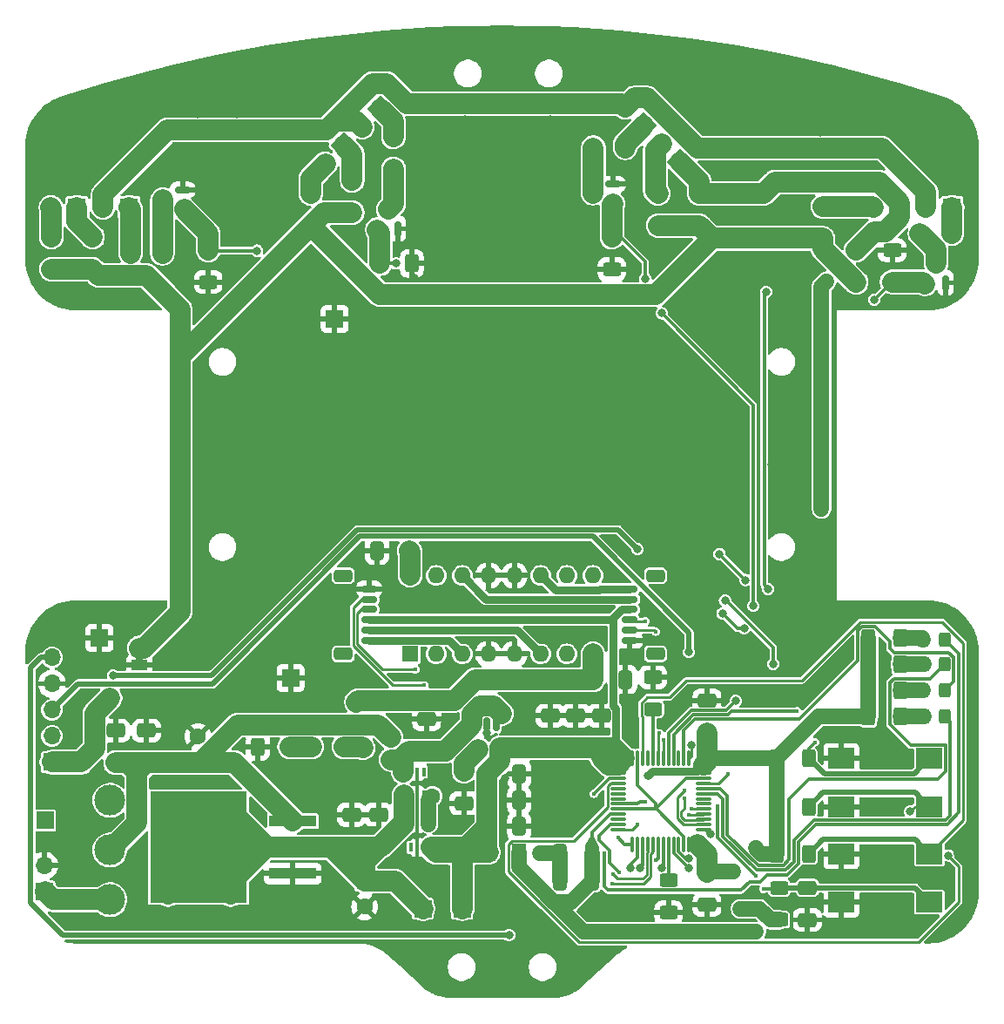
<source format=gtl>
G04 #@! TF.GenerationSoftware,KiCad,Pcbnew,8.0.6*
G04 #@! TF.CreationDate,2025-03-26T21:52:31-07:00*
G04 #@! TF.ProjectId,rezq_rev3,72657a71-5f72-4657-9633-2e6b69636164,rev?*
G04 #@! TF.SameCoordinates,Original*
G04 #@! TF.FileFunction,Copper,L1,Top*
G04 #@! TF.FilePolarity,Positive*
%FSLAX46Y46*%
G04 Gerber Fmt 4.6, Leading zero omitted, Abs format (unit mm)*
G04 Created by KiCad (PCBNEW 8.0.6) date 2025-03-26 21:52:31*
%MOMM*%
%LPD*%
G01*
G04 APERTURE LIST*
G04 Aperture macros list*
%AMRoundRect*
0 Rectangle with rounded corners*
0 $1 Rounding radius*
0 $2 $3 $4 $5 $6 $7 $8 $9 X,Y pos of 4 corners*
0 Add a 4 corners polygon primitive as box body*
4,1,4,$2,$3,$4,$5,$6,$7,$8,$9,$2,$3,0*
0 Add four circle primitives for the rounded corners*
1,1,$1+$1,$2,$3*
1,1,$1+$1,$4,$5*
1,1,$1+$1,$6,$7*
1,1,$1+$1,$8,$9*
0 Add four rect primitives between the rounded corners*
20,1,$1+$1,$2,$3,$4,$5,0*
20,1,$1+$1,$4,$5,$6,$7,0*
20,1,$1+$1,$6,$7,$8,$9,0*
20,1,$1+$1,$8,$9,$2,$3,0*%
%AMRotRect*
0 Rectangle, with rotation*
0 The origin of the aperture is its center*
0 $1 length*
0 $2 width*
0 $3 Rotation angle, in degrees counterclockwise*
0 Add horizontal line*
21,1,$1,$2,0,0,$3*%
G04 Aperture macros list end*
G04 #@! TA.AperFunction,EtchedComponent*
%ADD10C,0.000000*%
G04 #@! TD*
G04 #@! TA.AperFunction,SMDPad,CuDef*
%ADD11RoundRect,0.250000X-0.650000X0.412500X-0.650000X-0.412500X0.650000X-0.412500X0.650000X0.412500X0*%
G04 #@! TD*
G04 #@! TA.AperFunction,SMDPad,CuDef*
%ADD12RoundRect,0.250000X0.412500X0.650000X-0.412500X0.650000X-0.412500X-0.650000X0.412500X-0.650000X0*%
G04 #@! TD*
G04 #@! TA.AperFunction,SMDPad,CuDef*
%ADD13RoundRect,0.150000X0.587500X0.150000X-0.587500X0.150000X-0.587500X-0.150000X0.587500X-0.150000X0*%
G04 #@! TD*
G04 #@! TA.AperFunction,ComponentPad*
%ADD14R,1.700000X1.700000*%
G04 #@! TD*
G04 #@! TA.AperFunction,SMDPad,CuDef*
%ADD15R,0.508000X0.508000*%
G04 #@! TD*
G04 #@! TA.AperFunction,SMDPad,CuDef*
%ADD16RoundRect,0.250000X0.400000X0.625000X-0.400000X0.625000X-0.400000X-0.625000X0.400000X-0.625000X0*%
G04 #@! TD*
G04 #@! TA.AperFunction,SMDPad,CuDef*
%ADD17RoundRect,0.150000X0.625000X-0.150000X0.625000X0.150000X-0.625000X0.150000X-0.625000X-0.150000X0*%
G04 #@! TD*
G04 #@! TA.AperFunction,SMDPad,CuDef*
%ADD18RoundRect,0.250000X0.650000X-0.350000X0.650000X0.350000X-0.650000X0.350000X-0.650000X-0.350000X0*%
G04 #@! TD*
G04 #@! TA.AperFunction,SMDPad,CuDef*
%ADD19R,2.500000X2.000000*%
G04 #@! TD*
G04 #@! TA.AperFunction,SMDPad,CuDef*
%ADD20RoundRect,0.250000X-0.400000X-0.625000X0.400000X-0.625000X0.400000X0.625000X-0.400000X0.625000X0*%
G04 #@! TD*
G04 #@! TA.AperFunction,ComponentPad*
%ADD21C,3.000000*%
G04 #@! TD*
G04 #@! TA.AperFunction,SMDPad,CuDef*
%ADD22RoundRect,0.250000X0.325000X0.450000X-0.325000X0.450000X-0.325000X-0.450000X0.325000X-0.450000X0*%
G04 #@! TD*
G04 #@! TA.AperFunction,ComponentPad*
%ADD23O,1.700000X1.700000*%
G04 #@! TD*
G04 #@! TA.AperFunction,SMDPad,CuDef*
%ADD24RoundRect,0.250000X0.625000X-0.400000X0.625000X0.400000X-0.625000X0.400000X-0.625000X-0.400000X0*%
G04 #@! TD*
G04 #@! TA.AperFunction,SMDPad,CuDef*
%ADD25R,1.500000X1.000000*%
G04 #@! TD*
G04 #@! TA.AperFunction,SMDPad,CuDef*
%ADD26RoundRect,0.150000X0.150000X-0.587500X0.150000X0.587500X-0.150000X0.587500X-0.150000X-0.587500X0*%
G04 #@! TD*
G04 #@! TA.AperFunction,ComponentPad*
%ADD27RotRect,1.800000X1.800000X135.000000*%
G04 #@! TD*
G04 #@! TA.AperFunction,ComponentPad*
%ADD28C,1.800000*%
G04 #@! TD*
G04 #@! TA.AperFunction,ComponentPad*
%ADD29RotRect,1.800000X1.800000X225.000000*%
G04 #@! TD*
G04 #@! TA.AperFunction,SMDPad,CuDef*
%ADD30RoundRect,0.250000X-0.625000X0.400000X-0.625000X-0.400000X0.625000X-0.400000X0.625000X0.400000X0*%
G04 #@! TD*
G04 #@! TA.AperFunction,SMDPad,CuDef*
%ADD31RoundRect,0.250000X0.650000X-0.412500X0.650000X0.412500X-0.650000X0.412500X-0.650000X-0.412500X0*%
G04 #@! TD*
G04 #@! TA.AperFunction,SMDPad,CuDef*
%ADD32RoundRect,0.250000X-0.412500X-0.650000X0.412500X-0.650000X0.412500X0.650000X-0.412500X0.650000X0*%
G04 #@! TD*
G04 #@! TA.AperFunction,SMDPad,CuDef*
%ADD33RoundRect,0.150000X-0.150000X0.512500X-0.150000X-0.512500X0.150000X-0.512500X0.150000X0.512500X0*%
G04 #@! TD*
G04 #@! TA.AperFunction,ComponentPad*
%ADD34R,1.800000X1.800000*%
G04 #@! TD*
G04 #@! TA.AperFunction,ComponentPad*
%ADD35R,1.600000X1.600000*%
G04 #@! TD*
G04 #@! TA.AperFunction,ComponentPad*
%ADD36C,1.600000*%
G04 #@! TD*
G04 #@! TA.AperFunction,SMDPad,CuDef*
%ADD37R,0.355600X0.850900*%
G04 #@! TD*
G04 #@! TA.AperFunction,ComponentPad*
%ADD38O,1.600000X1.600000*%
G04 #@! TD*
G04 #@! TA.AperFunction,SMDPad,CuDef*
%ADD39RoundRect,0.250001X-0.462499X-0.624999X0.462499X-0.624999X0.462499X0.624999X-0.462499X0.624999X0*%
G04 #@! TD*
G04 #@! TA.AperFunction,SMDPad,CuDef*
%ADD40RoundRect,0.150000X-0.625000X0.150000X-0.625000X-0.150000X0.625000X-0.150000X0.625000X0.150000X0*%
G04 #@! TD*
G04 #@! TA.AperFunction,SMDPad,CuDef*
%ADD41RoundRect,0.250000X-0.650000X0.350000X-0.650000X-0.350000X0.650000X-0.350000X0.650000X0.350000X0*%
G04 #@! TD*
G04 #@! TA.AperFunction,SMDPad,CuDef*
%ADD42RoundRect,0.075000X-0.662500X-0.075000X0.662500X-0.075000X0.662500X0.075000X-0.662500X0.075000X0*%
G04 #@! TD*
G04 #@! TA.AperFunction,SMDPad,CuDef*
%ADD43RoundRect,0.075000X-0.075000X-0.662500X0.075000X-0.662500X0.075000X0.662500X-0.075000X0.662500X0*%
G04 #@! TD*
G04 #@! TA.AperFunction,SMDPad,CuDef*
%ADD44R,4.600000X1.100000*%
G04 #@! TD*
G04 #@! TA.AperFunction,SMDPad,CuDef*
%ADD45C,1.524000*%
G04 #@! TD*
G04 #@! TA.AperFunction,SMDPad,CuDef*
%ADD46R,9.400000X10.800000*%
G04 #@! TD*
G04 #@! TA.AperFunction,ViaPad*
%ADD47C,0.800000*%
G04 #@! TD*
G04 #@! TA.AperFunction,ViaPad*
%ADD48C,0.420000*%
G04 #@! TD*
G04 #@! TA.AperFunction,ViaPad*
%ADD49C,1.600000*%
G04 #@! TD*
G04 #@! TA.AperFunction,Conductor*
%ADD50C,2.000000*%
G04 #@! TD*
G04 #@! TA.AperFunction,Conductor*
%ADD51C,0.300000*%
G04 #@! TD*
G04 #@! TA.AperFunction,Conductor*
%ADD52C,1.500000*%
G04 #@! TD*
G04 #@! TA.AperFunction,Conductor*
%ADD53C,0.750000*%
G04 #@! TD*
G04 #@! TA.AperFunction,Conductor*
%ADD54C,0.500000*%
G04 #@! TD*
G04 #@! TA.AperFunction,Conductor*
%ADD55C,0.250000*%
G04 #@! TD*
G04 APERTURE END LIST*
D10*
G04 #@! TA.AperFunction,EtchedComponent*
G36*
X164600000Y-162330000D02*
G01*
X164000000Y-162330000D01*
X164000000Y-161830000D01*
X164600000Y-161830000D01*
X164600000Y-162330000D01*
G37*
G04 #@! TD.AperFunction*
D11*
X218750000Y-116937500D03*
X218750000Y-120062500D03*
X159750000Y-121187500D03*
X159750000Y-124312500D03*
D12*
X208312500Y-183750000D03*
X205187500Y-183750000D03*
D13*
X210375000Y-117950000D03*
X210375000Y-116050000D03*
X208500000Y-117000000D03*
D11*
X164998000Y-169131500D03*
X164998000Y-172256500D03*
D14*
X195700000Y-186420000D03*
D15*
X188793800Y-171717350D03*
X188793800Y-169817348D03*
X186406200Y-170767349D03*
D16*
X238296000Y-167767000D03*
X235196000Y-167767000D03*
D17*
X186652000Y-160371000D03*
X186652000Y-159371000D03*
X186652000Y-158371000D03*
X186652000Y-157371000D03*
X186652000Y-156371000D03*
X186652000Y-155371000D03*
D18*
X184127000Y-161671000D03*
X184127000Y-154071000D03*
D16*
X238296000Y-165227000D03*
X235196000Y-165227000D03*
D19*
X241135000Y-176530000D03*
X232575000Y-176530000D03*
D20*
X163450000Y-122750000D03*
X166550000Y-122750000D03*
D21*
X161438000Y-185554000D03*
X161438000Y-180728000D03*
X161438000Y-175902000D03*
D16*
X243300000Y-120847200D03*
X240200000Y-120847200D03*
D22*
X242597000Y-162687000D03*
X240547000Y-162687000D03*
D14*
X155088000Y-184750000D03*
D23*
X155088000Y-182210000D03*
D24*
X226500000Y-187504000D03*
X226500000Y-184404000D03*
D25*
X164300000Y-162730000D03*
X164300000Y-161430000D03*
D26*
X240800000Y-125625000D03*
X242700000Y-125625000D03*
X241750000Y-123750000D03*
D24*
X181000000Y-120050000D03*
X181000000Y-116950000D03*
D20*
X226288000Y-181102000D03*
X229388000Y-181102000D03*
D22*
X242587999Y-160274000D03*
X240538001Y-160274000D03*
D12*
X190538500Y-151638000D03*
X187413500Y-151638000D03*
D27*
X213360000Y-110363000D03*
D28*
X211563949Y-108566949D03*
D29*
X184183000Y-112290000D03*
D28*
X182386949Y-114086051D03*
D24*
X171000000Y-125550000D03*
X171000000Y-122450000D03*
D16*
X211550000Y-112500000D03*
X208450000Y-112500000D03*
D20*
X226288000Y-176530000D03*
X229388000Y-176530000D03*
D22*
X242588000Y-165227000D03*
X240538000Y-165227000D03*
D30*
X214250000Y-163950000D03*
X214250000Y-167050000D03*
D14*
X155140000Y-177850000D03*
D24*
X230750000Y-121300000D03*
X230750000Y-118200000D03*
D31*
X219500000Y-169312500D03*
X219500000Y-166187500D03*
D20*
X226288000Y-171831000D03*
X229388000Y-171831000D03*
D14*
X191860000Y-186420000D03*
D31*
X192239000Y-171114500D03*
X192239000Y-167989500D03*
D24*
X210250000Y-124300000D03*
X210250000Y-121200000D03*
D32*
X208439500Y-164171000D03*
X211564500Y-164171000D03*
D31*
X187549200Y-180410900D03*
X187549200Y-177285900D03*
D24*
X215750000Y-186800000D03*
X215750000Y-183700000D03*
D16*
X178919400Y-170694000D03*
X175819400Y-170694000D03*
D31*
X161998000Y-172256500D03*
X161998000Y-169131500D03*
D33*
X199034000Y-168527000D03*
X198084000Y-168527000D03*
X197134000Y-168527000D03*
X197134000Y-170802000D03*
X199034000Y-170802000D03*
D34*
X158233600Y-118307200D03*
D28*
X155693600Y-118307200D03*
D16*
X238296000Y-162687000D03*
X235196000Y-162687000D03*
D31*
X206750000Y-170812500D03*
X206750000Y-167687500D03*
D22*
X242597000Y-167767000D03*
X240547000Y-167767000D03*
D14*
X179000000Y-164000000D03*
D32*
X198106500Y-175882000D03*
X201231500Y-175882000D03*
D13*
X168500000Y-118500000D03*
X168500000Y-116600000D03*
X166625000Y-117550000D03*
D31*
X204250000Y-170812500D03*
X204250000Y-167687500D03*
D35*
X186203000Y-183736621D03*
D36*
X186203000Y-186236621D03*
D37*
X191983799Y-178200700D03*
X191333800Y-178200700D03*
X190683801Y-178200700D03*
X190683801Y-180474000D03*
X191333800Y-180474000D03*
X191983799Y-180474000D03*
D32*
X198106500Y-173342000D03*
X201231500Y-173342000D03*
D31*
X184933000Y-180424000D03*
X184933000Y-177299000D03*
D11*
X195869000Y-173059500D03*
X195869000Y-176184500D03*
D19*
X241135000Y-181102000D03*
X232575000Y-181102000D03*
D31*
X209250000Y-170812500D03*
X209250000Y-167687500D03*
D11*
X219500000Y-182937500D03*
X219500000Y-186062500D03*
D35*
X190627000Y-161671000D03*
D38*
X193167000Y-161671000D03*
X195707000Y-161671000D03*
X198247000Y-161671000D03*
X200787000Y-161671000D03*
X203327000Y-161671000D03*
X205867000Y-161671000D03*
X208407000Y-161671000D03*
X208407000Y-154051000D03*
X205867000Y-154051000D03*
X203327000Y-154051000D03*
X200787000Y-154051000D03*
X198247000Y-154051000D03*
X195707000Y-154051000D03*
X193167000Y-154051000D03*
X190627000Y-154051000D03*
D16*
X238287000Y-160147000D03*
X235187000Y-160147000D03*
D11*
X185000000Y-115687500D03*
X185000000Y-118812500D03*
D30*
X237500000Y-122450000D03*
X237500000Y-125550000D03*
D35*
X169998000Y-172194000D03*
D36*
X169998000Y-169694000D03*
D30*
X189000000Y-111450000D03*
X189000000Y-114550000D03*
D19*
X241135000Y-171831000D03*
X232575000Y-171831000D03*
D34*
X243323600Y-118307200D03*
D28*
X240783600Y-118307200D03*
D29*
X187775102Y-108697897D03*
D28*
X185979051Y-110493948D03*
D26*
X187550000Y-120374999D03*
X189450000Y-120374999D03*
X188500000Y-118500000D03*
D39*
X198220000Y-180962000D03*
X201195000Y-180962000D03*
D16*
X190800000Y-123750000D03*
X187700000Y-123750000D03*
D40*
X211977000Y-155371000D03*
X211977000Y-156371000D03*
X211977000Y-157371000D03*
X211977000Y-158371000D03*
X211977000Y-159371000D03*
X211977000Y-160371000D03*
D41*
X214502000Y-154071000D03*
X214502000Y-161671000D03*
D32*
X198106500Y-178422000D03*
X201231500Y-178422000D03*
D14*
X155803600Y-172186600D03*
D23*
X155803600Y-169646600D03*
X155803600Y-167106600D03*
X155803600Y-164566600D03*
X155803600Y-162026600D03*
D42*
X210837500Y-173250000D03*
X210837500Y-173750000D03*
X210837500Y-174250000D03*
X210837500Y-174750000D03*
X210837500Y-175250000D03*
X210837500Y-175750000D03*
X210837500Y-176250000D03*
X210837500Y-176750000D03*
X210837500Y-177250000D03*
X210837500Y-177750000D03*
X210837500Y-178250000D03*
X210837500Y-178750000D03*
D43*
X212250000Y-180162500D03*
X212750000Y-180162500D03*
X213250000Y-180162500D03*
X213750000Y-180162500D03*
X214250000Y-180162500D03*
X214750000Y-180162500D03*
X215250000Y-180162500D03*
X215750000Y-180162500D03*
X216250000Y-180162500D03*
X216750000Y-180162500D03*
X217250000Y-180162500D03*
X217750000Y-180162500D03*
D42*
X219162500Y-178750000D03*
X219162500Y-178250000D03*
X219162500Y-177750000D03*
X219162500Y-177250000D03*
X219162500Y-176750000D03*
X219162500Y-176250000D03*
X219162500Y-175750000D03*
X219162500Y-175250000D03*
X219162500Y-174750000D03*
X219162500Y-174250000D03*
X219162500Y-173750000D03*
X219162500Y-173250000D03*
D43*
X217750000Y-171837500D03*
X217250000Y-171837500D03*
X216750000Y-171837500D03*
X216250000Y-171837500D03*
X215750000Y-171837500D03*
X215250000Y-171837500D03*
X214750000Y-171837500D03*
X214250000Y-171837500D03*
X213750000Y-171837500D03*
X213250000Y-171837500D03*
X212750000Y-171837500D03*
X212250000Y-171837500D03*
D14*
X183300000Y-129130000D03*
D37*
X190683801Y-175394000D03*
X191333800Y-175394000D03*
X191983799Y-175394000D03*
X191983799Y-173120700D03*
X191333800Y-173120700D03*
X190683801Y-173120700D03*
D19*
X241135000Y-185801000D03*
X232575000Y-185801000D03*
D34*
X238243600Y-118307200D03*
D28*
X235703600Y-118307200D03*
D16*
X184176600Y-170694000D03*
X181076600Y-170694000D03*
D11*
X229250000Y-184391500D03*
X229250000Y-187516500D03*
D24*
X214750000Y-120050000D03*
X214750000Y-116950000D03*
X155750000Y-124300000D03*
X155750000Y-121200000D03*
D27*
X216875888Y-113878889D03*
D28*
X215079837Y-112082838D03*
D12*
X208312500Y-181000000D03*
X205187500Y-181000000D03*
D11*
X234000000Y-122437500D03*
X234000000Y-125562500D03*
D44*
X179218000Y-183014000D03*
X179218000Y-180474000D03*
D45*
X173189000Y-185046000D03*
X173189000Y-183014000D03*
X173189000Y-180982000D03*
X173189000Y-178950000D03*
X173189000Y-176918000D03*
X171157000Y-185046000D03*
X171157000Y-183014000D03*
X171157000Y-180982000D03*
X171157000Y-178950000D03*
X171157000Y-176918000D03*
D46*
X170068000Y-180474000D03*
D45*
X169125000Y-185046000D03*
X169125000Y-183014000D03*
X169125000Y-180982000D03*
X169125000Y-178950000D03*
X169125000Y-176918000D03*
X167093000Y-185046000D03*
X167093000Y-183014000D03*
X167093000Y-180982000D03*
X167093000Y-178950000D03*
X167093000Y-176918000D03*
D44*
X179218000Y-177934000D03*
D34*
X163313600Y-118307200D03*
D28*
X160773600Y-118307200D03*
D14*
X160430000Y-160120000D03*
D47*
X178630000Y-107010000D03*
X230500000Y-111000000D03*
X164360000Y-109590000D03*
X196000000Y-109750000D03*
X202717400Y-131495800D03*
X223774000Y-184912000D03*
X189382400Y-181660800D03*
X182372000Y-143256000D03*
X194056000Y-168402000D03*
X173750000Y-109250000D03*
X184170000Y-133330000D03*
X200250000Y-186944000D03*
X220750000Y-106470000D03*
X200660000Y-169164000D03*
X236750000Y-181000000D03*
X218008200Y-138226800D03*
X191050000Y-125140000D03*
X209600800Y-137896600D03*
X226250000Y-108250000D03*
X209600800Y-134645400D03*
X190703200Y-182829200D03*
X166497000Y-174117000D03*
X231250000Y-169250000D03*
X204250000Y-109750000D03*
X216250000Y-142500000D03*
X170000000Y-109250000D03*
X204216000Y-172466000D03*
X193000000Y-142250000D03*
X191262000Y-179324000D03*
X200183000Y-106161625D03*
X188163200Y-143408400D03*
X163753800Y-182473600D03*
X157530800Y-174980600D03*
X170688000Y-161544000D03*
X206298800Y-131419600D03*
X234610000Y-108440000D03*
X226568000Y-185928000D03*
X180710000Y-133380000D03*
X173609000Y-117983000D03*
X228250000Y-159500000D03*
X209000000Y-142500000D03*
X228250000Y-162500000D03*
X175971200Y-177165000D03*
X194640200Y-178130200D03*
X182570000Y-126570000D03*
X225729800Y-143256000D03*
X154240000Y-110410000D03*
X245010000Y-114690000D03*
X198069200Y-169367200D03*
X202750000Y-142500000D03*
X223240600Y-128041400D03*
X192630000Y-125140000D03*
X236750000Y-176500000D03*
X178409600Y-127152400D03*
X199898000Y-173736000D03*
X209550000Y-131419600D03*
X206298800Y-134645400D03*
X217932000Y-128930400D03*
X228346000Y-143205200D03*
X188330000Y-133460000D03*
X228250000Y-165750000D03*
X179247800Y-142214600D03*
X174244000Y-170688000D03*
X225000000Y-114750000D03*
X200250000Y-184750000D03*
X197317075Y-166817075D03*
X190538500Y-151638000D03*
X185420000Y-170694000D03*
X185420000Y-166370000D03*
X222039157Y-182789157D03*
X211153750Y-172153750D03*
X222758000Y-186436000D03*
X224336432Y-180663568D03*
X213750000Y-173500000D03*
X168175000Y-157675000D03*
X203250000Y-181000000D03*
X224282000Y-188682200D03*
X234000000Y-122437500D03*
X230632000Y-147574000D03*
X231140000Y-125476000D03*
D48*
X224250000Y-183250000D03*
D47*
X200250000Y-189000000D03*
D48*
X220500000Y-176500000D03*
X213500000Y-176000000D03*
X225000000Y-184500000D03*
D49*
X161450000Y-165975000D03*
X192786000Y-175500000D03*
D47*
X217750000Y-161500000D03*
X217970000Y-170500000D03*
X161750000Y-163750000D03*
D48*
X221555500Y-173305500D03*
D47*
X212750000Y-151500000D03*
D48*
X214875000Y-169375000D03*
X213500000Y-158500000D03*
X214500000Y-159500000D03*
X215250000Y-170000000D03*
X191135000Y-163195000D03*
X210393701Y-183106299D03*
X210250000Y-184000000D03*
X192024000Y-164715000D03*
D47*
X215070000Y-182500000D03*
X224000000Y-157000000D03*
X215079837Y-128579837D03*
D48*
X214535000Y-181739292D03*
D47*
X212034997Y-182500000D03*
X225930000Y-162653258D03*
X221250000Y-156500000D03*
X212965000Y-182500000D03*
X225430000Y-155375000D03*
X225250000Y-126500000D03*
X219820000Y-179195894D03*
X235750000Y-127250000D03*
X223110000Y-159179167D03*
X217726876Y-181523124D03*
X189250000Y-123750000D03*
X221000000Y-157750000D03*
X213500000Y-125220000D03*
X222285000Y-166250000D03*
X175750000Y-122500000D03*
X223247315Y-154500000D03*
X220715771Y-151968456D03*
X217756447Y-182452657D03*
D48*
X230000000Y-170250000D03*
X228250000Y-167250000D03*
X210963943Y-182889672D03*
D49*
X181000000Y-170694000D03*
D47*
X239250000Y-177000000D03*
X242915002Y-181250000D03*
D48*
X217750000Y-177315687D03*
X218000000Y-176750000D03*
X212750000Y-178250000D03*
X210837500Y-179500000D03*
X217302973Y-174947027D03*
X217306742Y-175693258D03*
X208500000Y-175250000D03*
X209500000Y-181000000D03*
D50*
X161438000Y-185554000D02*
X155934000Y-185554000D01*
X155934000Y-185554000D02*
X155130000Y-184750000D01*
D51*
X191333800Y-178200700D02*
X191333800Y-175394000D01*
X191333800Y-175394000D02*
X191333800Y-173120700D01*
D50*
X189676074Y-171947348D02*
X188793800Y-171947348D01*
X190627000Y-151726500D02*
X190538500Y-151638000D01*
X194066500Y-171114500D02*
X196400000Y-168781000D01*
X199514000Y-167480150D02*
X198768350Y-166734500D01*
X160773600Y-117034408D02*
X167028008Y-110780000D01*
X185372311Y-109887208D02*
X185979051Y-110493948D01*
X211563949Y-108566949D02*
X211217000Y-108220000D01*
X218539274Y-112530000D02*
X213676223Y-107666949D01*
X190627000Y-154051000D02*
X190627000Y-151726500D01*
X197399650Y-166734500D02*
X197317075Y-166817075D01*
X240783600Y-118307200D02*
X240783600Y-116787200D01*
X189969000Y-171654422D02*
X189969000Y-173142000D01*
X190309480Y-108220000D02*
X188384585Y-106295105D01*
X160773600Y-118307200D02*
X160773600Y-117034408D01*
X196654000Y-168527000D02*
X194066500Y-171114500D01*
X212463949Y-107666949D02*
X211563949Y-108566949D01*
X192239000Y-171114500D02*
X190508922Y-171114500D01*
X167028008Y-110780000D02*
X182470000Y-110780000D01*
X192239000Y-171114500D02*
X194066500Y-171114500D01*
X213676223Y-107666949D02*
X212463949Y-107666949D01*
X197317075Y-166817075D02*
X196654000Y-167480150D01*
X188384585Y-106295105D02*
X186954895Y-106295105D01*
X240783600Y-116787200D02*
X236526400Y-112530000D01*
X198768350Y-166734500D02*
X197399650Y-166734500D01*
X183362792Y-109887208D02*
X185372311Y-109887208D01*
X211217000Y-108220000D02*
X190309480Y-108220000D01*
X190508922Y-171114500D02*
X189676074Y-171947348D01*
X190508922Y-171114500D02*
X189969000Y-171654422D01*
X236526400Y-112530000D02*
X218539274Y-112530000D01*
X186954895Y-106295105D02*
X183362792Y-109887208D01*
X196654000Y-167480150D02*
X196654000Y-168527000D01*
X182470000Y-110780000D02*
X183362792Y-109887208D01*
X170227433Y-172194000D02*
X169998000Y-172194000D01*
X187540452Y-168564000D02*
X173857433Y-168564000D01*
X164068000Y-173186500D02*
X164998000Y-172256500D01*
X169998000Y-172194000D02*
X171335858Y-172194000D01*
X188793800Y-169817348D02*
X187540452Y-168564000D01*
X173560500Y-172256500D02*
X161998000Y-172256500D01*
X161998000Y-172256500D02*
X163138000Y-172256500D01*
X163138000Y-172256500D02*
X164068000Y-173186500D01*
X164068000Y-178098000D02*
X164068000Y-173186500D01*
X173857433Y-168564000D02*
X170227433Y-172194000D01*
X161438000Y-180728000D02*
X164068000Y-178098000D01*
X179218000Y-177914000D02*
X173560500Y-172256500D01*
X179218000Y-177934000D02*
X179218000Y-177914000D01*
X184176600Y-170694000D02*
X185420000Y-170694000D01*
X185420000Y-170694000D02*
X185934000Y-170694000D01*
X208407000Y-164138500D02*
X208439500Y-164171000D01*
X185420000Y-166370000D02*
X185593000Y-166197000D01*
X208407000Y-161671000D02*
X208407000Y-164138500D01*
X194924875Y-166197000D02*
X196950875Y-164171000D01*
X185934000Y-170694000D02*
X186055000Y-170815000D01*
X196950875Y-164171000D02*
X208439500Y-164171000D01*
X185593000Y-166197000D02*
X194924875Y-166197000D01*
X170649000Y-180474000D02*
X179218000Y-180474000D01*
X189176621Y-183736621D02*
X191860000Y-186420000D01*
X187752700Y-180474000D02*
X190026000Y-178200700D01*
X173189000Y-185046000D02*
X173189000Y-183933000D01*
X173189000Y-176918000D02*
X176745000Y-180474000D01*
X179218000Y-180474000D02*
X187752700Y-180474000D01*
X173189000Y-183933000D02*
X176648000Y-180474000D01*
X176745000Y-180474000D02*
X179218000Y-180474000D01*
X179218000Y-180474000D02*
X187600000Y-180474000D01*
X182940379Y-180474000D02*
X186203000Y-183736621D01*
X187600000Y-180474000D02*
X190026000Y-178048000D01*
X190026000Y-178048000D02*
X190026000Y-175394000D01*
X176648000Y-180474000D02*
X179218000Y-180474000D01*
X186203000Y-183736621D02*
X186203000Y-181871000D01*
X167093000Y-185046000D02*
X171665000Y-180474000D01*
X171665000Y-180474000D02*
X179218000Y-180474000D01*
X186203000Y-183736621D02*
X189176621Y-183736621D01*
X186203000Y-181871000D02*
X190026000Y-178048000D01*
X167093000Y-176918000D02*
X170649000Y-180474000D01*
X179218000Y-180474000D02*
X182940379Y-180474000D01*
D52*
X235196000Y-160156000D02*
X235187000Y-160147000D01*
D50*
X210837500Y-172470000D02*
X211153750Y-172153750D01*
X198106500Y-173342000D02*
X199392637Y-172055863D01*
X219500000Y-181132500D02*
X218530000Y-180162500D01*
X198106500Y-178422000D02*
X196054500Y-180474000D01*
D53*
X211977000Y-157371000D02*
X211202001Y-157371000D01*
D50*
X219500000Y-172132500D02*
X219162500Y-172470000D01*
D53*
X211202001Y-157371000D02*
X210397000Y-158176001D01*
D52*
X219648343Y-182789157D02*
X219500000Y-182937500D01*
D53*
X219500000Y-172132500D02*
X218537500Y-173095000D01*
D50*
X209250000Y-171750000D02*
X209970000Y-172470000D01*
X199403137Y-170812500D02*
X209250000Y-170812500D01*
D53*
X210397000Y-158176001D02*
X210397000Y-166697342D01*
D52*
X226288000Y-171831000D02*
X219801500Y-171831000D01*
X224336432Y-180663568D02*
X224211432Y-180538568D01*
D53*
X186652000Y-158371000D02*
X210202001Y-158371000D01*
D52*
X219801500Y-171831000D02*
X219500000Y-172132500D01*
D50*
X209250000Y-170812500D02*
X210445000Y-170812500D01*
D52*
X222758000Y-186436000D02*
X224607285Y-186436000D01*
X235196000Y-167767000D02*
X230352000Y-167767000D01*
X230352000Y-167767000D02*
X226288000Y-171831000D01*
X226288000Y-181102000D02*
X224774864Y-181102000D01*
X224774864Y-181102000D02*
X224336432Y-180663568D01*
D50*
X195700000Y-186420000D02*
X195700000Y-180828500D01*
D52*
X235196000Y-167767000D02*
X235196000Y-160156000D01*
D53*
X210397000Y-166697342D02*
X210655000Y-166955342D01*
D50*
X198220000Y-180962000D02*
X193129600Y-180962000D01*
D53*
X214155000Y-173095000D02*
X213750000Y-173500000D01*
D50*
X210445000Y-170812500D02*
X211470000Y-171837500D01*
D52*
X225675285Y-187504000D02*
X226500000Y-187504000D01*
X222039157Y-182789157D02*
X219648343Y-182789157D01*
D50*
X196054500Y-180474000D02*
X192641600Y-180474000D01*
D52*
X224607285Y-186436000D02*
X225675285Y-187504000D01*
X226288000Y-171831000D02*
X226288000Y-181102000D01*
D50*
X193129600Y-180962000D02*
X192641600Y-180474000D01*
X198106500Y-180848500D02*
X198220000Y-180962000D01*
X211153750Y-172153750D02*
X211470000Y-171837500D01*
X209970000Y-172470000D02*
X210837500Y-172470000D01*
D53*
X210655000Y-166955342D02*
X210655000Y-170602500D01*
D50*
X199392637Y-170802000D02*
X199403137Y-170812500D01*
X198106500Y-173342000D02*
X198106500Y-180848500D01*
X199392637Y-172055863D02*
X199392637Y-170802000D01*
D53*
X218537500Y-173095000D02*
X214155000Y-173095000D01*
X210202001Y-158371000D02*
X211202001Y-157371000D01*
D50*
X195700000Y-180828500D02*
X196054500Y-180474000D01*
X219500000Y-169312500D02*
X219500000Y-172132500D01*
X219500000Y-182937500D02*
X219500000Y-181132500D01*
D53*
X210655000Y-170602500D02*
X210445000Y-170812500D01*
D50*
X164966680Y-124880000D02*
X160317500Y-124880000D01*
X168250000Y-137250000D02*
X168250000Y-132800000D01*
X187687725Y-126750000D02*
X214537500Y-126750000D01*
X155762500Y-124312500D02*
X155750000Y-124300000D01*
X214537500Y-126750000D02*
X219987500Y-121300000D01*
X168250000Y-157600000D02*
X168250000Y-137250000D01*
D52*
X205187500Y-181000000D02*
X203250000Y-181000000D01*
D50*
X230750000Y-122312500D02*
X230750000Y-121300000D01*
X214762500Y-120062500D02*
X214750000Y-120050000D01*
X182237500Y-118812500D02*
X181000000Y-120050000D01*
X168250000Y-131250000D02*
X168250000Y-128163320D01*
X219987500Y-121300000D02*
X218750000Y-120062500D01*
X181000000Y-120062275D02*
X187687725Y-126750000D01*
X164750000Y-161100000D02*
X164300000Y-161100000D01*
X160317500Y-124880000D02*
X159750000Y-124312500D01*
X168250000Y-157600000D02*
X168175000Y-157675000D01*
X168250000Y-137250000D02*
X168250000Y-131250000D01*
D52*
X205187500Y-183750000D02*
X205187500Y-181000000D01*
D50*
X168175000Y-157675000D02*
X164750000Y-161100000D01*
X168250000Y-132800000D02*
X181000000Y-120050000D01*
X185000000Y-118812500D02*
X182237500Y-118812500D01*
X230750000Y-121300000D02*
X219987500Y-121300000D01*
X234000000Y-125562500D02*
X230750000Y-122312500D01*
X218750000Y-120062500D02*
X214762500Y-120062500D01*
X159750000Y-124312500D02*
X155762500Y-124312500D01*
X181000000Y-120050000D02*
X181000000Y-120062275D01*
X168250000Y-128163320D02*
X164966680Y-124880000D01*
D52*
X203568006Y-184797994D02*
X204520012Y-185750000D01*
D50*
X185000000Y-113107000D02*
X184183000Y-112290000D01*
X218750000Y-115753001D02*
X216875888Y-113878889D01*
X158233600Y-119671100D02*
X158233600Y-118307200D01*
X159750000Y-121187500D02*
X158233600Y-119671100D01*
X238243600Y-118307200D02*
X238243600Y-117834925D01*
X238243600Y-119256400D02*
X238243600Y-118307200D01*
D51*
X208312500Y-179033376D02*
X208312500Y-181000000D01*
D52*
X201195000Y-180962000D02*
X201195000Y-182424988D01*
X206312500Y-185750000D02*
X208312500Y-183750000D01*
D50*
X236247549Y-115838874D02*
X226074873Y-115838874D01*
D52*
X201195000Y-182424988D02*
X203568006Y-184797994D01*
X204520012Y-185750000D02*
X206312500Y-185750000D01*
X203568006Y-184797994D02*
X203568006Y-184797995D01*
X230632000Y-125984000D02*
X231140000Y-125476000D01*
X207452211Y-188682200D02*
X224282000Y-188682200D01*
D51*
X210095876Y-177250000D02*
X208312500Y-179033376D01*
D50*
X234000000Y-122437500D02*
X235767500Y-120670000D01*
X238243600Y-117834925D02*
X236247549Y-115838874D01*
X218750000Y-116937500D02*
X218750000Y-115753001D01*
X185000000Y-115687500D02*
X185000000Y-113107000D01*
X226074873Y-115838874D02*
X224976247Y-116937500D01*
D52*
X203568006Y-184797995D02*
X207452211Y-188682200D01*
X208312500Y-183750000D02*
X208312500Y-181000000D01*
D51*
X210837500Y-177250000D02*
X210095876Y-177250000D01*
D50*
X224976247Y-116937500D02*
X218750000Y-116937500D01*
X236830000Y-120670000D02*
X238243600Y-119256400D01*
D52*
X230632000Y-147574000D02*
X230632000Y-125984000D01*
D50*
X235767500Y-120670000D02*
X236830000Y-120670000D01*
D51*
X226241000Y-184500000D02*
X226500000Y-184759000D01*
X224250000Y-183250000D02*
X220500000Y-179500000D01*
X225000000Y-184500000D02*
X226241000Y-184500000D01*
X220500000Y-179500000D02*
X220500000Y-176500000D01*
D54*
X226512500Y-184391500D02*
X226500000Y-184404000D01*
X153750000Y-185872000D02*
X156878000Y-189000000D01*
X229237500Y-184759000D02*
X229250000Y-184746500D01*
X229250000Y-184391500D02*
X226512500Y-184391500D01*
D51*
X212750000Y-176250000D02*
X210837500Y-176250000D01*
D54*
X153750000Y-163000000D02*
X153750000Y-185872000D01*
X155181400Y-162090000D02*
X155740200Y-162090000D01*
X229250000Y-184746500D02*
X229575500Y-184421000D01*
D51*
X213500000Y-176000000D02*
X213000000Y-176000000D01*
D54*
X156878000Y-189000000D02*
X200250000Y-189000000D01*
X229575500Y-184421000D02*
X239755000Y-184421000D01*
X155740200Y-162090000D02*
X155803600Y-162026600D01*
D51*
X213000000Y-176000000D02*
X212750000Y-176250000D01*
D54*
X154723400Y-162026600D02*
X153750000Y-163000000D01*
X239755000Y-184421000D02*
X241135000Y-185801000D01*
X155803600Y-162026600D02*
X154723400Y-162026600D01*
D50*
X195869000Y-173059500D02*
X195869000Y-172324274D01*
X195869000Y-172324274D02*
X197262637Y-170930637D01*
X243300000Y-120847200D02*
X243300000Y-118330800D01*
X243300000Y-118330800D02*
X243323600Y-118307200D01*
X189000000Y-111450000D02*
X189000000Y-109922795D01*
X189000000Y-109922795D02*
X187775102Y-108697897D01*
X211550000Y-112173000D02*
X213360000Y-110363000D01*
X211550000Y-112500000D02*
X211550000Y-112173000D01*
X163450000Y-122750000D02*
X163450000Y-118443600D01*
X163450000Y-118443600D02*
X163313600Y-118307200D01*
D51*
X220500000Y-175250000D02*
X221050000Y-175800000D01*
X243095000Y-177380000D02*
X243095000Y-168265000D01*
X221050000Y-179441888D02*
X224295112Y-182687000D01*
X224295112Y-182687000D02*
X227092572Y-182687000D01*
X219162500Y-175250000D02*
X220500000Y-175250000D01*
X243095000Y-168265000D02*
X242597000Y-167767000D01*
X229889460Y-177810000D02*
X242665000Y-177810000D01*
X227930000Y-181849572D02*
X227930000Y-179769460D01*
X227930000Y-179769460D02*
X229889460Y-177810000D01*
X227092572Y-182687000D02*
X227930000Y-181849572D01*
X221050000Y-175800000D02*
X221050000Y-179441888D01*
X242665000Y-177810000D02*
X243095000Y-177380000D01*
D52*
X238296000Y-167767000D02*
X240547000Y-167767000D01*
D51*
X237669540Y-161532000D02*
X242973460Y-161532000D01*
X218339270Y-168032500D02*
X228467500Y-168032500D01*
X234157000Y-162343000D02*
X234157000Y-159395540D01*
X243452000Y-164363000D02*
X242588000Y-165227000D01*
X228467500Y-168032500D02*
X234157000Y-162343000D01*
X237266000Y-160444540D02*
X237266000Y-161128460D01*
X237266000Y-161128460D02*
X237669540Y-161532000D01*
X217250000Y-171837500D02*
X217250000Y-169121770D01*
X235813460Y-158992000D02*
X237266000Y-160444540D01*
X243452000Y-162010540D02*
X243452000Y-164363000D01*
X234560540Y-158992000D02*
X235813460Y-158992000D01*
X217250000Y-169121770D02*
X218339270Y-168032500D01*
X234157000Y-159395540D02*
X234560540Y-158992000D01*
X242973460Y-161532000D02*
X243452000Y-162010540D01*
D52*
X240538000Y-165227000D02*
X238296000Y-165227000D01*
X238296000Y-162687000D02*
X240547000Y-162687000D01*
D51*
X229384000Y-173866000D02*
X241910000Y-173866000D01*
X220750000Y-174750000D02*
X221480000Y-175480000D01*
X224473224Y-182257000D02*
X226914460Y-182257000D01*
X221480000Y-179263776D02*
X224473224Y-182257000D01*
X237266000Y-164475540D02*
X237669540Y-164072000D01*
X227500000Y-181671460D02*
X227500000Y-175750000D01*
X226914460Y-182257000D02*
X227500000Y-181671460D01*
X242665000Y-173111000D02*
X242665000Y-170551000D01*
X241910000Y-173866000D02*
X242665000Y-173111000D01*
X219162500Y-174750000D02*
X220750000Y-174750000D01*
X221480000Y-175480000D02*
X221480000Y-179263776D01*
X237669540Y-164072000D02*
X241212000Y-164072000D01*
X241212000Y-164072000D02*
X242597000Y-162687000D01*
X239298540Y-170551000D02*
X237266000Y-168518460D01*
X242665000Y-170551000D02*
X239298540Y-170551000D01*
X237266000Y-168518460D02*
X237266000Y-164475540D01*
X227500000Y-175750000D02*
X229384000Y-173866000D01*
D50*
X155803600Y-172186600D02*
X158653600Y-172186600D01*
X158653600Y-172186600D02*
X159968000Y-170872200D01*
X159968000Y-170872200D02*
X159968000Y-167457000D01*
X159968000Y-167457000D02*
X161450000Y-165975000D01*
D52*
X192391600Y-175894400D02*
X192391600Y-178200700D01*
X192786000Y-175500000D02*
X192391600Y-175894400D01*
D54*
X217750000Y-159615310D02*
X208384690Y-150250000D01*
D55*
X217970000Y-171617500D02*
X217750000Y-171837500D01*
D54*
X208384690Y-150250000D02*
X185750000Y-150250000D01*
X217750000Y-161500000D02*
X217750000Y-159615310D01*
X185750000Y-150250000D02*
X171405000Y-164595000D01*
X171405000Y-164595000D02*
X158315200Y-164595000D01*
X158315200Y-164595000D02*
X155803600Y-167106600D01*
D55*
X217970000Y-170500000D02*
X217970000Y-171617500D01*
X220611000Y-174250000D02*
X219162500Y-174250000D01*
D54*
X171359046Y-163750000D02*
X185489046Y-149620000D01*
D55*
X221555500Y-173305500D02*
X220611000Y-174250000D01*
D54*
X210870000Y-149620000D02*
X212750000Y-151500000D01*
X161750000Y-163750000D02*
X171359046Y-163750000D01*
X185489046Y-149620000D02*
X210870000Y-149620000D01*
D53*
X209109326Y-155371000D02*
X208999326Y-155481000D01*
X204757000Y-155481000D02*
X203327000Y-154051000D01*
X208999326Y-155481000D02*
X204757000Y-155481000D01*
X211977000Y-155371000D02*
X209109326Y-155371000D01*
X211977000Y-156371000D02*
X198027000Y-156371000D01*
X198027000Y-156371000D02*
X195707000Y-154051000D01*
D55*
X214725000Y-171812500D02*
X214750000Y-171837500D01*
X213500000Y-158500000D02*
X212106000Y-158500000D01*
X212106000Y-158500000D02*
X211977000Y-158371000D01*
X214725000Y-169525000D02*
X214725000Y-171812500D01*
X214875000Y-169375000D02*
X214725000Y-169525000D01*
X214500000Y-159500000D02*
X214371000Y-159371000D01*
X215250000Y-171837500D02*
X215250000Y-170000000D01*
X214371000Y-159371000D02*
X211977000Y-159371000D01*
D53*
X186657000Y-160366000D02*
X194402000Y-160366000D01*
X186652000Y-160371000D02*
X186657000Y-160366000D01*
X194402000Y-160366000D02*
X195707000Y-161671000D01*
X201027000Y-159371000D02*
X203327000Y-161671000D01*
X186652000Y-159371000D02*
X201027000Y-159371000D01*
D55*
X213250000Y-183500000D02*
X213620000Y-183130000D01*
X213620000Y-183130000D02*
X213620000Y-180998769D01*
X191135000Y-163195000D02*
X187945000Y-163195000D01*
X210393701Y-183106299D02*
X210787402Y-183500000D01*
X185877001Y-157371000D02*
X186652000Y-157371000D01*
X185500000Y-157748001D02*
X185877001Y-157371000D01*
X213620000Y-180998769D02*
X213750000Y-180868768D01*
X185500000Y-160750000D02*
X185500000Y-157748001D01*
X213750000Y-180868768D02*
X213750000Y-180162500D01*
X210787402Y-183500000D02*
X213250000Y-183500000D01*
X187945000Y-163195000D02*
X185500000Y-160750000D01*
X185120000Y-160907402D02*
X185120000Y-157128001D01*
X185877001Y-156371000D02*
X186652000Y-156371000D01*
X192024000Y-164715000D02*
X188927598Y-164715000D01*
X214000000Y-183287402D02*
X214000000Y-181156170D01*
X185120000Y-157128001D02*
X185877001Y-156371000D01*
X214250000Y-180906170D02*
X214250000Y-180162500D01*
X214000000Y-181156170D02*
X214250000Y-180906170D01*
X188927598Y-164715000D02*
X185120000Y-160907402D01*
X213287402Y-184000000D02*
X214000000Y-183287402D01*
X210250000Y-184000000D02*
X213287402Y-184000000D01*
D50*
X230750000Y-118200000D02*
X235596400Y-118200000D01*
X235596400Y-118200000D02*
X235703600Y-118307200D01*
D51*
X215250000Y-180162500D02*
X215250000Y-182320000D01*
X215250000Y-182320000D02*
X215070000Y-182500000D01*
D50*
X214750000Y-116950000D02*
X214473096Y-116673096D01*
D51*
X214535000Y-181739292D02*
X214750000Y-181524292D01*
D50*
X214473096Y-112689579D02*
X215079837Y-112082838D01*
X214473096Y-116673096D02*
X214473096Y-112689579D01*
D51*
X214750000Y-181524292D02*
X214750000Y-180162500D01*
X224000000Y-137491134D02*
X215088703Y-128579837D01*
X215088703Y-128579837D02*
X215079837Y-128579837D01*
X224000000Y-157000000D02*
X224000000Y-137491134D01*
X221392499Y-156500000D02*
X221250000Y-156500000D01*
D50*
X155750000Y-121200000D02*
X155750000Y-118363600D01*
D51*
X212034997Y-182140800D02*
X212034997Y-182500000D01*
X212750000Y-181425797D02*
X212034997Y-182140800D01*
D50*
X155750000Y-118363600D02*
X155693600Y-118307200D01*
D51*
X225930000Y-162653258D02*
X225930000Y-161037501D01*
X212750000Y-180162500D02*
X212750000Y-181425797D01*
X225930000Y-161037501D02*
X221392499Y-156500000D01*
X213215000Y-180197500D02*
X213215000Y-182250000D01*
D50*
X181000000Y-115473000D02*
X182386949Y-114086051D01*
D51*
X225049800Y-126700200D02*
X225250000Y-126500000D01*
X213250000Y-180162500D02*
X213215000Y-180197500D01*
X225430000Y-155375000D02*
X225049800Y-154994800D01*
X225049800Y-154994800D02*
X225049800Y-126700200D01*
X213215000Y-182250000D02*
X212965000Y-182500000D01*
D50*
X181000000Y-116950000D02*
X181000000Y-115473000D01*
X240537725Y-125550000D02*
X240706363Y-125718638D01*
D51*
X237450000Y-125550000D02*
X235750000Y-127250000D01*
D50*
X237500000Y-125550000D02*
X240537725Y-125550000D01*
D55*
X237500000Y-125550000D02*
X237450000Y-125550000D01*
D51*
X219374106Y-178750000D02*
X219820000Y-179195894D01*
X219162500Y-178750000D02*
X219374106Y-178750000D01*
D50*
X241750000Y-122397200D02*
X240200000Y-120847200D01*
X241750000Y-123750000D02*
X241750000Y-122397200D01*
X189000000Y-118000000D02*
X188500000Y-118500000D01*
X189000000Y-114550000D02*
X189000000Y-118000000D01*
D51*
X216750000Y-180904124D02*
X217369000Y-181523124D01*
X222429167Y-159179167D02*
X223110000Y-159179167D01*
X221000000Y-157750000D02*
X222429167Y-159179167D01*
D50*
X187700000Y-120712274D02*
X187456362Y-120468636D01*
D51*
X216750000Y-180162500D02*
X216750000Y-180904124D01*
X217369000Y-181523124D02*
X217726876Y-181523124D01*
D50*
X187700000Y-123750000D02*
X187700000Y-120712274D01*
D51*
X187700000Y-123750000D02*
X189250000Y-123750000D01*
D50*
X208450000Y-116862725D02*
X208406362Y-116906363D01*
X208450000Y-112500000D02*
X208450000Y-116862725D01*
D51*
X215820000Y-169335546D02*
X217983046Y-167172500D01*
X213500000Y-123575000D02*
X213500000Y-125220000D01*
X217983046Y-167172500D02*
X221362500Y-167172500D01*
X215750000Y-171837500D02*
X215820000Y-171767500D01*
X221362500Y-167172500D02*
X222285000Y-166250000D01*
D50*
X210250000Y-118075000D02*
X210375000Y-117950000D01*
D51*
X211125000Y-121200000D02*
X213500000Y-123575000D01*
D50*
X210250000Y-121200000D02*
X210250000Y-118075000D01*
D51*
X215820000Y-171767500D02*
X215820000Y-169335546D01*
X210250000Y-121200000D02*
X211125000Y-121200000D01*
D50*
X171000000Y-122450000D02*
X171000000Y-120820000D01*
D51*
X220715771Y-151968456D02*
X223247315Y-154500000D01*
X175750000Y-122500000D02*
X171250000Y-122500000D01*
D50*
X171000000Y-120820000D02*
X168680000Y-118500000D01*
D51*
X217690421Y-182452657D02*
X217756447Y-182452657D01*
X216250000Y-180162500D02*
X216250000Y-181012236D01*
X171200000Y-122450000D02*
X171000000Y-122450000D01*
X216250000Y-181012236D02*
X217690421Y-182452657D01*
X171250000Y-122500000D02*
X171200000Y-122450000D01*
D55*
X228729784Y-164250000D02*
X234392784Y-158587000D01*
X213250000Y-171837500D02*
X213250000Y-167796106D01*
D54*
X239755000Y-179722000D02*
X241135000Y-181102000D01*
D55*
X213691894Y-165862000D02*
X215900000Y-165862000D01*
X244405000Y-160594895D02*
X244405000Y-177832000D01*
X213250000Y-167796106D02*
X213120000Y-167666106D01*
D54*
X230768000Y-179722000D02*
X239755000Y-179722000D01*
D55*
X217512000Y-164250000D02*
X228729784Y-164250000D01*
X244405000Y-177832000D02*
X241135000Y-181102000D01*
X234392784Y-158587000D02*
X242397105Y-158587000D01*
D54*
X229388000Y-181102000D02*
X230768000Y-179722000D01*
D55*
X213120000Y-167666106D02*
X213120000Y-166433894D01*
X215900000Y-165862000D02*
X217512000Y-164250000D01*
X213120000Y-166433894D02*
X213691894Y-165862000D01*
X242397105Y-158587000D02*
X244405000Y-160594895D01*
D51*
X229388000Y-170862000D02*
X229388000Y-171831000D01*
X228250000Y-167250000D02*
X221893112Y-167250000D01*
D54*
X229388000Y-171831000D02*
X230893000Y-173336000D01*
X239630000Y-173336000D02*
X241135000Y-171831000D01*
D51*
X218161158Y-167602500D02*
X216250000Y-169513658D01*
X221540612Y-167602500D02*
X218161158Y-167602500D01*
X216250000Y-169513658D02*
X216250000Y-171837500D01*
X230000000Y-170250000D02*
X229388000Y-170862000D01*
D54*
X230893000Y-173336000D02*
X239630000Y-173336000D01*
D51*
X221893112Y-167250000D02*
X221540612Y-167602500D01*
X210943701Y-182878481D02*
X210621519Y-182556299D01*
X210952752Y-182878481D02*
X210943701Y-182878481D01*
X209027818Y-179750000D02*
X209000000Y-179750000D01*
X209000000Y-179750000D02*
X209000000Y-179345876D01*
X210095876Y-178250000D02*
X210837500Y-178250000D01*
X210621519Y-182556299D02*
X210602638Y-182556299D01*
X210963943Y-182889672D02*
X210952752Y-182878481D01*
X210050000Y-182003661D02*
X210050000Y-180772182D01*
X210602638Y-182556299D02*
X210050000Y-182003661D01*
D50*
X181076600Y-170694000D02*
X181000000Y-170694000D01*
D51*
X210050000Y-180772182D02*
X209027818Y-179750000D01*
D50*
X181000000Y-170694000D02*
X178919400Y-170694000D01*
D51*
X209000000Y-179345876D02*
X210095876Y-178250000D01*
D54*
X239755000Y-175150000D02*
X241135000Y-176530000D01*
D55*
X209845000Y-176542785D02*
X209845000Y-174477756D01*
X206555785Y-179832000D02*
X209845000Y-176542785D01*
X244000000Y-185750000D02*
X240062800Y-189687200D01*
X209845000Y-174477756D02*
X210072756Y-174250000D01*
X239720000Y-176530000D02*
X241135000Y-176530000D01*
X200190000Y-182841273D02*
X200190000Y-180158394D01*
X207035927Y-189687200D02*
X200190000Y-182841273D01*
X210072756Y-174250000D02*
X210837500Y-174250000D01*
X200190000Y-180158394D02*
X200516394Y-179832000D01*
X244000000Y-182334998D02*
X244000000Y-185750000D01*
X200516394Y-179832000D02*
X206555785Y-179832000D01*
D54*
X230768000Y-175150000D02*
X239755000Y-175150000D01*
D55*
X239250000Y-177000000D02*
X239720000Y-176530000D01*
X240062800Y-189687200D02*
X207035927Y-189687200D01*
D54*
X229388000Y-176530000D02*
X230768000Y-175150000D01*
D55*
X242915002Y-181250000D02*
X244000000Y-182334998D01*
X219096813Y-177315687D02*
X219162500Y-177250000D01*
X217750000Y-177315687D02*
X219096813Y-177315687D01*
X219162500Y-176750000D02*
X218000000Y-176750000D01*
X212250000Y-178750000D02*
X212750000Y-178250000D01*
X210837500Y-178750000D02*
X212250000Y-178750000D01*
D51*
X211500000Y-180162500D02*
X212250000Y-180162500D01*
X210837500Y-179500000D02*
X211500000Y-180162500D01*
D55*
X217212598Y-178250000D02*
X219162500Y-178250000D01*
X216620000Y-175630000D02*
X216620000Y-177657402D01*
X217302973Y-174947027D02*
X216620000Y-175630000D01*
X216620000Y-177657402D02*
X217212598Y-178250000D01*
X217306742Y-176700795D02*
X217000000Y-177007537D01*
X217306742Y-175693258D02*
X217306742Y-176700795D01*
X217000000Y-177007537D02*
X217000000Y-177500000D01*
X219071813Y-177840687D02*
X219162500Y-177750000D01*
X217340687Y-177840687D02*
X219071813Y-177840687D01*
X217000000Y-177500000D02*
X217340687Y-177840687D01*
D51*
X214250000Y-171837500D02*
X214250000Y-167050000D01*
X230067572Y-178240000D02*
X242843112Y-178240000D01*
X228360000Y-182027684D02*
X228360000Y-179947572D01*
X242843112Y-178240000D02*
X244000000Y-177083112D01*
X223616000Y-183800000D02*
X224632000Y-183800000D01*
X244000000Y-161686001D02*
X242587999Y-160274000D01*
X209500000Y-184250000D02*
X209880000Y-184630000D01*
X209500000Y-181000000D02*
X209500000Y-184250000D01*
X208500000Y-175250000D02*
X210000000Y-173750000D01*
X225315000Y-183117000D02*
X227270684Y-183117000D01*
X209880000Y-184630000D02*
X222786000Y-184630000D01*
X227270684Y-183117000D02*
X228360000Y-182027684D01*
X224632000Y-183800000D02*
X225315000Y-183117000D01*
X210000000Y-173750000D02*
X210837500Y-173750000D01*
X244000000Y-177083112D02*
X244000000Y-161686001D01*
X228360000Y-179947572D02*
X230067572Y-178240000D01*
X222786000Y-184630000D02*
X223616000Y-183800000D01*
D52*
X238287000Y-160147000D02*
X240411001Y-160147000D01*
X240411001Y-160147000D02*
X240538001Y-160274000D01*
D50*
X166550000Y-122750000D02*
X166550000Y-117625000D01*
X166550000Y-117625000D02*
X166625000Y-117550000D01*
D51*
X215750000Y-180162500D02*
X215750000Y-183700000D01*
X217500000Y-173750000D02*
X214500000Y-176750000D01*
X212750000Y-174472182D02*
X214500000Y-176222182D01*
X217250000Y-179420876D02*
X217250000Y-180162500D01*
X217500000Y-173750000D02*
X219162500Y-173750000D01*
X210837500Y-176750000D02*
X213000000Y-176750000D01*
X214579124Y-176750000D02*
X217250000Y-179420876D01*
X213000000Y-176750000D02*
X214579124Y-176750000D01*
X214500000Y-176222182D02*
X214500000Y-176750000D01*
X214500000Y-176750000D02*
X213000000Y-176750000D01*
X212750000Y-171837500D02*
X212750000Y-174472182D01*
G04 #@! TA.AperFunction,Conductor*
G36*
X154891734Y-162597880D02*
G01*
X154944254Y-162635396D01*
X155057190Y-162773010D01*
X155057192Y-162773012D01*
X155090079Y-162800001D01*
X155217150Y-162904285D01*
X155399646Y-163001832D01*
X155466151Y-163022005D01*
X155524589Y-163060302D01*
X155553046Y-163124114D01*
X155542487Y-163193181D01*
X155496263Y-163245575D01*
X155462250Y-163260441D01*
X155340114Y-163293167D01*
X155340107Y-163293170D01*
X155126022Y-163392999D01*
X155126020Y-163393000D01*
X154932526Y-163528486D01*
X154932520Y-163528491D01*
X154765491Y-163695520D01*
X154765486Y-163695526D01*
X154630000Y-163889020D01*
X154629999Y-163889022D01*
X154530170Y-164103107D01*
X154530167Y-164103113D01*
X154472964Y-164316599D01*
X154472964Y-164316600D01*
X155370588Y-164316600D01*
X155337675Y-164373607D01*
X155303600Y-164500774D01*
X155303600Y-164632426D01*
X155337675Y-164759593D01*
X155370588Y-164816600D01*
X154472964Y-164816600D01*
X154530167Y-165030086D01*
X154530170Y-165030092D01*
X154629999Y-165244178D01*
X154765494Y-165437682D01*
X154932517Y-165604705D01*
X155126021Y-165740200D01*
X155340107Y-165840029D01*
X155340116Y-165840033D01*
X155462249Y-165872758D01*
X155521910Y-165909123D01*
X155552439Y-165971969D01*
X155544145Y-166041345D01*
X155499659Y-166095223D01*
X155466152Y-166111193D01*
X155399646Y-166131367D01*
X155312855Y-166177759D01*
X155217150Y-166228915D01*
X155217148Y-166228916D01*
X155217147Y-166228917D01*
X155057189Y-166360189D01*
X154946324Y-166495281D01*
X154925915Y-166520150D01*
X154908442Y-166552839D01*
X154828369Y-166702643D01*
X154768299Y-166900667D01*
X154748017Y-167106600D01*
X154768299Y-167312532D01*
X154790483Y-167385663D01*
X154828368Y-167510554D01*
X154925915Y-167693050D01*
X154938971Y-167708959D01*
X155057189Y-167853010D01*
X155139043Y-167920185D01*
X155217150Y-167984285D01*
X155399646Y-168081832D01*
X155597666Y-168141900D01*
X155597665Y-168141900D01*
X155616129Y-168143718D01*
X155803600Y-168162183D01*
X156009534Y-168141900D01*
X156207554Y-168081832D01*
X156390050Y-167984285D01*
X156550010Y-167853010D01*
X156681285Y-167693050D01*
X156778832Y-167510554D01*
X156838900Y-167312534D01*
X156859183Y-167106600D01*
X156838900Y-166900666D01*
X156815725Y-166824270D01*
X156815103Y-166754404D01*
X156846704Y-166700597D01*
X158465485Y-165081819D01*
X158526808Y-165048334D01*
X158553166Y-165045500D01*
X160382375Y-165045500D01*
X160449414Y-165065185D01*
X160495169Y-165117989D01*
X160505113Y-165187147D01*
X160476088Y-165250703D01*
X160470056Y-165257181D01*
X159052310Y-166674925D01*
X159028020Y-166708358D01*
X158945455Y-166822000D01*
X158943805Y-166824271D01*
X158941238Y-166827803D01*
X158855454Y-166996163D01*
X158797059Y-167175881D01*
X158767500Y-167362513D01*
X158767500Y-170323574D01*
X158747815Y-170390613D01*
X158731181Y-170411255D01*
X158192655Y-170949781D01*
X158131332Y-170983266D01*
X158104974Y-170986100D01*
X155709114Y-170986100D01*
X155522481Y-171015659D01*
X155342763Y-171074054D01*
X155247519Y-171122585D01*
X155191224Y-171136100D01*
X154933847Y-171136100D01*
X154875370Y-171147731D01*
X154875369Y-171147732D01*
X154809047Y-171192047D01*
X154764732Y-171258369D01*
X154764731Y-171258370D01*
X154753100Y-171316847D01*
X154753100Y-171574223D01*
X154739585Y-171630518D01*
X154691054Y-171725763D01*
X154632659Y-171905481D01*
X154603100Y-172092113D01*
X154603100Y-172281086D01*
X154632659Y-172467718D01*
X154691054Y-172647436D01*
X154739585Y-172742681D01*
X154753100Y-172798976D01*
X154753100Y-173056352D01*
X154764731Y-173114829D01*
X154764732Y-173114830D01*
X154809047Y-173181152D01*
X154875369Y-173225467D01*
X154875370Y-173225468D01*
X154933847Y-173237099D01*
X154933850Y-173237100D01*
X154933852Y-173237100D01*
X155191224Y-173237100D01*
X155247519Y-173250615D01*
X155342763Y-173299145D01*
X155342765Y-173299145D01*
X155342768Y-173299147D01*
X155439097Y-173330446D01*
X155522481Y-173357540D01*
X155709114Y-173387100D01*
X155709119Y-173387100D01*
X158748086Y-173387100D01*
X158934718Y-173357540D01*
X159114432Y-173299147D01*
X159282799Y-173213360D01*
X159435674Y-173102290D01*
X160606979Y-171930984D01*
X160668300Y-171897501D01*
X160737992Y-171902485D01*
X160793925Y-171944357D01*
X160818342Y-172009821D01*
X160817131Y-172038064D01*
X160797500Y-172162012D01*
X160797500Y-172350986D01*
X160827059Y-172537618D01*
X160885453Y-172717332D01*
X160885457Y-172717341D01*
X160890381Y-172727005D01*
X160897429Y-172746729D01*
X160897862Y-172746578D01*
X160922659Y-172817445D01*
X160945207Y-172881882D01*
X161004768Y-172962585D01*
X161025850Y-172991150D01*
X161057876Y-173014786D01*
X161078422Y-173035482D01*
X161079144Y-173034866D01*
X161082309Y-173038571D01*
X161082310Y-173038573D01*
X161215927Y-173172190D01*
X161368801Y-173283260D01*
X161425354Y-173312075D01*
X161537163Y-173369045D01*
X161537165Y-173369045D01*
X161537168Y-173369047D01*
X161633497Y-173400346D01*
X161716881Y-173427440D01*
X161903514Y-173457000D01*
X161903519Y-173457000D01*
X162589374Y-173457000D01*
X162656413Y-173476685D01*
X162677050Y-173493314D01*
X162831182Y-173647445D01*
X162864666Y-173708767D01*
X162867500Y-173735125D01*
X162867500Y-174624417D01*
X162847815Y-174691456D01*
X162795011Y-174737211D01*
X162725853Y-174747155D01*
X162662297Y-174718130D01*
X162659159Y-174715316D01*
X162501217Y-174568768D01*
X162476259Y-174551752D01*
X162290634Y-174425195D01*
X162290630Y-174425193D01*
X162290627Y-174425191D01*
X162290626Y-174425190D01*
X162061006Y-174314612D01*
X162061008Y-174314612D01*
X161817466Y-174239489D01*
X161817462Y-174239488D01*
X161817458Y-174239487D01*
X161683754Y-174219334D01*
X161565440Y-174201500D01*
X161565435Y-174201500D01*
X161310565Y-174201500D01*
X161310559Y-174201500D01*
X161157979Y-174224499D01*
X161058542Y-174239487D01*
X161058539Y-174239488D01*
X161058533Y-174239489D01*
X160814992Y-174314612D01*
X160585373Y-174425190D01*
X160585372Y-174425191D01*
X160585366Y-174425194D01*
X160585366Y-174425195D01*
X160574436Y-174432647D01*
X160374782Y-174568768D01*
X160187952Y-174742121D01*
X160187950Y-174742123D01*
X160029041Y-174941388D01*
X159901608Y-175162109D01*
X159808492Y-175399362D01*
X159808490Y-175399369D01*
X159751777Y-175647845D01*
X159732732Y-175901995D01*
X159732732Y-175902004D01*
X159751777Y-176156154D01*
X159808174Y-176403246D01*
X159808492Y-176404637D01*
X159872364Y-176567380D01*
X159901608Y-176641890D01*
X159916165Y-176667103D01*
X160029041Y-176862612D01*
X160187950Y-177061877D01*
X160374783Y-177235232D01*
X160585366Y-177378805D01*
X160585371Y-177378807D01*
X160585372Y-177378808D01*
X160585373Y-177378809D01*
X160670900Y-177419996D01*
X160814992Y-177489387D01*
X160814993Y-177489387D01*
X160814996Y-177489389D01*
X161058542Y-177564513D01*
X161310565Y-177602500D01*
X161565435Y-177602500D01*
X161817458Y-177564513D01*
X162061004Y-177489389D01*
X162290634Y-177378805D01*
X162501217Y-177235232D01*
X162659160Y-177088682D01*
X162721691Y-177057515D01*
X162791148Y-177065102D01*
X162845476Y-177109035D01*
X162867428Y-177175367D01*
X162867500Y-177179582D01*
X162867500Y-177549374D01*
X162847815Y-177616413D01*
X162831181Y-177637055D01*
X161477055Y-178991181D01*
X161415732Y-179024666D01*
X161389374Y-179027500D01*
X161310559Y-179027500D01*
X161161588Y-179049955D01*
X161058542Y-179065487D01*
X161058539Y-179065488D01*
X161058533Y-179065489D01*
X160814992Y-179140612D01*
X160585373Y-179251190D01*
X160585372Y-179251191D01*
X160374782Y-179394768D01*
X160187952Y-179568121D01*
X160187950Y-179568123D01*
X160029041Y-179767388D01*
X159901608Y-179988109D01*
X159808492Y-180225362D01*
X159808490Y-180225369D01*
X159751777Y-180473845D01*
X159732732Y-180727995D01*
X159732732Y-180728004D01*
X159751777Y-180982154D01*
X159805378Y-181216997D01*
X159808492Y-181230637D01*
X159894679Y-181450237D01*
X159901608Y-181467890D01*
X159923571Y-181505931D01*
X160029041Y-181688612D01*
X160187950Y-181887877D01*
X160374783Y-182061232D01*
X160585366Y-182204805D01*
X160585371Y-182204807D01*
X160585372Y-182204808D01*
X160585373Y-182204809D01*
X160687408Y-182253946D01*
X160814992Y-182315387D01*
X160814993Y-182315387D01*
X160814996Y-182315389D01*
X161058542Y-182390513D01*
X161310565Y-182428500D01*
X161565435Y-182428500D01*
X161817458Y-182390513D01*
X162061004Y-182315389D01*
X162290634Y-182204805D01*
X162501217Y-182061232D01*
X162688050Y-181887877D01*
X162846959Y-181688612D01*
X162974393Y-181467888D01*
X163067508Y-181230637D01*
X163124222Y-180982157D01*
X163140437Y-180765765D01*
X163165075Y-180700386D01*
X163176402Y-180687359D01*
X164955821Y-178907941D01*
X165017142Y-178874458D01*
X165086834Y-178879442D01*
X165142767Y-178921314D01*
X165167184Y-178986778D01*
X165167500Y-178995624D01*
X165167500Y-185893752D01*
X165179131Y-185952229D01*
X165179132Y-185952230D01*
X165223447Y-186018552D01*
X165289769Y-186062867D01*
X165289770Y-186062868D01*
X165348247Y-186074499D01*
X165348250Y-186074500D01*
X165348252Y-186074500D01*
X166437446Y-186074500D01*
X166493741Y-186088015D01*
X166632163Y-186158545D01*
X166632165Y-186158545D01*
X166632168Y-186158547D01*
X166710381Y-186183960D01*
X166811881Y-186216940D01*
X166998514Y-186246500D01*
X166998519Y-186246500D01*
X167187486Y-186246500D01*
X167374118Y-186216940D01*
X167553832Y-186158547D01*
X167692259Y-186088014D01*
X167748554Y-186074500D01*
X172533446Y-186074500D01*
X172589741Y-186088015D01*
X172728163Y-186158545D01*
X172728165Y-186158545D01*
X172728168Y-186158547D01*
X172806381Y-186183960D01*
X172907881Y-186216940D01*
X173094514Y-186246500D01*
X173094519Y-186246500D01*
X173283486Y-186246500D01*
X173470118Y-186216940D01*
X173649832Y-186158547D01*
X173788259Y-186088014D01*
X173844554Y-186074500D01*
X174787750Y-186074500D01*
X174787751Y-186074499D01*
X174802568Y-186071552D01*
X174846229Y-186062868D01*
X174846229Y-186062867D01*
X174846231Y-186062867D01*
X174912552Y-186018552D01*
X174956867Y-185952231D01*
X174956867Y-185952229D01*
X174956868Y-185952229D01*
X174968499Y-185893752D01*
X174968500Y-185893750D01*
X174968500Y-183902624D01*
X174988185Y-183835585D01*
X175004814Y-183814948D01*
X175207918Y-183611844D01*
X176418000Y-183611844D01*
X176424401Y-183671372D01*
X176424403Y-183671379D01*
X176474645Y-183806086D01*
X176474649Y-183806093D01*
X176560809Y-183921187D01*
X176560812Y-183921190D01*
X176675906Y-184007350D01*
X176675913Y-184007354D01*
X176810620Y-184057596D01*
X176810627Y-184057598D01*
X176870155Y-184063999D01*
X176870172Y-184064000D01*
X178968000Y-184064000D01*
X179468000Y-184064000D01*
X181565828Y-184064000D01*
X181565844Y-184063999D01*
X181625372Y-184057598D01*
X181625379Y-184057596D01*
X181760086Y-184007354D01*
X181760093Y-184007350D01*
X181875187Y-183921190D01*
X181875190Y-183921187D01*
X181961350Y-183806093D01*
X181961354Y-183806086D01*
X182011596Y-183671379D01*
X182011598Y-183671372D01*
X182017999Y-183611844D01*
X182018000Y-183611827D01*
X182018000Y-183264000D01*
X179468000Y-183264000D01*
X179468000Y-184064000D01*
X178968000Y-184064000D01*
X178968000Y-183264000D01*
X176418000Y-183264000D01*
X176418000Y-183611844D01*
X175207918Y-183611844D01*
X176206321Y-182613441D01*
X176267642Y-182579958D01*
X176337334Y-182584942D01*
X176393267Y-182626814D01*
X176417684Y-182692278D01*
X176418000Y-182701124D01*
X176418000Y-182764000D01*
X178968000Y-182764000D01*
X179468000Y-182764000D01*
X182018000Y-182764000D01*
X182018000Y-182416172D01*
X182017999Y-182416155D01*
X182011598Y-182356627D01*
X182011596Y-182356620D01*
X181961354Y-182221913D01*
X181961350Y-182221906D01*
X181875190Y-182106812D01*
X181875187Y-182106809D01*
X181760093Y-182020649D01*
X181760086Y-182020645D01*
X181625379Y-181970403D01*
X181625372Y-181970401D01*
X181565844Y-181964000D01*
X179468000Y-181964000D01*
X179468000Y-182764000D01*
X178968000Y-182764000D01*
X178968000Y-181964000D01*
X177155125Y-181964000D01*
X177088086Y-181944315D01*
X177042331Y-181891511D01*
X177032387Y-181822353D01*
X177061412Y-181758797D01*
X177067444Y-181752319D01*
X177108944Y-181710819D01*
X177170267Y-181677334D01*
X177196625Y-181674500D01*
X179123519Y-181674500D01*
X182391753Y-181674500D01*
X182458792Y-181694185D01*
X182479434Y-181710819D01*
X185166181Y-184397565D01*
X185199666Y-184458888D01*
X185202500Y-184485246D01*
X185202500Y-184556373D01*
X185214131Y-184614850D01*
X185214132Y-184614851D01*
X185258447Y-184681173D01*
X185324769Y-184725488D01*
X185324770Y-184725489D01*
X185383247Y-184737120D01*
X185383250Y-184737121D01*
X185383252Y-184737121D01*
X185497367Y-184737121D01*
X185564406Y-184756806D01*
X185570254Y-184760804D01*
X185573799Y-184763380D01*
X185687750Y-184821441D01*
X185738546Y-184869416D01*
X185755341Y-184937237D01*
X185732804Y-185003372D01*
X185683860Y-185044308D01*
X185550516Y-185106487D01*
X185550512Y-185106489D01*
X185477526Y-185157594D01*
X185477526Y-185157595D01*
X186156553Y-185836621D01*
X186150339Y-185836621D01*
X186048606Y-185863880D01*
X185957394Y-185916541D01*
X185882920Y-185991015D01*
X185830259Y-186082227D01*
X185803000Y-186183960D01*
X185803000Y-186190173D01*
X185123974Y-185511147D01*
X185123973Y-185511147D01*
X185072868Y-185584133D01*
X185072866Y-185584137D01*
X184976734Y-185790294D01*
X184976730Y-185790303D01*
X184917860Y-186010010D01*
X184917858Y-186010021D01*
X184898034Y-186236618D01*
X184898034Y-186236623D01*
X184917858Y-186463220D01*
X184917860Y-186463231D01*
X184976730Y-186682938D01*
X184976735Y-186682952D01*
X185072863Y-186889099D01*
X185123974Y-186962093D01*
X185803000Y-186283067D01*
X185803000Y-186289282D01*
X185830259Y-186391015D01*
X185882920Y-186482227D01*
X185957394Y-186556701D01*
X186048606Y-186609362D01*
X186150339Y-186636621D01*
X186156553Y-186636621D01*
X185477526Y-187315646D01*
X185550513Y-187366753D01*
X185550521Y-187366757D01*
X185756668Y-187462885D01*
X185756682Y-187462890D01*
X185976389Y-187521760D01*
X185976400Y-187521762D01*
X186202998Y-187541587D01*
X186203002Y-187541587D01*
X186429599Y-187521762D01*
X186429610Y-187521760D01*
X186649317Y-187462890D01*
X186649331Y-187462885D01*
X186855478Y-187366757D01*
X186928471Y-187315645D01*
X186249447Y-186636621D01*
X186255661Y-186636621D01*
X186357394Y-186609362D01*
X186448606Y-186556701D01*
X186523080Y-186482227D01*
X186575741Y-186391015D01*
X186603000Y-186289282D01*
X186603000Y-186283068D01*
X187282024Y-186962092D01*
X187333136Y-186889099D01*
X187429264Y-186682952D01*
X187429269Y-186682938D01*
X187488139Y-186463231D01*
X187488141Y-186463220D01*
X187507966Y-186236623D01*
X187507966Y-186236618D01*
X187488141Y-186010021D01*
X187488139Y-186010010D01*
X187429269Y-185790303D01*
X187429264Y-185790289D01*
X187333136Y-185584142D01*
X187333132Y-185584134D01*
X187282025Y-185511147D01*
X186603000Y-186190172D01*
X186603000Y-186183960D01*
X186575741Y-186082227D01*
X186523080Y-185991015D01*
X186448606Y-185916541D01*
X186357394Y-185863880D01*
X186255661Y-185836621D01*
X186249448Y-185836621D01*
X186928472Y-185157595D01*
X186928078Y-185153089D01*
X186892132Y-185108119D01*
X186884938Y-185038621D01*
X186916461Y-184976266D01*
X186976691Y-184940852D01*
X187006880Y-184937121D01*
X188627995Y-184937121D01*
X188695034Y-184956806D01*
X188715676Y-184973440D01*
X190773181Y-187030945D01*
X190806666Y-187092268D01*
X190809500Y-187118626D01*
X190809500Y-187289752D01*
X190821131Y-187348229D01*
X190821132Y-187348230D01*
X190865447Y-187414552D01*
X190931769Y-187458867D01*
X190931770Y-187458868D01*
X190990247Y-187470499D01*
X190990250Y-187470500D01*
X190990252Y-187470500D01*
X191247624Y-187470500D01*
X191303919Y-187484015D01*
X191399163Y-187532545D01*
X191399165Y-187532545D01*
X191399168Y-187532547D01*
X191495497Y-187563846D01*
X191578881Y-187590940D01*
X191765514Y-187620500D01*
X191765519Y-187620500D01*
X191954487Y-187620500D01*
X192058168Y-187604077D01*
X192141118Y-187590940D01*
X192320832Y-187532547D01*
X192416081Y-187484014D01*
X192472376Y-187470500D01*
X192729750Y-187470500D01*
X192729751Y-187470499D01*
X192744568Y-187467552D01*
X192788229Y-187458868D01*
X192788229Y-187458867D01*
X192788231Y-187458867D01*
X192854552Y-187414552D01*
X192898867Y-187348231D01*
X192898867Y-187348229D01*
X192898868Y-187348229D01*
X192910499Y-187289752D01*
X192910500Y-187289750D01*
X192910500Y-187032376D01*
X192924015Y-186976081D01*
X192930484Y-186963385D01*
X192972547Y-186880832D01*
X193030940Y-186701118D01*
X193050003Y-186580760D01*
X193060500Y-186514487D01*
X193060500Y-186325513D01*
X193030940Y-186138881D01*
X193002385Y-186051000D01*
X192972547Y-185959168D01*
X192972545Y-185959165D01*
X192972545Y-185959163D01*
X192924015Y-185863918D01*
X192910500Y-185807623D01*
X192910500Y-185550249D01*
X192910499Y-185550247D01*
X192898868Y-185491770D01*
X192898867Y-185491769D01*
X192854552Y-185425447D01*
X192788230Y-185381132D01*
X192788229Y-185381131D01*
X192729752Y-185369500D01*
X192729748Y-185369500D01*
X192558626Y-185369500D01*
X192491587Y-185349815D01*
X192470945Y-185333181D01*
X189958697Y-182820933D01*
X189958695Y-182820931D01*
X189805820Y-182709861D01*
X189780618Y-182697020D01*
X189637457Y-182624075D01*
X189457739Y-182565680D01*
X189271107Y-182536121D01*
X189271102Y-182536121D01*
X187535005Y-182536121D01*
X187467966Y-182516436D01*
X187422211Y-182463632D01*
X187412267Y-182394474D01*
X187441292Y-182330918D01*
X187447324Y-182324440D01*
X187621948Y-182149816D01*
X188150538Y-181621224D01*
X188199903Y-181590975D01*
X188213532Y-181586547D01*
X188381899Y-181500760D01*
X188534774Y-181389690D01*
X189895666Y-180028797D01*
X190305501Y-180028797D01*
X190305501Y-180919202D01*
X190317132Y-180977679D01*
X190317133Y-180977680D01*
X190361448Y-181044002D01*
X190427770Y-181088317D01*
X190427771Y-181088318D01*
X190486248Y-181099949D01*
X190486251Y-181099950D01*
X190619444Y-181099950D01*
X190686483Y-181119635D01*
X190718710Y-181149639D01*
X190798809Y-181256637D01*
X190798812Y-181256640D01*
X190913906Y-181342800D01*
X190913913Y-181342804D01*
X191048620Y-181393046D01*
X191048627Y-181393048D01*
X191108155Y-181399449D01*
X191108172Y-181399450D01*
X191156000Y-181399450D01*
X191156000Y-179548550D01*
X191108155Y-179548550D01*
X191048627Y-179554951D01*
X191048620Y-179554953D01*
X190913913Y-179605195D01*
X190913906Y-179605199D01*
X190798812Y-179691359D01*
X190798809Y-179691362D01*
X190718710Y-179798361D01*
X190662777Y-179840232D01*
X190619444Y-179848050D01*
X190486248Y-179848050D01*
X190427771Y-179859681D01*
X190427770Y-179859682D01*
X190380649Y-179891168D01*
X190357693Y-179898355D01*
X190354348Y-179913734D01*
X190348619Y-179923197D01*
X190317133Y-179970319D01*
X190317132Y-179970320D01*
X190305501Y-180028797D01*
X189895666Y-180028797D01*
X190157840Y-179766623D01*
X190201774Y-179742632D01*
X190216611Y-179708549D01*
X190224063Y-179700400D01*
X190814628Y-179109834D01*
X190875947Y-179076352D01*
X190945638Y-179081336D01*
X190945639Y-179081336D01*
X191048623Y-179119747D01*
X191048627Y-179119748D01*
X191108155Y-179126149D01*
X191108172Y-179126150D01*
X191156000Y-179126150D01*
X191156000Y-178627456D01*
X191162069Y-178589138D01*
X191196940Y-178481818D01*
X191213081Y-178379907D01*
X191243010Y-178316773D01*
X191302321Y-178279841D01*
X191372184Y-178280839D01*
X191430417Y-178319448D01*
X191457171Y-178375114D01*
X191475612Y-178467822D01*
X191477627Y-178477951D01*
X191488313Y-178503750D01*
X191502161Y-178537180D01*
X191511600Y-178584633D01*
X191511600Y-179126150D01*
X191559428Y-179126150D01*
X191559444Y-179126149D01*
X191618972Y-179119748D01*
X191618976Y-179119747D01*
X191753691Y-179069501D01*
X191790647Y-179041835D01*
X191856111Y-179017416D01*
X191924384Y-179032266D01*
X191933847Y-179037996D01*
X191941369Y-179043022D01*
X192114349Y-179114673D01*
X192160796Y-179123911D01*
X192222707Y-179156296D01*
X192257281Y-179217012D01*
X192253542Y-179286781D01*
X192212676Y-179343453D01*
X192184056Y-179360091D01*
X192180767Y-179361452D01*
X192012397Y-179447242D01*
X191859529Y-179558306D01*
X191852969Y-179564866D01*
X191791644Y-179598348D01*
X191721959Y-179593362D01*
X191618979Y-179554953D01*
X191618972Y-179554951D01*
X191559444Y-179548550D01*
X191511600Y-179548550D01*
X191511600Y-180047242D01*
X191505531Y-180085561D01*
X191470659Y-180192881D01*
X191441100Y-180379513D01*
X191441100Y-180568486D01*
X191469203Y-180745921D01*
X191470660Y-180755118D01*
X191502231Y-180852284D01*
X191505531Y-180862438D01*
X191511600Y-180900756D01*
X191511600Y-181399450D01*
X191559428Y-181399450D01*
X191559444Y-181399449D01*
X191618972Y-181393048D01*
X191618976Y-181393047D01*
X191721959Y-181354637D01*
X191791651Y-181349653D01*
X191852974Y-181383138D01*
X192347526Y-181877690D01*
X192500401Y-181988760D01*
X192668768Y-182074547D01*
X192848482Y-182132940D01*
X192915396Y-182143538D01*
X193035113Y-182162500D01*
X193035118Y-182162500D01*
X193035119Y-182162500D01*
X194375500Y-182162500D01*
X194442539Y-182182185D01*
X194488294Y-182234989D01*
X194499500Y-182286500D01*
X194499500Y-186514486D01*
X194529059Y-186701118D01*
X194587454Y-186880836D01*
X194635985Y-186976081D01*
X194649500Y-187032376D01*
X194649500Y-187289752D01*
X194661131Y-187348229D01*
X194661132Y-187348230D01*
X194705447Y-187414552D01*
X194771769Y-187458867D01*
X194771770Y-187458868D01*
X194830247Y-187470499D01*
X194830250Y-187470500D01*
X194830252Y-187470500D01*
X195087624Y-187470500D01*
X195143919Y-187484015D01*
X195239163Y-187532545D01*
X195239165Y-187532545D01*
X195239168Y-187532547D01*
X195335497Y-187563846D01*
X195418881Y-187590940D01*
X195605514Y-187620500D01*
X195605519Y-187620500D01*
X195794486Y-187620500D01*
X195981118Y-187590940D01*
X196010657Y-187581342D01*
X196160832Y-187532547D01*
X196256081Y-187484014D01*
X196312376Y-187470500D01*
X196569750Y-187470500D01*
X196569751Y-187470499D01*
X196584568Y-187467552D01*
X196628229Y-187458868D01*
X196628229Y-187458867D01*
X196628231Y-187458867D01*
X196694552Y-187414552D01*
X196738867Y-187348231D01*
X196738867Y-187348229D01*
X196738868Y-187348229D01*
X196750499Y-187289752D01*
X196750500Y-187289750D01*
X196750500Y-187032376D01*
X196764015Y-186976081D01*
X196770485Y-186963384D01*
X196812547Y-186880832D01*
X196870940Y-186701118D01*
X196874270Y-186680091D01*
X196900500Y-186514486D01*
X196900500Y-182286500D01*
X196920185Y-182219461D01*
X196972989Y-182173706D01*
X197024500Y-182162500D01*
X198314486Y-182162500D01*
X198501118Y-182132940D01*
X198510806Y-182129792D01*
X198680832Y-182074547D01*
X198738872Y-182044973D01*
X198760155Y-182037370D01*
X198760074Y-182037138D01*
X198767195Y-182034646D01*
X198767198Y-182034646D01*
X198895382Y-181989793D01*
X199004650Y-181909150D01*
X199085293Y-181799882D01*
X199085293Y-181799881D01*
X199090812Y-181792404D01*
X199091498Y-181792910D01*
X199104576Y-181775186D01*
X199135690Y-181744073D01*
X199246760Y-181591199D01*
X199332547Y-181422832D01*
X199390940Y-181243118D01*
X199402221Y-181171894D01*
X199420500Y-181056486D01*
X199420500Y-180867512D01*
X199397297Y-180721018D01*
X199390940Y-180680882D01*
X199332547Y-180501168D01*
X199332544Y-180501162D01*
X199320515Y-180477552D01*
X199307000Y-180421258D01*
X199307000Y-177722013D01*
X200069000Y-177722013D01*
X200069000Y-178172000D01*
X200981500Y-178172000D01*
X201481500Y-178172000D01*
X202393999Y-178172000D01*
X202393999Y-177722028D01*
X202393998Y-177722013D01*
X202383505Y-177619302D01*
X202328358Y-177452880D01*
X202328356Y-177452875D01*
X202236315Y-177303654D01*
X202172342Y-177239681D01*
X202138857Y-177178358D01*
X202143841Y-177108666D01*
X202172342Y-177064319D01*
X202236315Y-177000345D01*
X202328356Y-176851124D01*
X202328358Y-176851119D01*
X202383505Y-176684697D01*
X202383506Y-176684690D01*
X202393999Y-176581986D01*
X202394000Y-176581973D01*
X202394000Y-176132000D01*
X201481500Y-176132000D01*
X201481500Y-178172000D01*
X200981500Y-178172000D01*
X200981500Y-176132000D01*
X200069001Y-176132000D01*
X200069001Y-176581986D01*
X200079494Y-176684697D01*
X200134641Y-176851119D01*
X200134643Y-176851124D01*
X200226684Y-177000345D01*
X200290658Y-177064319D01*
X200324143Y-177125642D01*
X200319159Y-177195334D01*
X200290658Y-177239681D01*
X200226684Y-177303654D01*
X200134643Y-177452875D01*
X200134641Y-177452880D01*
X200079494Y-177619302D01*
X200079493Y-177619309D01*
X200069000Y-177722013D01*
X199307000Y-177722013D01*
X199307000Y-175182013D01*
X200069000Y-175182013D01*
X200069000Y-175632000D01*
X200981500Y-175632000D01*
X201481500Y-175632000D01*
X202393999Y-175632000D01*
X202393999Y-175182028D01*
X202393998Y-175182013D01*
X202383505Y-175079302D01*
X202328358Y-174912880D01*
X202328356Y-174912875D01*
X202236315Y-174763654D01*
X202172342Y-174699681D01*
X202138857Y-174638358D01*
X202143841Y-174568666D01*
X202172342Y-174524319D01*
X202236315Y-174460345D01*
X202328356Y-174311124D01*
X202328358Y-174311119D01*
X202383505Y-174144697D01*
X202383506Y-174144690D01*
X202393999Y-174041986D01*
X202394000Y-174041973D01*
X202394000Y-173592000D01*
X201481500Y-173592000D01*
X201481500Y-175632000D01*
X200981500Y-175632000D01*
X200981500Y-173592000D01*
X200069001Y-173592000D01*
X200069001Y-174041986D01*
X200079494Y-174144697D01*
X200134641Y-174311119D01*
X200134643Y-174311124D01*
X200226684Y-174460345D01*
X200290658Y-174524319D01*
X200324143Y-174585642D01*
X200319159Y-174655334D01*
X200290658Y-174699681D01*
X200226684Y-174763654D01*
X200134643Y-174912875D01*
X200134641Y-174912880D01*
X200079494Y-175079302D01*
X200079493Y-175079309D01*
X200069000Y-175182013D01*
X199307000Y-175182013D01*
X199307000Y-173890625D01*
X199326685Y-173823586D01*
X199343314Y-173802949D01*
X200017946Y-173128317D01*
X200079267Y-173094834D01*
X200105625Y-173092000D01*
X202393999Y-173092000D01*
X202393999Y-172642028D01*
X202393998Y-172642013D01*
X202383505Y-172539302D01*
X202328358Y-172372880D01*
X202328356Y-172372875D01*
X202236315Y-172223653D01*
X202231839Y-172217993D01*
X202233131Y-172216970D01*
X202203857Y-172163358D01*
X202208841Y-172093666D01*
X202250713Y-172037733D01*
X202316177Y-172013316D01*
X202325023Y-172013000D01*
X207983082Y-172013000D01*
X208050121Y-172032685D01*
X208095876Y-172085489D01*
X208101013Y-172098681D01*
X208137454Y-172210836D01*
X208211489Y-172356137D01*
X208223240Y-172379199D01*
X208334310Y-172532074D01*
X209054310Y-173252073D01*
X209187927Y-173385690D01*
X209340801Y-173496760D01*
X209400506Y-173527181D01*
X209464816Y-173559949D01*
X209515612Y-173607924D01*
X209532407Y-173675745D01*
X209509869Y-173741880D01*
X209496202Y-173758115D01*
X208433355Y-174820961D01*
X208380273Y-174849945D01*
X208380847Y-174851710D01*
X208371567Y-174854725D01*
X208255706Y-174913759D01*
X208255705Y-174913760D01*
X208255700Y-174913763D01*
X208163763Y-175005700D01*
X208163760Y-175005704D01*
X208104723Y-175121571D01*
X208084383Y-175249997D01*
X208084383Y-175250002D01*
X208104723Y-175378428D01*
X208104724Y-175378429D01*
X208104725Y-175378433D01*
X208163759Y-175494294D01*
X208163760Y-175494295D01*
X208163763Y-175494299D01*
X208255700Y-175586236D01*
X208255704Y-175586239D01*
X208255706Y-175586241D01*
X208371567Y-175645275D01*
X208371569Y-175645275D01*
X208371571Y-175645276D01*
X208499998Y-175665617D01*
X208500000Y-175665617D01*
X208500002Y-175665617D01*
X208628428Y-175645276D01*
X208628428Y-175645275D01*
X208628433Y-175645275D01*
X208744294Y-175586241D01*
X208836241Y-175494294D01*
X208895275Y-175378433D01*
X208895276Y-175378428D01*
X208898292Y-175369148D01*
X208901269Y-175370115D01*
X208924165Y-175321802D01*
X208929022Y-175316658D01*
X209307819Y-174937862D01*
X209369142Y-174904377D01*
X209438834Y-174909361D01*
X209494767Y-174951233D01*
X209519184Y-175016697D01*
X209519500Y-175025543D01*
X209519500Y-176356596D01*
X209499815Y-176423635D01*
X209483181Y-176444277D01*
X206457277Y-179470181D01*
X206395954Y-179503666D01*
X206369596Y-179506500D01*
X202461845Y-179506500D01*
X202394806Y-179486815D01*
X202349051Y-179434011D01*
X202339107Y-179364853D01*
X202344139Y-179343496D01*
X202383505Y-179224697D01*
X202383506Y-179224690D01*
X202393999Y-179121986D01*
X202394000Y-179121973D01*
X202394000Y-178672000D01*
X200069001Y-178672000D01*
X200069001Y-179121986D01*
X200079494Y-179224697D01*
X200134641Y-179391119D01*
X200134643Y-179391124D01*
X200221387Y-179531758D01*
X200239827Y-179599151D01*
X200218904Y-179665814D01*
X200203530Y-179684536D01*
X199929534Y-179958533D01*
X199929533Y-179958535D01*
X199886681Y-180032756D01*
X199886680Y-180032757D01*
X199873420Y-180082250D01*
X199873420Y-180082251D01*
X199864500Y-180115540D01*
X199864500Y-182884125D01*
X199886682Y-182966913D01*
X199908108Y-183004023D01*
X199929535Y-183041135D01*
X203351631Y-186463231D01*
X206771121Y-189882720D01*
X206771131Y-189882731D01*
X206775461Y-189887061D01*
X206775462Y-189887062D01*
X206836065Y-189947665D01*
X206862246Y-189962780D01*
X206862248Y-189962782D01*
X206862249Y-189962782D01*
X206910288Y-189990518D01*
X206993074Y-190012700D01*
X211640910Y-190012700D01*
X211707949Y-190032385D01*
X211753704Y-190085189D01*
X211763648Y-190154347D01*
X211734623Y-190217903D01*
X211695984Y-190247798D01*
X211550784Y-190319777D01*
X211228961Y-190518395D01*
X211228951Y-190518403D01*
X210926917Y-190745953D01*
X210926909Y-190745960D01*
X210802705Y-190858966D01*
X210802670Y-190858994D01*
X207255280Y-194087649D01*
X207250960Y-194091402D01*
X206978837Y-194317022D01*
X206969702Y-194323910D01*
X206680291Y-194521884D01*
X206670573Y-194527893D01*
X206418075Y-194668351D01*
X206364137Y-194698356D01*
X206353893Y-194703450D01*
X206033058Y-194844939D01*
X206022388Y-194849068D01*
X205689867Y-194960387D01*
X205678862Y-194963514D01*
X205337518Y-195043707D01*
X205326284Y-195045805D01*
X205028617Y-195087281D01*
X204978982Y-195094198D01*
X204967590Y-195095252D01*
X204614289Y-195111568D01*
X204608569Y-195111700D01*
X194535964Y-195111700D01*
X194530257Y-195111569D01*
X194177934Y-195095335D01*
X194166568Y-195094285D01*
X193820081Y-195046120D01*
X193808860Y-195044030D01*
X193468262Y-194964207D01*
X193457280Y-194961094D01*
X193125469Y-194850292D01*
X193114821Y-194846182D01*
X192794593Y-194705333D01*
X192784367Y-194700261D01*
X192478465Y-194530572D01*
X192468749Y-194524582D01*
X192332572Y-194431711D01*
X192179723Y-194327470D01*
X192170613Y-194320621D01*
X191898863Y-194096051D01*
X191894388Y-194092170D01*
X189588769Y-191993713D01*
X194284800Y-191993713D01*
X194284800Y-192206286D01*
X194318053Y-192416239D01*
X194383744Y-192618414D01*
X194480251Y-192807820D01*
X194605190Y-192979786D01*
X194755513Y-193130109D01*
X194927479Y-193255048D01*
X194927481Y-193255049D01*
X194927484Y-193255051D01*
X195116888Y-193351557D01*
X195319057Y-193417246D01*
X195529013Y-193450500D01*
X195529014Y-193450500D01*
X195741586Y-193450500D01*
X195741587Y-193450500D01*
X195951543Y-193417246D01*
X196153712Y-193351557D01*
X196343116Y-193255051D01*
X196365089Y-193239086D01*
X196515086Y-193130109D01*
X196515088Y-193130106D01*
X196515092Y-193130104D01*
X196665404Y-192979792D01*
X196665406Y-192979788D01*
X196665409Y-192979786D01*
X196790348Y-192807820D01*
X196790347Y-192807820D01*
X196790351Y-192807816D01*
X196886857Y-192618412D01*
X196952546Y-192416243D01*
X196985800Y-192206287D01*
X196985800Y-191993713D01*
X202158800Y-191993713D01*
X202158800Y-192206286D01*
X202192053Y-192416239D01*
X202257744Y-192618414D01*
X202354251Y-192807820D01*
X202479190Y-192979786D01*
X202629513Y-193130109D01*
X202801479Y-193255048D01*
X202801481Y-193255049D01*
X202801484Y-193255051D01*
X202990888Y-193351557D01*
X203193057Y-193417246D01*
X203403013Y-193450500D01*
X203403014Y-193450500D01*
X203615586Y-193450500D01*
X203615587Y-193450500D01*
X203825543Y-193417246D01*
X204027712Y-193351557D01*
X204217116Y-193255051D01*
X204239089Y-193239086D01*
X204389086Y-193130109D01*
X204389088Y-193130106D01*
X204389092Y-193130104D01*
X204539404Y-192979792D01*
X204539406Y-192979788D01*
X204539409Y-192979786D01*
X204664348Y-192807820D01*
X204664347Y-192807820D01*
X204664351Y-192807816D01*
X204760857Y-192618412D01*
X204826546Y-192416243D01*
X204859800Y-192206287D01*
X204859800Y-191993713D01*
X204826546Y-191783757D01*
X204760857Y-191581588D01*
X204664351Y-191392184D01*
X204664349Y-191392181D01*
X204664348Y-191392179D01*
X204539409Y-191220213D01*
X204389086Y-191069890D01*
X204217120Y-190944951D01*
X204027714Y-190848444D01*
X204027713Y-190848443D01*
X204027712Y-190848443D01*
X203825543Y-190782754D01*
X203825541Y-190782753D01*
X203825540Y-190782753D01*
X203642243Y-190753722D01*
X203615587Y-190749500D01*
X203403013Y-190749500D01*
X203376357Y-190753722D01*
X203193060Y-190782753D01*
X202990885Y-190848444D01*
X202801479Y-190944951D01*
X202629513Y-191069890D01*
X202479190Y-191220213D01*
X202354251Y-191392179D01*
X202257744Y-191581585D01*
X202192053Y-191783760D01*
X202158800Y-191993713D01*
X196985800Y-191993713D01*
X196952546Y-191783757D01*
X196886857Y-191581588D01*
X196790351Y-191392184D01*
X196790349Y-191392181D01*
X196790348Y-191392179D01*
X196665409Y-191220213D01*
X196515086Y-191069890D01*
X196343120Y-190944951D01*
X196153714Y-190848444D01*
X196153713Y-190848443D01*
X196153712Y-190848443D01*
X195951543Y-190782754D01*
X195951541Y-190782753D01*
X195951540Y-190782753D01*
X195768243Y-190753722D01*
X195741587Y-190749500D01*
X195529013Y-190749500D01*
X195502357Y-190753722D01*
X195319060Y-190782753D01*
X195116885Y-190848444D01*
X194927479Y-190944951D01*
X194755513Y-191069890D01*
X194605190Y-191220213D01*
X194480251Y-191392179D01*
X194383744Y-191581585D01*
X194318053Y-191783760D01*
X194284800Y-191993713D01*
X189588769Y-191993713D01*
X188338514Y-190855794D01*
X188338461Y-190855754D01*
X188218414Y-190746479D01*
X188218410Y-190746476D01*
X188217724Y-190745959D01*
X188073280Y-190637037D01*
X187917849Y-190519830D01*
X187735897Y-190407320D01*
X187597684Y-190321856D01*
X187260634Y-190154233D01*
X187260629Y-190154231D01*
X187260621Y-190154227D01*
X186909581Y-190018394D01*
X186909574Y-190018391D01*
X186909570Y-190018390D01*
X186909566Y-190018389D01*
X186909555Y-190018385D01*
X186547495Y-189915486D01*
X186547467Y-189915479D01*
X186282174Y-189865942D01*
X186177444Y-189846386D01*
X186052501Y-189834821D01*
X185802617Y-189811691D01*
X185802615Y-189811691D01*
X185614400Y-189811700D01*
X158156306Y-189811700D01*
X158150897Y-189811582D01*
X157729808Y-189793197D01*
X157719032Y-189792254D01*
X157303842Y-189737593D01*
X157293189Y-189735715D01*
X157112065Y-189695561D01*
X157050875Y-189661833D01*
X157017633Y-189600377D01*
X157022894Y-189530706D01*
X157064987Y-189474939D01*
X157130547Y-189450782D01*
X157138903Y-189450500D01*
X199808581Y-189450500D01*
X199875620Y-189470185D01*
X199884067Y-189476124D01*
X199947157Y-189524535D01*
X199947158Y-189524535D01*
X199947159Y-189524536D01*
X200093238Y-189585044D01*
X200171619Y-189595363D01*
X200249999Y-189605682D01*
X200250000Y-189605682D01*
X200250001Y-189605682D01*
X200302254Y-189598802D01*
X200406762Y-189585044D01*
X200552841Y-189524536D01*
X200678282Y-189428282D01*
X200774536Y-189302841D01*
X200835044Y-189156762D01*
X200855682Y-189000000D01*
X200835044Y-188843238D01*
X200774536Y-188697159D01*
X200678282Y-188571718D01*
X200552841Y-188475464D01*
X200457897Y-188436137D01*
X200406762Y-188414956D01*
X200406760Y-188414955D01*
X200250001Y-188394318D01*
X200249999Y-188394318D01*
X200093239Y-188414955D01*
X200093237Y-188414956D01*
X199947157Y-188475464D01*
X199884067Y-188523876D01*
X199818898Y-188549070D01*
X199808581Y-188549500D01*
X157115965Y-188549500D01*
X157048926Y-188529815D01*
X157028284Y-188513181D01*
X155406559Y-186891456D01*
X155373074Y-186830133D01*
X155378058Y-186760441D01*
X155419930Y-186704508D01*
X155485394Y-186680091D01*
X155532556Y-186685843D01*
X155579554Y-186701114D01*
X155652881Y-186724940D01*
X155839514Y-186754500D01*
X155839519Y-186754500D01*
X156028482Y-186754500D01*
X160183065Y-186754500D01*
X160250104Y-186774185D01*
X160267403Y-186787599D01*
X160374783Y-186887232D01*
X160585366Y-187030805D01*
X160585371Y-187030807D01*
X160585372Y-187030808D01*
X160585373Y-187030809D01*
X160675038Y-187073989D01*
X160814992Y-187141387D01*
X160814993Y-187141387D01*
X160814996Y-187141389D01*
X161058542Y-187216513D01*
X161310565Y-187254500D01*
X161565435Y-187254500D01*
X161817458Y-187216513D01*
X162061004Y-187141389D01*
X162267572Y-187041911D01*
X162290626Y-187030809D01*
X162290626Y-187030808D01*
X162290634Y-187030805D01*
X162501217Y-186887232D01*
X162688050Y-186713877D01*
X162846959Y-186514612D01*
X162974393Y-186293888D01*
X163067508Y-186056637D01*
X163124222Y-185808157D01*
X163139820Y-185600013D01*
X163143268Y-185554004D01*
X163143268Y-185553995D01*
X163125865Y-185321767D01*
X163124222Y-185299843D01*
X163067508Y-185051363D01*
X162974393Y-184814112D01*
X162846959Y-184593388D01*
X162688050Y-184394123D01*
X162501217Y-184220768D01*
X162290634Y-184077195D01*
X162290630Y-184077193D01*
X162290627Y-184077191D01*
X162290626Y-184077190D01*
X162061006Y-183966612D01*
X162061008Y-183966612D01*
X161817466Y-183891489D01*
X161817462Y-183891488D01*
X161817458Y-183891487D01*
X161685300Y-183871567D01*
X161565440Y-183853500D01*
X161565435Y-183853500D01*
X161310565Y-183853500D01*
X161310559Y-183853500D01*
X161153609Y-183877157D01*
X161058542Y-183891487D01*
X161058539Y-183891488D01*
X161058533Y-183891489D01*
X160814992Y-183966612D01*
X160585373Y-184077190D01*
X160585372Y-184077191D01*
X160585366Y-184077194D01*
X160585366Y-184077195D01*
X160574823Y-184084383D01*
X160374782Y-184220768D01*
X160267406Y-184320399D01*
X160204874Y-184351567D01*
X160183065Y-184353500D01*
X156482625Y-184353500D01*
X156415586Y-184333815D01*
X156394944Y-184317181D01*
X156174819Y-184097055D01*
X156141334Y-184035732D01*
X156138500Y-184009374D01*
X156138500Y-183880249D01*
X156138499Y-183880247D01*
X156126868Y-183821770D01*
X156126867Y-183821769D01*
X156082552Y-183755447D01*
X156016230Y-183711132D01*
X156016229Y-183711131D01*
X155957752Y-183699500D01*
X155957748Y-183699500D01*
X155742376Y-183699500D01*
X155686079Y-183685984D01*
X155640721Y-183662872D01*
X155589926Y-183614897D01*
X155573132Y-183547075D01*
X155595671Y-183480941D01*
X155644614Y-183440005D01*
X155765580Y-183383598D01*
X155959082Y-183248105D01*
X156126105Y-183081082D01*
X156261600Y-182887578D01*
X156361429Y-182673492D01*
X156361432Y-182673486D01*
X156418636Y-182460000D01*
X155521012Y-182460000D01*
X155553925Y-182402993D01*
X155588000Y-182275826D01*
X155588000Y-182144174D01*
X155553925Y-182017007D01*
X155521012Y-181960000D01*
X156418636Y-181960000D01*
X156418635Y-181959999D01*
X156361432Y-181746513D01*
X156361429Y-181746507D01*
X156261600Y-181532422D01*
X156261599Y-181532420D01*
X156126113Y-181338926D01*
X156126108Y-181338920D01*
X155959082Y-181171894D01*
X155765578Y-181036399D01*
X155551492Y-180936570D01*
X155551486Y-180936567D01*
X155338000Y-180879364D01*
X155338000Y-181776988D01*
X155280993Y-181744075D01*
X155153826Y-181710000D01*
X155022174Y-181710000D01*
X154895007Y-181744075D01*
X154838000Y-181776988D01*
X154838000Y-180879364D01*
X154837999Y-180879364D01*
X154624513Y-180936567D01*
X154624507Y-180936570D01*
X154410422Y-181036399D01*
X154410420Y-181036400D01*
X154395623Y-181046762D01*
X154329417Y-181069089D01*
X154261650Y-181052079D01*
X154213837Y-181001131D01*
X154200500Y-180945187D01*
X154200500Y-179024500D01*
X154220185Y-178957461D01*
X154272989Y-178911706D01*
X154324500Y-178900500D01*
X156009750Y-178900500D01*
X156009751Y-178900499D01*
X156024568Y-178897552D01*
X156068229Y-178888868D01*
X156068229Y-178888867D01*
X156068231Y-178888867D01*
X156134552Y-178844552D01*
X156178867Y-178778231D01*
X156178867Y-178778229D01*
X156178868Y-178778229D01*
X156190499Y-178719752D01*
X156190500Y-178719750D01*
X156190500Y-176980249D01*
X156190499Y-176980247D01*
X156178868Y-176921770D01*
X156178867Y-176921769D01*
X156134552Y-176855447D01*
X156068230Y-176811132D01*
X156068229Y-176811131D01*
X156009752Y-176799500D01*
X156009748Y-176799500D01*
X154324500Y-176799500D01*
X154257461Y-176779815D01*
X154211706Y-176727011D01*
X154200500Y-176675500D01*
X154200500Y-169646600D01*
X154748017Y-169646600D01*
X154768299Y-169852532D01*
X154787641Y-169916295D01*
X154828368Y-170050554D01*
X154925915Y-170233050D01*
X154939827Y-170250002D01*
X155057189Y-170393010D01*
X155089434Y-170419472D01*
X155217150Y-170524285D01*
X155399646Y-170621832D01*
X155597666Y-170681900D01*
X155597665Y-170681900D01*
X155616129Y-170683718D01*
X155803600Y-170702183D01*
X156009534Y-170681900D01*
X156207554Y-170621832D01*
X156390050Y-170524285D01*
X156550010Y-170393010D01*
X156681285Y-170233050D01*
X156778832Y-170050554D01*
X156838900Y-169852534D01*
X156859183Y-169646600D01*
X156838900Y-169440666D01*
X156778832Y-169242646D01*
X156681285Y-169060150D01*
X156610484Y-168973878D01*
X156550010Y-168900189D01*
X156390052Y-168768917D01*
X156390053Y-168768917D01*
X156390050Y-168768915D01*
X156215842Y-168675798D01*
X156207556Y-168671369D01*
X156207555Y-168671368D01*
X156207554Y-168671368D01*
X156009534Y-168611300D01*
X156009532Y-168611299D01*
X156009534Y-168611299D01*
X155803600Y-168591017D01*
X155597667Y-168611299D01*
X155457732Y-168653748D01*
X155407410Y-168669013D01*
X155399643Y-168671369D01*
X155313340Y-168717500D01*
X155217150Y-168768915D01*
X155217148Y-168768916D01*
X155217147Y-168768917D01*
X155057189Y-168900189D01*
X154925917Y-169060147D01*
X154925915Y-169060150D01*
X154893747Y-169120332D01*
X154828369Y-169242643D01*
X154768299Y-169440667D01*
X154748017Y-169646600D01*
X154200500Y-169646600D01*
X154200500Y-163237964D01*
X154220185Y-163170925D01*
X154236815Y-163150287D01*
X154760722Y-162626379D01*
X154822043Y-162592896D01*
X154891734Y-162597880D01*
G37*
G04 #@! TD.AperFunction*
G04 #@! TA.AperFunction,Conductor*
G36*
X201871909Y-100659274D02*
G01*
X201873858Y-100659307D01*
X204171608Y-100717394D01*
X204173696Y-100717464D01*
X206470186Y-100814260D01*
X206472273Y-100814366D01*
X208766702Y-100949834D01*
X208768773Y-100949973D01*
X211060777Y-101124094D01*
X211062719Y-101124259D01*
X213351497Y-101336977D01*
X213353387Y-101337169D01*
X215638253Y-101588420D01*
X215640207Y-101588651D01*
X217920462Y-101878357D01*
X217922467Y-101878629D01*
X220072363Y-102188665D01*
X220197399Y-102206697D01*
X220199467Y-102207012D01*
X222468707Y-102573389D01*
X222470605Y-102573712D01*
X224733340Y-102978269D01*
X224735217Y-102978621D01*
X226990771Y-103421236D01*
X226992783Y-103421648D01*
X229240594Y-103902213D01*
X229242455Y-103902627D01*
X231481952Y-104421019D01*
X231483810Y-104421466D01*
X233714104Y-104977481D01*
X233716022Y-104977976D01*
X235936691Y-105571505D01*
X235938647Y-105572045D01*
X236502360Y-105732936D01*
X238148857Y-106202866D01*
X238150861Y-106203456D01*
X240350155Y-106871434D01*
X240352149Y-106872058D01*
X242537901Y-107576360D01*
X242543746Y-107578406D01*
X242919919Y-107720786D01*
X242929406Y-107724837D01*
X243290549Y-107897160D01*
X243299660Y-107901983D01*
X243645197Y-108103783D01*
X243653891Y-108109360D01*
X243981402Y-108339222D01*
X243989607Y-108345507D01*
X244296842Y-108601850D01*
X244304495Y-108608797D01*
X244589302Y-108889823D01*
X244596351Y-108897383D01*
X244856774Y-109201163D01*
X244863168Y-109209283D01*
X245097392Y-109533702D01*
X245103087Y-109542327D01*
X245309468Y-109885106D01*
X245314426Y-109894175D01*
X245491552Y-110252968D01*
X245495737Y-110262418D01*
X245585690Y-110490811D01*
X245642362Y-110634700D01*
X245645746Y-110644467D01*
X245760863Y-111027687D01*
X245763421Y-111037701D01*
X245846221Y-111429167D01*
X245847936Y-111439359D01*
X245897847Y-111836351D01*
X245898708Y-111846651D01*
X245915492Y-112249010D01*
X245915600Y-112254178D01*
X245915600Y-123384493D01*
X245915482Y-123389902D01*
X245897097Y-123810991D01*
X245896154Y-123821767D01*
X245841493Y-124236957D01*
X245839615Y-124247610D01*
X245748974Y-124656467D01*
X245746174Y-124666917D01*
X245620243Y-125066317D01*
X245616543Y-125076482D01*
X245456283Y-125463385D01*
X245451711Y-125473189D01*
X245258344Y-125844642D01*
X245252936Y-125854010D01*
X245027920Y-126207214D01*
X245021715Y-126216075D01*
X244766779Y-126548315D01*
X244759825Y-126556602D01*
X244476904Y-126865355D01*
X244469255Y-126873004D01*
X244160502Y-127155925D01*
X244152215Y-127162879D01*
X243819975Y-127417815D01*
X243811114Y-127424020D01*
X243457910Y-127649036D01*
X243448542Y-127654444D01*
X243077089Y-127847811D01*
X243067285Y-127852383D01*
X242680382Y-128012643D01*
X242670217Y-128016343D01*
X242270817Y-128142274D01*
X242260367Y-128145074D01*
X241851510Y-128235715D01*
X241840857Y-128237593D01*
X241425667Y-128292254D01*
X241414891Y-128293197D01*
X240993803Y-128311582D01*
X240988394Y-128311700D01*
X232176082Y-128311700D01*
X232148331Y-128323195D01*
X232127095Y-128344431D01*
X232127094Y-128344432D01*
X232127094Y-128344433D01*
X232115600Y-128372182D01*
X232115600Y-156402218D01*
X232127094Y-156429967D01*
X232148333Y-156451206D01*
X232176082Y-156462700D01*
X232206118Y-156462700D01*
X240966569Y-156462700D01*
X240988394Y-156462700D01*
X240993802Y-156462818D01*
X241007321Y-156463408D01*
X241414910Y-156481203D01*
X241425647Y-156482143D01*
X241840871Y-156536808D01*
X241851497Y-156538681D01*
X242260386Y-156629330D01*
X242270798Y-156632119D01*
X242670232Y-156758061D01*
X242680367Y-156761750D01*
X243067291Y-156922019D01*
X243077082Y-156926585D01*
X243447875Y-157119608D01*
X243448542Y-157119955D01*
X243457909Y-157125362D01*
X243507196Y-157156762D01*
X243811114Y-157350379D01*
X243819975Y-157356584D01*
X244152215Y-157611520D01*
X244160502Y-157618474D01*
X244469255Y-157901395D01*
X244476904Y-157909044D01*
X244759825Y-158217797D01*
X244766779Y-158226084D01*
X245021715Y-158558324D01*
X245027920Y-158567185D01*
X245252936Y-158920389D01*
X245258344Y-158929757D01*
X245451711Y-159301210D01*
X245456283Y-159311014D01*
X245616543Y-159697917D01*
X245620242Y-159708080D01*
X245731954Y-160062384D01*
X245746174Y-160107482D01*
X245748973Y-160117929D01*
X245767232Y-160200289D01*
X245839615Y-160526789D01*
X245841493Y-160537442D01*
X245896154Y-160952632D01*
X245897097Y-160963408D01*
X245915482Y-161384497D01*
X245915600Y-161389906D01*
X245915600Y-184884493D01*
X245915482Y-184889902D01*
X245897097Y-185310991D01*
X245896154Y-185321767D01*
X245841493Y-185736957D01*
X245839615Y-185747610D01*
X245748974Y-186156467D01*
X245746174Y-186166917D01*
X245620243Y-186566317D01*
X245616543Y-186576482D01*
X245456283Y-186963385D01*
X245451711Y-186973189D01*
X245258344Y-187344642D01*
X245252936Y-187354010D01*
X245027920Y-187707214D01*
X245021715Y-187716075D01*
X244766779Y-188048315D01*
X244759825Y-188056602D01*
X244476904Y-188365355D01*
X244469255Y-188373004D01*
X244160502Y-188655925D01*
X244152215Y-188662879D01*
X243819975Y-188917815D01*
X243811114Y-188924020D01*
X243457910Y-189149036D01*
X243448542Y-189154444D01*
X243077089Y-189347811D01*
X243067285Y-189352383D01*
X242680382Y-189512643D01*
X242670217Y-189516343D01*
X242270817Y-189642274D01*
X242260367Y-189645074D01*
X241851510Y-189735715D01*
X241840857Y-189737593D01*
X241425667Y-189792254D01*
X241414891Y-189793197D01*
X240993803Y-189811582D01*
X240988394Y-189811700D01*
X240697989Y-189811700D01*
X240630950Y-189792015D01*
X240585195Y-189739211D01*
X240575251Y-189670053D01*
X240604276Y-189606497D01*
X240610308Y-189600019D01*
X241188907Y-189021420D01*
X244189652Y-186020672D01*
X244189657Y-186020669D01*
X244199860Y-186010465D01*
X244199862Y-186010465D01*
X244260465Y-185949862D01*
X244303318Y-185875638D01*
X244325501Y-185792853D01*
X244325501Y-185707147D01*
X244325501Y-185699552D01*
X244325500Y-185699534D01*
X244325500Y-182292146D01*
X244325500Y-182292145D01*
X244315262Y-182253937D01*
X244303318Y-182209359D01*
X244260465Y-182135136D01*
X243547013Y-181421684D01*
X243513528Y-181360361D01*
X243511755Y-181317816D01*
X243520684Y-181249999D01*
X243520684Y-181249998D01*
X243500930Y-181099950D01*
X243500046Y-181093238D01*
X243439538Y-180947159D01*
X243343284Y-180821718D01*
X243217843Y-180725464D01*
X243211305Y-180722756D01*
X243071764Y-180664956D01*
X243071762Y-180664955D01*
X242915003Y-180644318D01*
X242915001Y-180644318D01*
X242758241Y-180664955D01*
X242758236Y-180664957D01*
X242756948Y-180665491D01*
X242755773Y-180665617D01*
X242750389Y-180667060D01*
X242750163Y-180666220D01*
X242687478Y-180672957D01*
X242625000Y-180641679D01*
X242589351Y-180581589D01*
X242585500Y-180550928D01*
X242585500Y-180163189D01*
X242605185Y-180096150D01*
X242621819Y-180075508D01*
X243643411Y-179053916D01*
X244665465Y-178031862D01*
X244681829Y-178003518D01*
X244708318Y-177957638D01*
X244730500Y-177874853D01*
X244730500Y-160552042D01*
X244708318Y-160469257D01*
X244683925Y-160427007D01*
X244665469Y-160395039D01*
X244665463Y-160395031D01*
X242596969Y-158326537D01*
X242596967Y-158326535D01*
X242559855Y-158305108D01*
X242522745Y-158283682D01*
X242481351Y-158272591D01*
X242439958Y-158261500D01*
X234349931Y-158261500D01*
X234267146Y-158283682D01*
X234267139Y-158283685D01*
X234192928Y-158326530D01*
X234192920Y-158326536D01*
X228631276Y-163888181D01*
X228569953Y-163921666D01*
X228543595Y-163924500D01*
X217469147Y-163924500D01*
X217386359Y-163946682D01*
X217312138Y-163989535D01*
X217312135Y-163989537D01*
X215801492Y-165500181D01*
X215740169Y-165533666D01*
X215713811Y-165536500D01*
X213649041Y-165536500D01*
X213566253Y-165558682D01*
X213492032Y-165601535D01*
X213492029Y-165601537D01*
X212859537Y-166234029D01*
X212859533Y-166234035D01*
X212816682Y-166308253D01*
X212813927Y-166318536D01*
X212794500Y-166391041D01*
X212794500Y-166391043D01*
X212794500Y-167708958D01*
X212816682Y-167791746D01*
X212832367Y-167818913D01*
X212859535Y-167865968D01*
X212888180Y-167894613D01*
X212921666Y-167955935D01*
X212924500Y-167982295D01*
X212924500Y-170775500D01*
X212904815Y-170842539D01*
X212852011Y-170888294D01*
X212800501Y-170899500D01*
X212647870Y-170899500D01*
X212597686Y-170909482D01*
X212567505Y-170915485D01*
X212567504Y-170915485D01*
X212567501Y-170915486D01*
X212556220Y-170920159D01*
X212555621Y-170918714D01*
X212502204Y-170935436D01*
X212444061Y-170919481D01*
X212443781Y-170920159D01*
X212438383Y-170917923D01*
X212434825Y-170916947D01*
X212432648Y-170915547D01*
X212432494Y-170915484D01*
X212352136Y-170899500D01*
X212352133Y-170899500D01*
X212281125Y-170899500D01*
X212214086Y-170879815D01*
X212193444Y-170863181D01*
X211266819Y-169936555D01*
X211233334Y-169875232D01*
X211230500Y-169848874D01*
X211230500Y-166879576D01*
X211227761Y-166869354D01*
X211226996Y-166866500D01*
X211191281Y-166733207D01*
X211115515Y-166601977D01*
X211008819Y-166495281D01*
X210975334Y-166433958D01*
X210972500Y-166407600D01*
X210972500Y-165694879D01*
X210992185Y-165627840D01*
X211044989Y-165582085D01*
X211098865Y-165571799D01*
X211098865Y-165571000D01*
X211314499Y-165570999D01*
X211814500Y-165570999D01*
X212026972Y-165570999D01*
X212026986Y-165570998D01*
X212129697Y-165560505D01*
X212296119Y-165505358D01*
X212296124Y-165505356D01*
X212445345Y-165413315D01*
X212569315Y-165289345D01*
X212661356Y-165140124D01*
X212661358Y-165140119D01*
X212716505Y-164973697D01*
X212716506Y-164973690D01*
X212726999Y-164870986D01*
X212726999Y-164759992D01*
X212746683Y-164692952D01*
X212799487Y-164647197D01*
X212868645Y-164637253D01*
X212932201Y-164666277D01*
X212956537Y-164694894D01*
X213032680Y-164818340D01*
X213032683Y-164818344D01*
X213156654Y-164942315D01*
X213305875Y-165034356D01*
X213305880Y-165034358D01*
X213472302Y-165089505D01*
X213472309Y-165089506D01*
X213575019Y-165099999D01*
X213999999Y-165099999D01*
X214500000Y-165099999D01*
X214924972Y-165099999D01*
X214924986Y-165099998D01*
X215027697Y-165089505D01*
X215194119Y-165034358D01*
X215194124Y-165034356D01*
X215343345Y-164942315D01*
X215467315Y-164818345D01*
X215559356Y-164669124D01*
X215559358Y-164669119D01*
X215614505Y-164502697D01*
X215614506Y-164502690D01*
X215624999Y-164399986D01*
X215625000Y-164399973D01*
X215625000Y-164200000D01*
X214500000Y-164200000D01*
X214500000Y-165099999D01*
X213999999Y-165099999D01*
X214000000Y-165099998D01*
X214000000Y-163700000D01*
X214500000Y-163700000D01*
X215624999Y-163700000D01*
X215624999Y-163500028D01*
X215624998Y-163500013D01*
X215614505Y-163397302D01*
X215559358Y-163230880D01*
X215559356Y-163230875D01*
X215467315Y-163081654D01*
X215343345Y-162957684D01*
X215194124Y-162865643D01*
X215194119Y-162865641D01*
X215027697Y-162810494D01*
X215027690Y-162810493D01*
X214924986Y-162800000D01*
X214500000Y-162800000D01*
X214500000Y-163700000D01*
X214000000Y-163700000D01*
X214000000Y-162800000D01*
X213575028Y-162800000D01*
X213575012Y-162800001D01*
X213472302Y-162810494D01*
X213305880Y-162865641D01*
X213305875Y-162865643D01*
X213156654Y-162957684D01*
X213032684Y-163081654D01*
X212940643Y-163230875D01*
X212940639Y-163230884D01*
X212923509Y-163282579D01*
X212883736Y-163340023D01*
X212819219Y-163366845D01*
X212750444Y-163354529D01*
X212699245Y-163306985D01*
X212688098Y-163282576D01*
X212661359Y-163201882D01*
X212661356Y-163201875D01*
X212569315Y-163052654D01*
X212445345Y-162928684D01*
X212296124Y-162836643D01*
X212296119Y-162836641D01*
X212129697Y-162781494D01*
X212129690Y-162781493D01*
X212026986Y-162771000D01*
X211814500Y-162771000D01*
X211814500Y-165570999D01*
X211314499Y-165570999D01*
X211314500Y-165570998D01*
X211314500Y-162771000D01*
X211314499Y-162771000D01*
X211098865Y-162771001D01*
X211098865Y-162770024D01*
X211034833Y-162754700D01*
X210986461Y-162704282D01*
X210972500Y-162647121D01*
X210972500Y-161266730D01*
X213401500Y-161266730D01*
X213401500Y-162075269D01*
X213404353Y-162105699D01*
X213404353Y-162105701D01*
X213448735Y-162232534D01*
X213449207Y-162233882D01*
X213529850Y-162343150D01*
X213639118Y-162423793D01*
X213658440Y-162430554D01*
X213767299Y-162468646D01*
X213797730Y-162471500D01*
X213797734Y-162471500D01*
X215206270Y-162471500D01*
X215236699Y-162468646D01*
X215236701Y-162468646D01*
X215300790Y-162446219D01*
X215364882Y-162423793D01*
X215474150Y-162343150D01*
X215554793Y-162233882D01*
X215578794Y-162165291D01*
X215599646Y-162105701D01*
X215599646Y-162105699D01*
X215602500Y-162075269D01*
X215602500Y-161266730D01*
X215599646Y-161236300D01*
X215599646Y-161236298D01*
X215564959Y-161137171D01*
X215554793Y-161108118D01*
X215474150Y-160998850D01*
X215364882Y-160918207D01*
X215364880Y-160918206D01*
X215236700Y-160873353D01*
X215206270Y-160870500D01*
X215206266Y-160870500D01*
X213797734Y-160870500D01*
X213797730Y-160870500D01*
X213767300Y-160873353D01*
X213767298Y-160873353D01*
X213639119Y-160918206D01*
X213639117Y-160918207D01*
X213529850Y-160998850D01*
X213449207Y-161108117D01*
X213449206Y-161108119D01*
X213404353Y-161236298D01*
X213404353Y-161236300D01*
X213401500Y-161266730D01*
X210972500Y-161266730D01*
X210972500Y-161252774D01*
X210992185Y-161185735D01*
X211044989Y-161139980D01*
X211114147Y-161130036D01*
X211131095Y-161133698D01*
X211249504Y-161168099D01*
X211249510Y-161168100D01*
X211286350Y-161170999D01*
X211286366Y-161171000D01*
X211727000Y-161171000D01*
X212227000Y-161171000D01*
X212667634Y-161171000D01*
X212667649Y-161170999D01*
X212704489Y-161168100D01*
X212704495Y-161168099D01*
X212862193Y-161122283D01*
X212862196Y-161122282D01*
X213003552Y-161038685D01*
X213003561Y-161038678D01*
X213119678Y-160922561D01*
X213119685Y-160922552D01*
X213203281Y-160781198D01*
X213249100Y-160623486D01*
X213249295Y-160621001D01*
X213249295Y-160621000D01*
X212227000Y-160621000D01*
X212227000Y-161171000D01*
X211727000Y-161171000D01*
X211727000Y-160245000D01*
X211746685Y-160177961D01*
X211799489Y-160132206D01*
X211851000Y-160121000D01*
X213249295Y-160121000D01*
X213249295Y-160120998D01*
X213249100Y-160118513D01*
X213203281Y-159960801D01*
X213157637Y-159883621D01*
X213140454Y-159815897D01*
X213162614Y-159749635D01*
X213217080Y-159705871D01*
X213264369Y-159696500D01*
X214065854Y-159696500D01*
X214132893Y-159716185D01*
X214156124Y-159738126D01*
X214156859Y-159737393D01*
X214163758Y-159744292D01*
X214163759Y-159744294D01*
X214255706Y-159836241D01*
X214371567Y-159895275D01*
X214371569Y-159895275D01*
X214371571Y-159895276D01*
X214499998Y-159915617D01*
X214500000Y-159915617D01*
X214500002Y-159915617D01*
X214628428Y-159895276D01*
X214628428Y-159895275D01*
X214628433Y-159895275D01*
X214744294Y-159836241D01*
X214836241Y-159744294D01*
X214895275Y-159628433D01*
X214896611Y-159620000D01*
X214915617Y-159500002D01*
X214915617Y-159499997D01*
X214895276Y-159371571D01*
X214895275Y-159371569D01*
X214895275Y-159371567D01*
X214836241Y-159255706D01*
X214836239Y-159255704D01*
X214836236Y-159255700D01*
X214744299Y-159163763D01*
X214744295Y-159163760D01*
X214744294Y-159163759D01*
X214628433Y-159104725D01*
X214628431Y-159104724D01*
X214628428Y-159104723D01*
X214557931Y-159093558D01*
X214515329Y-159078472D01*
X214496642Y-159067683D01*
X214496639Y-159067682D01*
X214413853Y-159045500D01*
X214413852Y-159045500D01*
X213834398Y-159045500D01*
X213767359Y-159025815D01*
X213721604Y-158973011D01*
X213711660Y-158903853D01*
X213740685Y-158840297D01*
X213746717Y-158833819D01*
X213836236Y-158744299D01*
X213836241Y-158744294D01*
X213895275Y-158628433D01*
X213901404Y-158589736D01*
X213915617Y-158500002D01*
X213915617Y-158499997D01*
X213895276Y-158371571D01*
X213895275Y-158371569D01*
X213895275Y-158371567D01*
X213836241Y-158255706D01*
X213836239Y-158255704D01*
X213836236Y-158255700D01*
X213744299Y-158163763D01*
X213744295Y-158163760D01*
X213744294Y-158163759D01*
X213628433Y-158104725D01*
X213628431Y-158104724D01*
X213628428Y-158104723D01*
X213500002Y-158084383D01*
X213499998Y-158084383D01*
X213371571Y-158104723D01*
X213371567Y-158104724D01*
X213371567Y-158104725D01*
X213261148Y-158160985D01*
X213204857Y-158174500D01*
X213046813Y-158174500D01*
X212979774Y-158154815D01*
X212935413Y-158104961D01*
X212891198Y-158014517D01*
X212891196Y-158014515D01*
X212891196Y-158014514D01*
X212835363Y-157958681D01*
X212801878Y-157897358D01*
X212806862Y-157827666D01*
X212835363Y-157783319D01*
X212891196Y-157727485D01*
X212891198Y-157727483D01*
X212942573Y-157622393D01*
X212952500Y-157554260D01*
X212952500Y-157187740D01*
X212947986Y-157156762D01*
X212942573Y-157119608D01*
X212938138Y-157110535D01*
X212891198Y-157014517D01*
X212891196Y-157014515D01*
X212891196Y-157014514D01*
X212835363Y-156958681D01*
X212801878Y-156897358D01*
X212806862Y-156827666D01*
X212835363Y-156783319D01*
X212891196Y-156727485D01*
X212891198Y-156727483D01*
X212942573Y-156622393D01*
X212952500Y-156554260D01*
X212952500Y-156187740D01*
X212942573Y-156119607D01*
X212891198Y-156014517D01*
X212891196Y-156014515D01*
X212891196Y-156014514D01*
X212835363Y-155958681D01*
X212801878Y-155897358D01*
X212806862Y-155827666D01*
X212835363Y-155783319D01*
X212891197Y-155727484D01*
X212891198Y-155727483D01*
X212924549Y-155659261D01*
X212971674Y-155607681D01*
X213039208Y-155589766D01*
X213105706Y-155611206D01*
X213123629Y-155626042D01*
X217263181Y-159765594D01*
X217296666Y-159826917D01*
X217299500Y-159853275D01*
X217299500Y-161058580D01*
X217279815Y-161125619D01*
X217273876Y-161134066D01*
X217225464Y-161197157D01*
X217164956Y-161343237D01*
X217164955Y-161343239D01*
X217144318Y-161499998D01*
X217144318Y-161500001D01*
X217164955Y-161656760D01*
X217164956Y-161656762D01*
X217192666Y-161723661D01*
X217225464Y-161802841D01*
X217321718Y-161928282D01*
X217447159Y-162024536D01*
X217593238Y-162085044D01*
X217671619Y-162095363D01*
X217749999Y-162105682D01*
X217750000Y-162105682D01*
X217750001Y-162105682D01*
X217824621Y-162095858D01*
X217906762Y-162085044D01*
X218052841Y-162024536D01*
X218178282Y-161928282D01*
X218274536Y-161802841D01*
X218335044Y-161656762D01*
X218355682Y-161500000D01*
X218352373Y-161474868D01*
X218339385Y-161376209D01*
X218335044Y-161343238D01*
X218274536Y-161197159D01*
X218274535Y-161197158D01*
X218274535Y-161197157D01*
X218226124Y-161134066D01*
X218200930Y-161068896D01*
X218200500Y-161058580D01*
X218200500Y-159556003D01*
X218200500Y-159556001D01*
X218169799Y-159441424D01*
X218142637Y-159394379D01*
X218142636Y-159394377D01*
X218142636Y-159394376D01*
X218110493Y-159338702D01*
X218110487Y-159338694D01*
X216521791Y-157749998D01*
X220394318Y-157749998D01*
X220394318Y-157750001D01*
X220414955Y-157906760D01*
X220414956Y-157906762D01*
X220475464Y-158052841D01*
X220571718Y-158178282D01*
X220697159Y-158274536D01*
X220843238Y-158335044D01*
X221000000Y-158355682D01*
X221036577Y-158350866D01*
X221105609Y-158361631D01*
X221140442Y-158386124D01*
X221649594Y-158895275D01*
X222148698Y-159394379D01*
X222213955Y-159459636D01*
X222213958Y-159459637D01*
X222213961Y-159459640D01*
X222293873Y-159505778D01*
X222293874Y-159505778D01*
X222293879Y-159505781D01*
X222383023Y-159529667D01*
X222560884Y-159529667D01*
X222627923Y-159549352D01*
X222659257Y-159578177D01*
X222681718Y-159607449D01*
X222807159Y-159703703D01*
X222953238Y-159764211D01*
X222995190Y-159769734D01*
X223109999Y-159784849D01*
X223110000Y-159784849D01*
X223110001Y-159784849D01*
X223162254Y-159777969D01*
X223266762Y-159764211D01*
X223412841Y-159703703D01*
X223538282Y-159607449D01*
X223634536Y-159482008D01*
X223635066Y-159480728D01*
X223635803Y-159479812D01*
X223638599Y-159474971D01*
X223639353Y-159475406D01*
X223678899Y-159426325D01*
X223745191Y-159404253D01*
X223812892Y-159421526D01*
X223837310Y-159440493D01*
X225543181Y-161146364D01*
X225576666Y-161207687D01*
X225579500Y-161234045D01*
X225579500Y-162104141D01*
X225559815Y-162171180D01*
X225530987Y-162202516D01*
X225501721Y-162224972D01*
X225405463Y-162350418D01*
X225344956Y-162496495D01*
X225344955Y-162496497D01*
X225324318Y-162653256D01*
X225324318Y-162653259D01*
X225344955Y-162810018D01*
X225344956Y-162810020D01*
X225403227Y-162950700D01*
X225405464Y-162956099D01*
X225501718Y-163081540D01*
X225627159Y-163177794D01*
X225773238Y-163238302D01*
X225851619Y-163248621D01*
X225929999Y-163258940D01*
X225930000Y-163258940D01*
X225930001Y-163258940D01*
X225982254Y-163252060D01*
X226086762Y-163238302D01*
X226232841Y-163177794D01*
X226358282Y-163081540D01*
X226454536Y-162956099D01*
X226515044Y-162810020D01*
X226535682Y-162653258D01*
X226528391Y-162597880D01*
X226515044Y-162496497D01*
X226515044Y-162496496D01*
X226454536Y-162350417D01*
X226358282Y-162224976D01*
X226358279Y-162224974D01*
X226358278Y-162224972D01*
X226329013Y-162202516D01*
X226287811Y-162146088D01*
X226280500Y-162104141D01*
X226280500Y-160991359D01*
X226280500Y-160991357D01*
X226256614Y-160902213D01*
X226252056Y-160894318D01*
X226210469Y-160822288D01*
X221880517Y-156492336D01*
X221847032Y-156431013D01*
X221845262Y-156420855D01*
X221835044Y-156343238D01*
X221774536Y-156197159D01*
X221678282Y-156071718D01*
X221552841Y-155975464D01*
X221515611Y-155960043D01*
X221406762Y-155914956D01*
X221406760Y-155914955D01*
X221250001Y-155894318D01*
X221249999Y-155894318D01*
X221093239Y-155914955D01*
X221093237Y-155914956D01*
X220947160Y-155975463D01*
X220821718Y-156071718D01*
X220725463Y-156197160D01*
X220664956Y-156343237D01*
X220664955Y-156343239D01*
X220644318Y-156499998D01*
X220644318Y-156500001D01*
X220664955Y-156656760D01*
X220664956Y-156656762D01*
X220725464Y-156802841D01*
X220821718Y-156928282D01*
X220859180Y-156957028D01*
X220900383Y-157013454D01*
X220904538Y-157083201D01*
X220870326Y-157144121D01*
X220831147Y-157169964D01*
X220697160Y-157225463D01*
X220571718Y-157321718D01*
X220475463Y-157447160D01*
X220414956Y-157593237D01*
X220414955Y-157593239D01*
X220394318Y-157749998D01*
X216521791Y-157749998D01*
X213854974Y-155083181D01*
X213821489Y-155021858D01*
X213826473Y-154952166D01*
X213868345Y-154896233D01*
X213933809Y-154871816D01*
X213942655Y-154871500D01*
X215206270Y-154871500D01*
X215236699Y-154868646D01*
X215236701Y-154868646D01*
X215300790Y-154846219D01*
X215364882Y-154823793D01*
X215474150Y-154743150D01*
X215554793Y-154633882D01*
X215597499Y-154511836D01*
X215599646Y-154505701D01*
X215599646Y-154505699D01*
X215602500Y-154475269D01*
X215602500Y-153666730D01*
X215599646Y-153636300D01*
X215599646Y-153636298D01*
X215555415Y-153509896D01*
X215554793Y-153508118D01*
X215474150Y-153398850D01*
X215364882Y-153318207D01*
X215364880Y-153318206D01*
X215236700Y-153273353D01*
X215206270Y-153270500D01*
X215206266Y-153270500D01*
X213797734Y-153270500D01*
X213797730Y-153270500D01*
X213767300Y-153273353D01*
X213767298Y-153273353D01*
X213639119Y-153318206D01*
X213639117Y-153318207D01*
X213529850Y-153398850D01*
X213449207Y-153508117D01*
X213449206Y-153508119D01*
X213404353Y-153636298D01*
X213404353Y-153636300D01*
X213401500Y-153666730D01*
X213401500Y-154330345D01*
X213381815Y-154397384D01*
X213329011Y-154443139D01*
X213259853Y-154453083D01*
X213196297Y-154424058D01*
X213189819Y-154418026D01*
X209053974Y-150282181D01*
X209020489Y-150220858D01*
X209025473Y-150151166D01*
X209067345Y-150095233D01*
X209132809Y-150070816D01*
X209141655Y-150070500D01*
X210632035Y-150070500D01*
X210699074Y-150090185D01*
X210719716Y-150106819D01*
X212119317Y-151506420D01*
X212152802Y-151567743D01*
X212154575Y-151577915D01*
X212164955Y-151656761D01*
X212168623Y-151665616D01*
X212225464Y-151802841D01*
X212321718Y-151928282D01*
X212447159Y-152024536D01*
X212593238Y-152085044D01*
X212671619Y-152095363D01*
X212749999Y-152105682D01*
X212750000Y-152105682D01*
X212750001Y-152105682D01*
X212802254Y-152098802D01*
X212906762Y-152085044D01*
X213052841Y-152024536D01*
X213178282Y-151928282D01*
X213274536Y-151802841D01*
X213335044Y-151656762D01*
X213355682Y-151500000D01*
X213348491Y-151445382D01*
X213335044Y-151343239D01*
X213335044Y-151343238D01*
X213274536Y-151197159D01*
X213178282Y-151071718D01*
X213052841Y-150975464D01*
X213052839Y-150975463D01*
X212906761Y-150914955D01*
X212827915Y-150904575D01*
X212764018Y-150876308D01*
X212756420Y-150869317D01*
X211146616Y-149259513D01*
X211146614Y-149259511D01*
X211095250Y-149229856D01*
X211043888Y-149200201D01*
X211031780Y-149196957D01*
X211019673Y-149193713D01*
X211019670Y-149193712D01*
X210981478Y-149183478D01*
X210929309Y-149169500D01*
X185429737Y-149169500D01*
X185343804Y-149192525D01*
X185315159Y-149200201D01*
X185212432Y-149259509D01*
X185212430Y-149259511D01*
X171208762Y-163263181D01*
X171147439Y-163296666D01*
X171121081Y-163299500D01*
X165674000Y-163299500D01*
X165606961Y-163279815D01*
X165561206Y-163227011D01*
X165550000Y-163175500D01*
X165550000Y-162980000D01*
X163050000Y-162980000D01*
X163050000Y-163175500D01*
X163030315Y-163242539D01*
X162977511Y-163288294D01*
X162926000Y-163299500D01*
X162191419Y-163299500D01*
X162124380Y-163279815D01*
X162115933Y-163273876D01*
X162052842Y-163225464D01*
X161906762Y-163164956D01*
X161906760Y-163164955D01*
X161750001Y-163144318D01*
X161749999Y-163144318D01*
X161593239Y-163164955D01*
X161593237Y-163164956D01*
X161447160Y-163225463D01*
X161321718Y-163321718D01*
X161225463Y-163447160D01*
X161164956Y-163593237D01*
X161164955Y-163593239D01*
X161144318Y-163749998D01*
X161144318Y-163750000D01*
X161164955Y-163906760D01*
X161164957Y-163906765D01*
X161192412Y-163973048D01*
X161199881Y-164042517D01*
X161168605Y-164104996D01*
X161108516Y-164140648D01*
X161077851Y-164144500D01*
X158255891Y-164144500D01*
X158183101Y-164164004D01*
X158141313Y-164175200D01*
X158141310Y-164175201D01*
X158038592Y-164234505D01*
X158038584Y-164234511D01*
X157343511Y-164929583D01*
X157282188Y-164963068D01*
X157212496Y-164958084D01*
X157156563Y-164916212D01*
X157132146Y-164850748D01*
X157135277Y-164817957D01*
X157134236Y-164816600D01*
X156236612Y-164816600D01*
X156269525Y-164759593D01*
X156303600Y-164632426D01*
X156303600Y-164500774D01*
X156269525Y-164373607D01*
X156236612Y-164316600D01*
X157134236Y-164316600D01*
X157134235Y-164316599D01*
X157077032Y-164103113D01*
X157077029Y-164103107D01*
X156977200Y-163889022D01*
X156977199Y-163889020D01*
X156841713Y-163695526D01*
X156841708Y-163695520D01*
X156674682Y-163528494D01*
X156481178Y-163392999D01*
X156267092Y-163293170D01*
X156267086Y-163293167D01*
X156144949Y-163260441D01*
X156085289Y-163224076D01*
X156054760Y-163161229D01*
X156063055Y-163091853D01*
X156107540Y-163037975D01*
X156141044Y-163022007D01*
X156207554Y-163001832D01*
X156390050Y-162904285D01*
X156550010Y-162773010D01*
X156681285Y-162613050D01*
X156778832Y-162430554D01*
X156838900Y-162232534D01*
X156859183Y-162026600D01*
X156838900Y-161820666D01*
X156778832Y-161622646D01*
X156681285Y-161440150D01*
X156588582Y-161327190D01*
X156550010Y-161280189D01*
X156421583Y-161174793D01*
X156390050Y-161148915D01*
X156207554Y-161051368D01*
X156009534Y-160991300D01*
X156009532Y-160991299D01*
X156009534Y-160991299D01*
X155803600Y-160971017D01*
X155597667Y-160991299D01*
X155399643Y-161051369D01*
X155293477Y-161108117D01*
X155217150Y-161148915D01*
X155217148Y-161148916D01*
X155217147Y-161148917D01*
X155057189Y-161280189D01*
X154925915Y-161440149D01*
X154925911Y-161440155D01*
X154888283Y-161510553D01*
X154839321Y-161560397D01*
X154778925Y-161576100D01*
X154664091Y-161576100D01*
X154549514Y-161606801D01*
X154549512Y-161606801D01*
X154549512Y-161606802D01*
X154536432Y-161614354D01*
X154536431Y-161614354D01*
X154446789Y-161666108D01*
X154446784Y-161666112D01*
X153440781Y-162672116D01*
X153379458Y-162705601D01*
X153309766Y-162700617D01*
X153253833Y-162658745D01*
X153229416Y-162593281D01*
X153229100Y-162584435D01*
X153229100Y-161389906D01*
X153229218Y-161384498D01*
X153232983Y-161298259D01*
X153247603Y-160963387D01*
X153248543Y-160952654D01*
X153303209Y-160537424D01*
X153305081Y-160526805D01*
X153395731Y-160117907D01*
X153398518Y-160107507D01*
X153524463Y-159708060D01*
X153528147Y-159697939D01*
X153688422Y-159310999D01*
X153692980Y-159301225D01*
X153734141Y-159222155D01*
X159080000Y-159222155D01*
X159080000Y-159870000D01*
X159996988Y-159870000D01*
X159964075Y-159927007D01*
X159930000Y-160054174D01*
X159930000Y-160185826D01*
X159964075Y-160312993D01*
X159996988Y-160370000D01*
X159080000Y-160370000D01*
X159080000Y-161017844D01*
X159086401Y-161077372D01*
X159086403Y-161077379D01*
X159136645Y-161212086D01*
X159136649Y-161212093D01*
X159222809Y-161327187D01*
X159222812Y-161327190D01*
X159337906Y-161413350D01*
X159337913Y-161413354D01*
X159472620Y-161463596D01*
X159472627Y-161463598D01*
X159532155Y-161469999D01*
X159532172Y-161470000D01*
X160180000Y-161470000D01*
X160180000Y-160553012D01*
X160237007Y-160585925D01*
X160364174Y-160620000D01*
X160495826Y-160620000D01*
X160622993Y-160585925D01*
X160680000Y-160553012D01*
X160680000Y-161470000D01*
X161327828Y-161470000D01*
X161327844Y-161469999D01*
X161387372Y-161463598D01*
X161387379Y-161463596D01*
X161522086Y-161413354D01*
X161522093Y-161413350D01*
X161637187Y-161327190D01*
X161637190Y-161327187D01*
X161723350Y-161212093D01*
X161723354Y-161212086D01*
X161773596Y-161077379D01*
X161773598Y-161077372D01*
X161779999Y-161017844D01*
X161780000Y-161017827D01*
X161780000Y-160370000D01*
X160863012Y-160370000D01*
X160895925Y-160312993D01*
X160930000Y-160185826D01*
X160930000Y-160054174D01*
X160895925Y-159927007D01*
X160863012Y-159870000D01*
X161780000Y-159870000D01*
X161780000Y-159222172D01*
X161779999Y-159222155D01*
X161773598Y-159162627D01*
X161773596Y-159162620D01*
X161723354Y-159027913D01*
X161723350Y-159027906D01*
X161637190Y-158912812D01*
X161637187Y-158912809D01*
X161522093Y-158826649D01*
X161522086Y-158826645D01*
X161387379Y-158776403D01*
X161387372Y-158776401D01*
X161327844Y-158770000D01*
X160680000Y-158770000D01*
X160680000Y-159686988D01*
X160622993Y-159654075D01*
X160495826Y-159620000D01*
X160364174Y-159620000D01*
X160237007Y-159654075D01*
X160180000Y-159686988D01*
X160180000Y-158770000D01*
X159532155Y-158770000D01*
X159472627Y-158776401D01*
X159472620Y-158776403D01*
X159337913Y-158826645D01*
X159337906Y-158826649D01*
X159222812Y-158912809D01*
X159222809Y-158912812D01*
X159136649Y-159027906D01*
X159136645Y-159027913D01*
X159086403Y-159162620D01*
X159086401Y-159162627D01*
X159080000Y-159222155D01*
X153734141Y-159222155D01*
X153886361Y-158929745D01*
X153891756Y-158920400D01*
X154116786Y-158567174D01*
X154122976Y-158558334D01*
X154377927Y-158226075D01*
X154384865Y-158217806D01*
X154667805Y-157909033D01*
X154675433Y-157901405D01*
X154984206Y-157618465D01*
X154992475Y-157611527D01*
X155324734Y-157356576D01*
X155333574Y-157350386D01*
X155686800Y-157125356D01*
X155696145Y-157119961D01*
X156067625Y-156926580D01*
X156077399Y-156922022D01*
X156464339Y-156761747D01*
X156474460Y-156758063D01*
X156873907Y-156632118D01*
X156884307Y-156629331D01*
X157293205Y-156538681D01*
X157303824Y-156536809D01*
X157719054Y-156482143D01*
X157729787Y-156481203D01*
X158137994Y-156463381D01*
X158150898Y-156462818D01*
X158156306Y-156462700D01*
X166925500Y-156462700D01*
X166992539Y-156482385D01*
X167038294Y-156535189D01*
X167049500Y-156586700D01*
X167049500Y-157051374D01*
X167029815Y-157118413D01*
X167013181Y-157139055D01*
X164289055Y-159863181D01*
X164227732Y-159896666D01*
X164210323Y-159898537D01*
X164210369Y-159899118D01*
X164205515Y-159899499D01*
X164018881Y-159929059D01*
X163839163Y-159987454D01*
X163670800Y-160073240D01*
X163609288Y-160117932D01*
X163517927Y-160184310D01*
X163517925Y-160184312D01*
X163517924Y-160184312D01*
X163384312Y-160317924D01*
X163384312Y-160317925D01*
X163384310Y-160317927D01*
X163348205Y-160367621D01*
X163273240Y-160470800D01*
X163187454Y-160639163D01*
X163129059Y-160818881D01*
X163099500Y-161005513D01*
X163099500Y-161194486D01*
X163129059Y-161381118D01*
X163187454Y-161560836D01*
X163256613Y-161696566D01*
X163269509Y-161765235D01*
X163243233Y-161829976D01*
X163220442Y-161852126D01*
X163192809Y-161872813D01*
X163106649Y-161987906D01*
X163106645Y-161987913D01*
X163056403Y-162122620D01*
X163056401Y-162122627D01*
X163050000Y-162182155D01*
X163050000Y-162480000D01*
X165550000Y-162480000D01*
X165550000Y-162182172D01*
X165549999Y-162182155D01*
X165543597Y-162122622D01*
X165543596Y-162122618D01*
X165539267Y-162111009D01*
X165534283Y-162041318D01*
X165567768Y-161979996D01*
X167363454Y-160184310D01*
X169090690Y-158457074D01*
X169165690Y-158382074D01*
X169276760Y-158229199D01*
X169362547Y-158060832D01*
X169420940Y-157881118D01*
X169429406Y-157827666D01*
X169450500Y-157694486D01*
X169450500Y-151193527D01*
X171044900Y-151193527D01*
X171044900Y-151404872D01*
X171077962Y-151613617D01*
X171143269Y-151814615D01*
X171143270Y-151814618D01*
X171221656Y-151968457D01*
X171239220Y-152002928D01*
X171363446Y-152173910D01*
X171512890Y-152323354D01*
X171683872Y-152447580D01*
X171772998Y-152492992D01*
X171872181Y-152543529D01*
X171872184Y-152543530D01*
X171972683Y-152576183D01*
X172073184Y-152608838D01*
X172281927Y-152641900D01*
X172281928Y-152641900D01*
X172493272Y-152641900D01*
X172493273Y-152641900D01*
X172702016Y-152608838D01*
X172903018Y-152543529D01*
X173091328Y-152447580D01*
X173262310Y-152323354D01*
X173411754Y-152173910D01*
X173535980Y-152002928D01*
X173631929Y-151814618D01*
X173697238Y-151613616D01*
X173730300Y-151404873D01*
X173730300Y-151193527D01*
X173697238Y-150984784D01*
X173631929Y-150783782D01*
X173631929Y-150783781D01*
X173535979Y-150595471D01*
X173411754Y-150424490D01*
X173262310Y-150275046D01*
X173091328Y-150150820D01*
X172903018Y-150054870D01*
X172903015Y-150054869D01*
X172702017Y-149989562D01*
X172597644Y-149973031D01*
X172493273Y-149956500D01*
X172281927Y-149956500D01*
X172212346Y-149967520D01*
X172073182Y-149989562D01*
X171872184Y-150054869D01*
X171872181Y-150054870D01*
X171683871Y-150150820D01*
X171587473Y-150220858D01*
X171512890Y-150275046D01*
X171512888Y-150275048D01*
X171512887Y-150275048D01*
X171363448Y-150424487D01*
X171363448Y-150424488D01*
X171363446Y-150424490D01*
X171340073Y-150456660D01*
X171239220Y-150595471D01*
X171143270Y-150783781D01*
X171143269Y-150783784D01*
X171077962Y-150984782D01*
X171044900Y-151193527D01*
X169450500Y-151193527D01*
X169450500Y-133348625D01*
X169470185Y-133281586D01*
X169486819Y-133260944D01*
X169554236Y-133193527D01*
X171044900Y-133193527D01*
X171044900Y-133404872D01*
X171077962Y-133613617D01*
X171143269Y-133814615D01*
X171143270Y-133814618D01*
X171239220Y-134002928D01*
X171363446Y-134173910D01*
X171512890Y-134323354D01*
X171683872Y-134447580D01*
X171776232Y-134494639D01*
X171872181Y-134543529D01*
X171872184Y-134543530D01*
X171972683Y-134576183D01*
X172073184Y-134608838D01*
X172281927Y-134641900D01*
X172281928Y-134641900D01*
X172493272Y-134641900D01*
X172493273Y-134641900D01*
X172702016Y-134608838D01*
X172903018Y-134543529D01*
X173091328Y-134447580D01*
X173262310Y-134323354D01*
X173411754Y-134173910D01*
X173535980Y-134002928D01*
X173631929Y-133814618D01*
X173697238Y-133613616D01*
X173730300Y-133404873D01*
X173730300Y-133193527D01*
X173697238Y-132984784D01*
X173631929Y-132783782D01*
X173631929Y-132783781D01*
X173535979Y-132595471D01*
X173411754Y-132424490D01*
X173262310Y-132275046D01*
X173091328Y-132150820D01*
X172903018Y-132054870D01*
X172903015Y-132054869D01*
X172702017Y-131989562D01*
X172597644Y-131973031D01*
X172493273Y-131956500D01*
X172281927Y-131956500D01*
X172212346Y-131967520D01*
X172073182Y-131989562D01*
X171872184Y-132054869D01*
X171872181Y-132054870D01*
X171683871Y-132150820D01*
X171586320Y-132221695D01*
X171512890Y-132275046D01*
X171512888Y-132275048D01*
X171512887Y-132275048D01*
X171363448Y-132424487D01*
X171363448Y-132424488D01*
X171363446Y-132424490D01*
X171340073Y-132456660D01*
X171239220Y-132595471D01*
X171143270Y-132783781D01*
X171143269Y-132783784D01*
X171077962Y-132984782D01*
X171044900Y-133193527D01*
X169554236Y-133193527D01*
X174515608Y-128232155D01*
X181950000Y-128232155D01*
X181950000Y-128880000D01*
X182866988Y-128880000D01*
X182834075Y-128937007D01*
X182800000Y-129064174D01*
X182800000Y-129195826D01*
X182834075Y-129322993D01*
X182866988Y-129380000D01*
X181950000Y-129380000D01*
X181950000Y-130027844D01*
X181956401Y-130087372D01*
X181956403Y-130087379D01*
X182006645Y-130222086D01*
X182006649Y-130222093D01*
X182092809Y-130337187D01*
X182092812Y-130337190D01*
X182207906Y-130423350D01*
X182207913Y-130423354D01*
X182342620Y-130473596D01*
X182342627Y-130473598D01*
X182402155Y-130479999D01*
X182402172Y-130480000D01*
X183050000Y-130480000D01*
X183050000Y-129563012D01*
X183107007Y-129595925D01*
X183234174Y-129630000D01*
X183365826Y-129630000D01*
X183492993Y-129595925D01*
X183550000Y-129563012D01*
X183550000Y-130480000D01*
X184197828Y-130480000D01*
X184197844Y-130479999D01*
X184257372Y-130473598D01*
X184257379Y-130473596D01*
X184392086Y-130423354D01*
X184392093Y-130423350D01*
X184507187Y-130337190D01*
X184507190Y-130337187D01*
X184593350Y-130222093D01*
X184593354Y-130222086D01*
X184643596Y-130087379D01*
X184643598Y-130087372D01*
X184649999Y-130027844D01*
X184650000Y-130027827D01*
X184650000Y-129380000D01*
X183733012Y-129380000D01*
X183765925Y-129322993D01*
X183800000Y-129195826D01*
X183800000Y-129064174D01*
X183765925Y-128937007D01*
X183733012Y-128880000D01*
X184650000Y-128880000D01*
X184650000Y-128232172D01*
X184649999Y-128232155D01*
X184643598Y-128172627D01*
X184643596Y-128172620D01*
X184593354Y-128037913D01*
X184593350Y-128037906D01*
X184507190Y-127922812D01*
X184507187Y-127922809D01*
X184392093Y-127836649D01*
X184392086Y-127836645D01*
X184257379Y-127786403D01*
X184257372Y-127786401D01*
X184197844Y-127780000D01*
X183550000Y-127780000D01*
X183550000Y-128696988D01*
X183492993Y-128664075D01*
X183365826Y-128630000D01*
X183234174Y-128630000D01*
X183107007Y-128664075D01*
X183050000Y-128696988D01*
X183050000Y-127780000D01*
X182402155Y-127780000D01*
X182342627Y-127786401D01*
X182342620Y-127786403D01*
X182207913Y-127836645D01*
X182207906Y-127836649D01*
X182092812Y-127922809D01*
X182092809Y-127922812D01*
X182006649Y-128037906D01*
X182006645Y-128037913D01*
X181956403Y-128172620D01*
X181956401Y-128172627D01*
X181950000Y-128232155D01*
X174515608Y-128232155D01*
X180906181Y-121841582D01*
X180967504Y-121808097D01*
X181037196Y-121813081D01*
X181081543Y-121841582D01*
X186905651Y-127665690D01*
X187055464Y-127774535D01*
X187058526Y-127776760D01*
X187226888Y-127862545D01*
X187226890Y-127862545D01*
X187226893Y-127862547D01*
X187323222Y-127893846D01*
X187406606Y-127920940D01*
X187593239Y-127950500D01*
X214554383Y-127950500D01*
X214621422Y-127970185D01*
X214667177Y-128022989D01*
X214677121Y-128092147D01*
X214652759Y-128149986D01*
X214555301Y-128276994D01*
X214494793Y-128423074D01*
X214494792Y-128423076D01*
X214474155Y-128579835D01*
X214474155Y-128579838D01*
X214494792Y-128736597D01*
X214494793Y-128736599D01*
X214555301Y-128882678D01*
X214651555Y-129008119D01*
X214776996Y-129104373D01*
X214923075Y-129164881D01*
X214974795Y-129171690D01*
X215079836Y-129185519D01*
X215079837Y-129185519D01*
X215079838Y-129185519D01*
X215124247Y-129179672D01*
X215193282Y-129190437D01*
X215228114Y-129214930D01*
X223613181Y-137599997D01*
X223646666Y-137661320D01*
X223649500Y-137687678D01*
X223649500Y-153831034D01*
X223629815Y-153898073D01*
X223577011Y-153943828D01*
X223507853Y-153953772D01*
X223478048Y-153945595D01*
X223404080Y-153914957D01*
X223404075Y-153914955D01*
X223247317Y-153894318D01*
X223247313Y-153894318D01*
X223210737Y-153899133D01*
X223141702Y-153888367D01*
X223106872Y-153863875D01*
X221351895Y-152108898D01*
X221318410Y-152047575D01*
X221316637Y-152005035D01*
X221321453Y-151968456D01*
X221300815Y-151811694D01*
X221240307Y-151665615D01*
X221144053Y-151540174D01*
X221018612Y-151443920D01*
X220924344Y-151404873D01*
X220872533Y-151383412D01*
X220872531Y-151383411D01*
X220715772Y-151362774D01*
X220715770Y-151362774D01*
X220559010Y-151383411D01*
X220559008Y-151383412D01*
X220412931Y-151443919D01*
X220287489Y-151540174D01*
X220191234Y-151665616D01*
X220130727Y-151811693D01*
X220130726Y-151811695D01*
X220110089Y-151968454D01*
X220110089Y-151968457D01*
X220130726Y-152125216D01*
X220130727Y-152125218D01*
X220191235Y-152271297D01*
X220287489Y-152396738D01*
X220412930Y-152492992D01*
X220559009Y-152553500D01*
X220715771Y-152574138D01*
X220752348Y-152569322D01*
X220821380Y-152580087D01*
X220856213Y-152604580D01*
X222611190Y-154359557D01*
X222644675Y-154420880D01*
X222646448Y-154463422D01*
X222641633Y-154499998D01*
X222641633Y-154500001D01*
X222662270Y-154656760D01*
X222662271Y-154656762D01*
X222706629Y-154763853D01*
X222722779Y-154802841D01*
X222819033Y-154928282D01*
X222944474Y-155024536D01*
X223090553Y-155085044D01*
X223168934Y-155095363D01*
X223247314Y-155105682D01*
X223247315Y-155105682D01*
X223247316Y-155105682D01*
X223299569Y-155098802D01*
X223404077Y-155085044D01*
X223478048Y-155054403D01*
X223547516Y-155046935D01*
X223609996Y-155078210D01*
X223645648Y-155138299D01*
X223649500Y-155168965D01*
X223649500Y-156450883D01*
X223629815Y-156517922D01*
X223600987Y-156549258D01*
X223571721Y-156571714D01*
X223475463Y-156697160D01*
X223414956Y-156843237D01*
X223414955Y-156843239D01*
X223394318Y-156999998D01*
X223394318Y-157000001D01*
X223414955Y-157156760D01*
X223414956Y-157156762D01*
X223427787Y-157187740D01*
X223475464Y-157302841D01*
X223571718Y-157428282D01*
X223697159Y-157524536D01*
X223843238Y-157585044D01*
X223905478Y-157593238D01*
X223999999Y-157605682D01*
X224000000Y-157605682D01*
X224000001Y-157605682D01*
X224094514Y-157593239D01*
X224156762Y-157585044D01*
X224302841Y-157524536D01*
X224428282Y-157428282D01*
X224524536Y-157302841D01*
X224585044Y-157156762D01*
X224605682Y-157000000D01*
X224598638Y-156946499D01*
X224585044Y-156843239D01*
X224585044Y-156843238D01*
X224524536Y-156697159D01*
X224428282Y-156571718D01*
X224428279Y-156571716D01*
X224428278Y-156571714D01*
X224399013Y-156549258D01*
X224357811Y-156492830D01*
X224350500Y-156450883D01*
X224350500Y-137444992D01*
X224350500Y-137444990D01*
X224326614Y-137355846D01*
X224320054Y-137344485D01*
X224320053Y-137344480D01*
X224320053Y-137344481D01*
X224280474Y-137275928D01*
X224280468Y-137275920D01*
X215716993Y-128712445D01*
X215683508Y-128651122D01*
X215681735Y-128608578D01*
X215685519Y-128579837D01*
X215685519Y-128579835D01*
X215664881Y-128423076D01*
X215664881Y-128423075D01*
X215604373Y-128276996D01*
X215508119Y-128151555D01*
X215382678Y-128055301D01*
X215236599Y-127994793D01*
X215231507Y-127994122D01*
X215167612Y-127965855D01*
X215129142Y-127907530D01*
X215128312Y-127837665D01*
X215165386Y-127778442D01*
X215174811Y-127770866D01*
X215319574Y-127665690D01*
X216485266Y-126499998D01*
X224644318Y-126499998D01*
X224644318Y-126500001D01*
X224664955Y-126656760D01*
X224664956Y-126656762D01*
X224689861Y-126716887D01*
X224699300Y-126764340D01*
X224699300Y-155040944D01*
X224711117Y-155085044D01*
X224720378Y-155119607D01*
X224723185Y-155130086D01*
X224769329Y-155210011D01*
X224793875Y-155234557D01*
X224827360Y-155295880D01*
X224829133Y-155338422D01*
X224824318Y-155374998D01*
X224824318Y-155375001D01*
X224844955Y-155531760D01*
X224844956Y-155531762D01*
X224891919Y-155645142D01*
X224905464Y-155677841D01*
X225001718Y-155803282D01*
X225127159Y-155899536D01*
X225273238Y-155960044D01*
X225351619Y-155970363D01*
X225429999Y-155980682D01*
X225430000Y-155980682D01*
X225430001Y-155980682D01*
X225482254Y-155973802D01*
X225586762Y-155960044D01*
X225732841Y-155899536D01*
X225858282Y-155803282D01*
X225954536Y-155677841D01*
X226015044Y-155531762D01*
X226035682Y-155375000D01*
X226030866Y-155338422D01*
X226015044Y-155218239D01*
X226015044Y-155218238D01*
X225954536Y-155072159D01*
X225858282Y-154946718D01*
X225732841Y-154850464D01*
X225586762Y-154789956D01*
X225574564Y-154788350D01*
X225508113Y-154779601D01*
X225444217Y-154751334D01*
X225405747Y-154693009D01*
X225400300Y-154656662D01*
X225400300Y-152141739D01*
X225419985Y-152074700D01*
X225472789Y-152028945D01*
X225541947Y-152019001D01*
X225605503Y-152048026D01*
X225624615Y-152068850D01*
X225700946Y-152173910D01*
X225850390Y-152323354D01*
X226021372Y-152447580D01*
X226110498Y-152492992D01*
X226209681Y-152543529D01*
X226209684Y-152543530D01*
X226310183Y-152576183D01*
X226410684Y-152608838D01*
X226619427Y-152641900D01*
X226619428Y-152641900D01*
X226830772Y-152641900D01*
X226830773Y-152641900D01*
X227039516Y-152608838D01*
X227240518Y-152543529D01*
X227428828Y-152447580D01*
X227599810Y-152323354D01*
X227749254Y-152173910D01*
X227873480Y-152002928D01*
X227969429Y-151814618D01*
X228034738Y-151613616D01*
X228067800Y-151404873D01*
X228067800Y-151193527D01*
X228034738Y-150984784D01*
X227969429Y-150783782D01*
X227969429Y-150783781D01*
X227873479Y-150595471D01*
X227749254Y-150424490D01*
X227599810Y-150275046D01*
X227428828Y-150150820D01*
X227240518Y-150054870D01*
X227240515Y-150054869D01*
X227039517Y-149989562D01*
X226935144Y-149973031D01*
X226830773Y-149956500D01*
X226619427Y-149956500D01*
X226549846Y-149967520D01*
X226410682Y-149989562D01*
X226209684Y-150054869D01*
X226209681Y-150054870D01*
X226021371Y-150150820D01*
X225924973Y-150220858D01*
X225850390Y-150275046D01*
X225850388Y-150275048D01*
X225850387Y-150275048D01*
X225700947Y-150424488D01*
X225624618Y-150529546D01*
X225569287Y-150572211D01*
X225499674Y-150578190D01*
X225437879Y-150545584D01*
X225403522Y-150484745D01*
X225400300Y-150456660D01*
X225400300Y-134141739D01*
X225419985Y-134074700D01*
X225472789Y-134028945D01*
X225541947Y-134019001D01*
X225605503Y-134048026D01*
X225624615Y-134068850D01*
X225700946Y-134173910D01*
X225850390Y-134323354D01*
X226021372Y-134447580D01*
X226113732Y-134494639D01*
X226209681Y-134543529D01*
X226209684Y-134543530D01*
X226310183Y-134576183D01*
X226410684Y-134608838D01*
X226619427Y-134641900D01*
X226619428Y-134641900D01*
X226830772Y-134641900D01*
X226830773Y-134641900D01*
X227039516Y-134608838D01*
X227240518Y-134543529D01*
X227428828Y-134447580D01*
X227599810Y-134323354D01*
X227749254Y-134173910D01*
X227873480Y-134002928D01*
X227969429Y-133814618D01*
X228034738Y-133613616D01*
X228067800Y-133404873D01*
X228067800Y-133193527D01*
X228034738Y-132984784D01*
X227969429Y-132783782D01*
X227969429Y-132783781D01*
X227873479Y-132595471D01*
X227749254Y-132424490D01*
X227599810Y-132275046D01*
X227428828Y-132150820D01*
X227240518Y-132054870D01*
X227240515Y-132054869D01*
X227039517Y-131989562D01*
X226935144Y-131973031D01*
X226830773Y-131956500D01*
X226619427Y-131956500D01*
X226549846Y-131967520D01*
X226410682Y-131989562D01*
X226209684Y-132054869D01*
X226209681Y-132054870D01*
X226021371Y-132150820D01*
X225923820Y-132221695D01*
X225850390Y-132275046D01*
X225850388Y-132275048D01*
X225850387Y-132275048D01*
X225700947Y-132424488D01*
X225624618Y-132529546D01*
X225569287Y-132572211D01*
X225499674Y-132578190D01*
X225437879Y-132545584D01*
X225403522Y-132484745D01*
X225400300Y-132456660D01*
X225400300Y-127170574D01*
X225419985Y-127103535D01*
X225472789Y-127057780D01*
X225476829Y-127056020D01*
X225552841Y-127024536D01*
X225678282Y-126928282D01*
X225774536Y-126802841D01*
X225835044Y-126656762D01*
X225855588Y-126500712D01*
X225855682Y-126500001D01*
X225855682Y-126499998D01*
X225835044Y-126343239D01*
X225835044Y-126343238D01*
X225774536Y-126197159D01*
X225678282Y-126071718D01*
X225552841Y-125975464D01*
X225406762Y-125914956D01*
X225406760Y-125914955D01*
X225250001Y-125894318D01*
X225249999Y-125894318D01*
X225093239Y-125914955D01*
X225093237Y-125914956D01*
X224947160Y-125975463D01*
X224821718Y-126071718D01*
X224725463Y-126197160D01*
X224664956Y-126343237D01*
X224664955Y-126343239D01*
X224644318Y-126499998D01*
X216485266Y-126499998D01*
X220448444Y-122536818D01*
X220509767Y-122503334D01*
X220536125Y-122500500D01*
X229458950Y-122500500D01*
X229525989Y-122520185D01*
X229571744Y-122572989D01*
X229577288Y-122589070D01*
X229577554Y-122588984D01*
X229637454Y-122773336D01*
X229711269Y-122918205D01*
X229723240Y-122941699D01*
X229834310Y-123094574D01*
X229834312Y-123094576D01*
X231064885Y-124325149D01*
X231098370Y-124386472D01*
X231093386Y-124456164D01*
X231051514Y-124512097D01*
X231001396Y-124534447D01*
X230862754Y-124562025D01*
X230862748Y-124562027D01*
X230689771Y-124633676D01*
X230689762Y-124633681D01*
X230534091Y-124737698D01*
X230534087Y-124737701D01*
X229893700Y-125378088D01*
X229893697Y-125378092D01*
X229789680Y-125533763D01*
X229789673Y-125533776D01*
X229754685Y-125618248D01*
X229726917Y-125685287D01*
X229726917Y-125685288D01*
X229718027Y-125706749D01*
X229718025Y-125706757D01*
X229681601Y-125889877D01*
X229681576Y-125890004D01*
X229681500Y-125890384D01*
X229681500Y-147667620D01*
X229718025Y-147851243D01*
X229718027Y-147851251D01*
X229789676Y-148024228D01*
X229789681Y-148024237D01*
X229893697Y-148179907D01*
X229893700Y-148179911D01*
X230026088Y-148312299D01*
X230026092Y-148312302D01*
X230181762Y-148416318D01*
X230181768Y-148416321D01*
X230181769Y-148416322D01*
X230354749Y-148487973D01*
X230538379Y-148524499D01*
X230538383Y-148524500D01*
X230538384Y-148524500D01*
X230725617Y-148524500D01*
X230725618Y-148524499D01*
X230909251Y-148487973D01*
X231082231Y-148416322D01*
X231237908Y-148312302D01*
X231370302Y-148179908D01*
X231474322Y-148024231D01*
X231545973Y-147851251D01*
X231582500Y-147667616D01*
X231582500Y-126429072D01*
X231602185Y-126362033D01*
X231618819Y-126341391D01*
X231878298Y-126081912D01*
X231878301Y-126081909D01*
X231982322Y-125926231D01*
X232053973Y-125753251D01*
X232081552Y-125614604D01*
X232113937Y-125552693D01*
X232174652Y-125518119D01*
X232244422Y-125521858D01*
X232290850Y-125551114D01*
X232995820Y-126256084D01*
X233007909Y-126270132D01*
X233027844Y-126297144D01*
X233027848Y-126297148D01*
X233027849Y-126297148D01*
X233027850Y-126297150D01*
X233054872Y-126317093D01*
X233068912Y-126329176D01*
X233217926Y-126478190D01*
X233370801Y-126589260D01*
X233539168Y-126675047D01*
X233718882Y-126733440D01*
X233788870Y-126744525D01*
X233905513Y-126763000D01*
X233905518Y-126763000D01*
X234094486Y-126763000D01*
X234281118Y-126733440D01*
X234305665Y-126725464D01*
X234460832Y-126675047D01*
X234629199Y-126589260D01*
X234782073Y-126478190D01*
X234915690Y-126344573D01*
X234915697Y-126344562D01*
X234918849Y-126340873D01*
X234919583Y-126341499D01*
X234940123Y-126320785D01*
X234972150Y-126297150D01*
X235052793Y-126187882D01*
X235097646Y-126059699D01*
X235097645Y-126059699D01*
X235100139Y-126052575D01*
X235100574Y-126052727D01*
X235107623Y-126032996D01*
X235112542Y-126023342D01*
X235112542Y-126023341D01*
X235112547Y-126023332D01*
X235170940Y-125843618D01*
X235175771Y-125813119D01*
X235200500Y-125656986D01*
X235200500Y-125468012D01*
X235174528Y-125304036D01*
X235170940Y-125281382D01*
X235112547Y-125101668D01*
X235107619Y-125091996D01*
X235100572Y-125072273D01*
X235100139Y-125072425D01*
X235062249Y-124964143D01*
X235052793Y-124937118D01*
X234972150Y-124827850D01*
X234972147Y-124827848D01*
X234972144Y-124827844D01*
X234940124Y-124804213D01*
X234919579Y-124783511D01*
X234918854Y-124784131D01*
X234915687Y-124780423D01*
X233984945Y-123849681D01*
X233951460Y-123788358D01*
X233956444Y-123718666D01*
X233998316Y-123662733D01*
X234063780Y-123638316D01*
X234072626Y-123638000D01*
X234094486Y-123638000D01*
X234281118Y-123608440D01*
X234292124Y-123604864D01*
X234460832Y-123550047D01*
X234629199Y-123464260D01*
X234782074Y-123353190D01*
X234931094Y-123204168D01*
X234945127Y-123192092D01*
X234972150Y-123172150D01*
X234992095Y-123145124D01*
X235004171Y-123131091D01*
X235235276Y-122899986D01*
X236125001Y-122899986D01*
X236135494Y-123002697D01*
X236190641Y-123169119D01*
X236190643Y-123169124D01*
X236282684Y-123318345D01*
X236406654Y-123442315D01*
X236555875Y-123534356D01*
X236555880Y-123534358D01*
X236722302Y-123589505D01*
X236722309Y-123589506D01*
X236825019Y-123599999D01*
X237249999Y-123599999D01*
X237750000Y-123599999D01*
X238174972Y-123599999D01*
X238174986Y-123599998D01*
X238277697Y-123589505D01*
X238444119Y-123534358D01*
X238444124Y-123534356D01*
X238593345Y-123442315D01*
X238717315Y-123318345D01*
X238809356Y-123169124D01*
X238809358Y-123169119D01*
X238864505Y-123002697D01*
X238864506Y-123002690D01*
X238874999Y-122899986D01*
X238875000Y-122899973D01*
X238875000Y-122700000D01*
X237750000Y-122700000D01*
X237750000Y-123599999D01*
X237249999Y-123599999D01*
X237250000Y-123599998D01*
X237250000Y-122700000D01*
X236125001Y-122700000D01*
X236125001Y-122899986D01*
X235235276Y-122899986D01*
X235942453Y-122192809D01*
X236003773Y-122159327D01*
X236073465Y-122164311D01*
X236117812Y-122192812D01*
X236125000Y-122200000D01*
X238874999Y-122200000D01*
X238874999Y-122000028D01*
X238874998Y-122000013D01*
X238864505Y-121897302D01*
X238809358Y-121730880D01*
X238809356Y-121730875D01*
X238717315Y-121581654D01*
X238593345Y-121457684D01*
X238444124Y-121365643D01*
X238444119Y-121365641D01*
X238277697Y-121310494D01*
X238277690Y-121310493D01*
X238183054Y-121300824D01*
X238118363Y-121274427D01*
X238078212Y-121217246D01*
X238075350Y-121147435D01*
X238107974Y-121089789D01*
X238855104Y-120342659D01*
X238916425Y-120309176D01*
X238986117Y-120314160D01*
X239042050Y-120356032D01*
X239066467Y-120421496D01*
X239060714Y-120468660D01*
X239029060Y-120566077D01*
X239029060Y-120566080D01*
X238999500Y-120752713D01*
X238999500Y-120941686D01*
X239029059Y-121128318D01*
X239087454Y-121308036D01*
X239163704Y-121457684D01*
X239173240Y-121476399D01*
X239284310Y-121629274D01*
X239284311Y-121629275D01*
X239284312Y-121629276D01*
X240513181Y-122858145D01*
X240546666Y-122919468D01*
X240549500Y-122945826D01*
X240549500Y-123844486D01*
X240579059Y-124031118D01*
X240586118Y-124052841D01*
X240629769Y-124187183D01*
X240631764Y-124257022D01*
X240595684Y-124316855D01*
X240532984Y-124347684D01*
X240511838Y-124349500D01*
X237405514Y-124349500D01*
X237218881Y-124379059D01*
X237039163Y-124437454D01*
X236870800Y-124523240D01*
X236791139Y-124581118D01*
X236717927Y-124634310D01*
X236717925Y-124634312D01*
X236717924Y-124634312D01*
X236584312Y-124767924D01*
X236584312Y-124767925D01*
X236584310Y-124767927D01*
X236575229Y-124780426D01*
X236473240Y-124920800D01*
X236387454Y-125089163D01*
X236329059Y-125268881D01*
X236299500Y-125455513D01*
X236299500Y-125644486D01*
X236329059Y-125831118D01*
X236356300Y-125914955D01*
X236387453Y-126010832D01*
X236387454Y-126010835D01*
X236388959Y-126015465D01*
X236387521Y-126015932D01*
X236394269Y-126078738D01*
X236362990Y-126141215D01*
X236359922Y-126144394D01*
X235890442Y-126613874D01*
X235829119Y-126647359D01*
X235786579Y-126649133D01*
X235769824Y-126646927D01*
X235750000Y-126644318D01*
X235749998Y-126644318D01*
X235749997Y-126644318D01*
X235593239Y-126664955D01*
X235593237Y-126664956D01*
X235447160Y-126725463D01*
X235321718Y-126821718D01*
X235225463Y-126947160D01*
X235164956Y-127093237D01*
X235164955Y-127093239D01*
X235144318Y-127249998D01*
X235144318Y-127250001D01*
X235164955Y-127406760D01*
X235164956Y-127406762D01*
X235172104Y-127424020D01*
X235225464Y-127552841D01*
X235321718Y-127678282D01*
X235447159Y-127774536D01*
X235593238Y-127835044D01*
X235613147Y-127837665D01*
X235749999Y-127855682D01*
X235750000Y-127855682D01*
X235750001Y-127855682D01*
X235809786Y-127847811D01*
X235906762Y-127835044D01*
X236052841Y-127774536D01*
X236178282Y-127678282D01*
X236274536Y-127552841D01*
X236335044Y-127406762D01*
X236355682Y-127250000D01*
X236350866Y-127213421D01*
X236361631Y-127144388D01*
X236386121Y-127109559D01*
X236838976Y-126656704D01*
X236900297Y-126623221D01*
X236969989Y-126628205D01*
X236982951Y-126633903D01*
X237039161Y-126662544D01*
X237039164Y-126662544D01*
X237039168Y-126662547D01*
X237122136Y-126689505D01*
X237218881Y-126720940D01*
X237405514Y-126750500D01*
X237405519Y-126750500D01*
X240057407Y-126750500D01*
X240113701Y-126764014D01*
X240245531Y-126831185D01*
X240425245Y-126889578D01*
X240495233Y-126900663D01*
X240611876Y-126919138D01*
X240611881Y-126919138D01*
X240800849Y-126919138D01*
X240987481Y-126889578D01*
X241038490Y-126873004D01*
X241167195Y-126831185D01*
X241335562Y-126745398D01*
X241488436Y-126634328D01*
X241622053Y-126500711D01*
X241712443Y-126376299D01*
X241767772Y-126333636D01*
X241837386Y-126327657D01*
X241899181Y-126360263D01*
X241931836Y-126414592D01*
X241948716Y-126472693D01*
X241948717Y-126472696D01*
X242032314Y-126614052D01*
X242032321Y-126614061D01*
X242148438Y-126730178D01*
X242148447Y-126730185D01*
X242289801Y-126813781D01*
X242447514Y-126859600D01*
X242447511Y-126859600D01*
X242449998Y-126859795D01*
X242450000Y-126859795D01*
X242950000Y-126859795D01*
X242950001Y-126859795D01*
X242952486Y-126859600D01*
X243110198Y-126813781D01*
X243251552Y-126730185D01*
X243251561Y-126730178D01*
X243367678Y-126614061D01*
X243367685Y-126614052D01*
X243451282Y-126472696D01*
X243451283Y-126472693D01*
X243497099Y-126314995D01*
X243497100Y-126314989D01*
X243499999Y-126278149D01*
X243500000Y-126278134D01*
X243500000Y-125875000D01*
X242950000Y-125875000D01*
X242950000Y-126859795D01*
X242450000Y-126859795D01*
X242450000Y-125499000D01*
X242469685Y-125431961D01*
X242522489Y-125386206D01*
X242574000Y-125375000D01*
X243500000Y-125375000D01*
X243500000Y-124971865D01*
X243499999Y-124971850D01*
X243497100Y-124935010D01*
X243497099Y-124935004D01*
X243451283Y-124777306D01*
X243451282Y-124777303D01*
X243367685Y-124635947D01*
X243367678Y-124635938D01*
X243251561Y-124519821D01*
X243251552Y-124519814D01*
X243110196Y-124436217D01*
X243110193Y-124436216D01*
X242952491Y-124390399D01*
X242950293Y-124389998D01*
X242949179Y-124389437D01*
X242946407Y-124388632D01*
X242946556Y-124388117D01*
X242887883Y-124358586D01*
X242852363Y-124298419D01*
X242855010Y-124228599D01*
X242862099Y-124211711D01*
X242862545Y-124210835D01*
X242862547Y-124210832D01*
X242920940Y-124031118D01*
X242922878Y-124018881D01*
X242950500Y-123844486D01*
X242950500Y-122302719D01*
X242938469Y-122226761D01*
X242936489Y-122214259D01*
X242929206Y-122168275D01*
X242938160Y-122098985D01*
X242983156Y-122045533D01*
X243049908Y-122024893D01*
X243071077Y-122026407D01*
X243205514Y-122047700D01*
X243205519Y-122047700D01*
X243394486Y-122047700D01*
X243581118Y-122018140D01*
X243760832Y-121959747D01*
X243929199Y-121873960D01*
X244082073Y-121762890D01*
X244215690Y-121629273D01*
X244326760Y-121476399D01*
X244412547Y-121308032D01*
X244470940Y-121128318D01*
X244480316Y-121069120D01*
X244500500Y-120941686D01*
X244500500Y-118560441D01*
X244502027Y-118541043D01*
X244524099Y-118401686D01*
X244524099Y-118212713D01*
X244498995Y-118054213D01*
X244494540Y-118026082D01*
X244436147Y-117846368D01*
X244436143Y-117846361D01*
X244434281Y-117841864D01*
X244435695Y-117841278D01*
X244424100Y-117792954D01*
X244424100Y-117387449D01*
X244424099Y-117387447D01*
X244412468Y-117328970D01*
X244412467Y-117328969D01*
X244368152Y-117262647D01*
X244301830Y-117218332D01*
X244301829Y-117218331D01*
X244243352Y-117206700D01*
X244243348Y-117206700D01*
X243837845Y-117206700D01*
X243789524Y-117195097D01*
X243788936Y-117196519D01*
X243784432Y-117194653D01*
X243604722Y-117136261D01*
X243604714Y-117136259D01*
X243418086Y-117106701D01*
X243418081Y-117106701D01*
X243229118Y-117106701D01*
X243229114Y-117106701D01*
X243042483Y-117136259D01*
X243042477Y-117136261D01*
X242862767Y-117194653D01*
X242858264Y-117196519D01*
X242857675Y-117195097D01*
X242809355Y-117206700D01*
X242403847Y-117206700D01*
X242345370Y-117218331D01*
X242345369Y-117218332D01*
X242279047Y-117262647D01*
X242234732Y-117328969D01*
X242234731Y-117328970D01*
X242229717Y-117354182D01*
X242197332Y-117416093D01*
X242136616Y-117450667D01*
X242066847Y-117446928D01*
X242010175Y-117406061D01*
X241984594Y-117341043D01*
X241984100Y-117329991D01*
X241984100Y-116692713D01*
X241954540Y-116506081D01*
X241904944Y-116353443D01*
X241896147Y-116326368D01*
X241896145Y-116326365D01*
X241896145Y-116326363D01*
X241819531Y-116176000D01*
X241810360Y-116158001D01*
X241810358Y-116157998D01*
X241810357Y-116157996D01*
X241769931Y-116102355D01*
X241769930Y-116102354D01*
X241699290Y-116005126D01*
X237308474Y-111614310D01*
X237155599Y-111503240D01*
X236987236Y-111417454D01*
X236807518Y-111359059D01*
X236620886Y-111329500D01*
X236620881Y-111329500D01*
X219087899Y-111329500D01*
X219020860Y-111309815D01*
X219000218Y-111293181D01*
X214458299Y-106751261D01*
X214458298Y-106751260D01*
X214458297Y-106751259D01*
X214305422Y-106640189D01*
X214240768Y-106607246D01*
X214137059Y-106554403D01*
X213957341Y-106496008D01*
X213770709Y-106466449D01*
X213770704Y-106466449D01*
X212558430Y-106466449D01*
X212369467Y-106466449D01*
X212369462Y-106466449D01*
X212182834Y-106496008D01*
X212003114Y-106554403D01*
X211834746Y-106640191D01*
X211681882Y-106751252D01*
X211444342Y-106988791D01*
X211383019Y-107022275D01*
X211337266Y-107023583D01*
X211311484Y-107019500D01*
X211311481Y-107019500D01*
X190858105Y-107019500D01*
X190791066Y-106999815D01*
X190770424Y-106983181D01*
X189166661Y-105379417D01*
X189166660Y-105379416D01*
X189166659Y-105379415D01*
X189013784Y-105268345D01*
X188847686Y-105183713D01*
X194895500Y-105183713D01*
X194895500Y-105396286D01*
X194923250Y-105571497D01*
X194928754Y-105606243D01*
X194969919Y-105732936D01*
X194994444Y-105808414D01*
X195090951Y-105997820D01*
X195215890Y-106169786D01*
X195366213Y-106320109D01*
X195538179Y-106445048D01*
X195538181Y-106445049D01*
X195538184Y-106445051D01*
X195727588Y-106541557D01*
X195929757Y-106607246D01*
X196139713Y-106640500D01*
X196139714Y-106640500D01*
X196352286Y-106640500D01*
X196352287Y-106640500D01*
X196562243Y-106607246D01*
X196764412Y-106541557D01*
X196953816Y-106445051D01*
X197038273Y-106383690D01*
X197125786Y-106320109D01*
X197125788Y-106320106D01*
X197125792Y-106320104D01*
X197276104Y-106169792D01*
X197276106Y-106169788D01*
X197276109Y-106169786D01*
X197401048Y-105997820D01*
X197401047Y-105997820D01*
X197401051Y-105997816D01*
X197497557Y-105808412D01*
X197563246Y-105606243D01*
X197596500Y-105396287D01*
X197596500Y-105183713D01*
X202769500Y-105183713D01*
X202769500Y-105396286D01*
X202797250Y-105571497D01*
X202802754Y-105606243D01*
X202843919Y-105732936D01*
X202868444Y-105808414D01*
X202964951Y-105997820D01*
X203089890Y-106169786D01*
X203240213Y-106320109D01*
X203412179Y-106445048D01*
X203412181Y-106445049D01*
X203412184Y-106445051D01*
X203601588Y-106541557D01*
X203803757Y-106607246D01*
X204013713Y-106640500D01*
X204013714Y-106640500D01*
X204226286Y-106640500D01*
X204226287Y-106640500D01*
X204436243Y-106607246D01*
X204638412Y-106541557D01*
X204827816Y-106445051D01*
X204912273Y-106383690D01*
X204999786Y-106320109D01*
X204999788Y-106320106D01*
X204999792Y-106320104D01*
X205150104Y-106169792D01*
X205150106Y-106169788D01*
X205150109Y-106169786D01*
X205275048Y-105997820D01*
X205275047Y-105997820D01*
X205275051Y-105997816D01*
X205371557Y-105808412D01*
X205437246Y-105606243D01*
X205470500Y-105396287D01*
X205470500Y-105183713D01*
X205437246Y-104973757D01*
X205371557Y-104771588D01*
X205275051Y-104582184D01*
X205275049Y-104582181D01*
X205275048Y-104582179D01*
X205150109Y-104410213D01*
X204999786Y-104259890D01*
X204827820Y-104134951D01*
X204638414Y-104038444D01*
X204638413Y-104038443D01*
X204638412Y-104038443D01*
X204436243Y-103972754D01*
X204436241Y-103972753D01*
X204436240Y-103972753D01*
X204274957Y-103947208D01*
X204226287Y-103939500D01*
X204013713Y-103939500D01*
X203965042Y-103947208D01*
X203803760Y-103972753D01*
X203601585Y-104038444D01*
X203412179Y-104134951D01*
X203240213Y-104259890D01*
X203089890Y-104410213D01*
X202964951Y-104582179D01*
X202868444Y-104771585D01*
X202802753Y-104973760D01*
X202769500Y-105183713D01*
X197596500Y-105183713D01*
X197563246Y-104973757D01*
X197497557Y-104771588D01*
X197401051Y-104582184D01*
X197401049Y-104582181D01*
X197401048Y-104582179D01*
X197276109Y-104410213D01*
X197125786Y-104259890D01*
X196953820Y-104134951D01*
X196764414Y-104038444D01*
X196764413Y-104038443D01*
X196764412Y-104038443D01*
X196562243Y-103972754D01*
X196562241Y-103972753D01*
X196562240Y-103972753D01*
X196400957Y-103947208D01*
X196352287Y-103939500D01*
X196139713Y-103939500D01*
X196091042Y-103947208D01*
X195929760Y-103972753D01*
X195727585Y-104038444D01*
X195538179Y-104134951D01*
X195366213Y-104259890D01*
X195215890Y-104410213D01*
X195090951Y-104582179D01*
X194994444Y-104771585D01*
X194928753Y-104973760D01*
X194895500Y-105183713D01*
X188847686Y-105183713D01*
X188845421Y-105182559D01*
X188665703Y-105124164D01*
X188479071Y-105094605D01*
X188479066Y-105094605D01*
X187049377Y-105094605D01*
X186860414Y-105094605D01*
X186860409Y-105094605D01*
X186673776Y-105124164D01*
X186494058Y-105182559D01*
X186325695Y-105268345D01*
X186238474Y-105331715D01*
X186172822Y-105379415D01*
X186172820Y-105379417D01*
X186172819Y-105379417D01*
X182009055Y-109543181D01*
X181947732Y-109576666D01*
X181921374Y-109579500D01*
X166933522Y-109579500D01*
X166746889Y-109609059D01*
X166567171Y-109667454D01*
X166398808Y-109753240D01*
X166360039Y-109781408D01*
X166245935Y-109864310D01*
X166245933Y-109864312D01*
X166245932Y-109864312D01*
X159857908Y-116252335D01*
X159857906Y-116252337D01*
X159813921Y-116312880D01*
X159796311Y-116337118D01*
X159771575Y-116371163D01*
X159746840Y-116405208D01*
X159661054Y-116573571D01*
X159602659Y-116753289D01*
X159573100Y-116939921D01*
X159573100Y-117329991D01*
X159553415Y-117397030D01*
X159500611Y-117442785D01*
X159431453Y-117452729D01*
X159367897Y-117423704D01*
X159330123Y-117364926D01*
X159327483Y-117354182D01*
X159322468Y-117328970D01*
X159322467Y-117328969D01*
X159278152Y-117262647D01*
X159211830Y-117218332D01*
X159211829Y-117218331D01*
X159153352Y-117206700D01*
X159153348Y-117206700D01*
X158747845Y-117206700D01*
X158699524Y-117195097D01*
X158698936Y-117196519D01*
X158694432Y-117194653D01*
X158514718Y-117136259D01*
X158328086Y-117106700D01*
X158328081Y-117106700D01*
X158139119Y-117106700D01*
X158139114Y-117106700D01*
X157952481Y-117136259D01*
X157772767Y-117194653D01*
X157768264Y-117196519D01*
X157767675Y-117195097D01*
X157719355Y-117206700D01*
X157313847Y-117206700D01*
X157255370Y-117218331D01*
X157255369Y-117218332D01*
X157189047Y-117262647D01*
X157144732Y-117328969D01*
X157144731Y-117328970D01*
X157133100Y-117387447D01*
X157133100Y-117792954D01*
X157121504Y-117841278D01*
X157122919Y-117841864D01*
X157121053Y-117846367D01*
X157100568Y-117909414D01*
X157061130Y-117967089D01*
X156996771Y-117994287D01*
X156927924Y-117982372D01*
X156876449Y-117935127D01*
X156864707Y-117909415D01*
X156862547Y-117902767D01*
X156779839Y-117740444D01*
X156776760Y-117734401D01*
X156665690Y-117581527D01*
X156573331Y-117489168D01*
X156475674Y-117391510D01*
X156322799Y-117280440D01*
X156289929Y-117263692D01*
X156154436Y-117194654D01*
X155974718Y-117136259D01*
X155788086Y-117106700D01*
X155788081Y-117106700D01*
X155599119Y-117106700D01*
X155599114Y-117106700D01*
X155412481Y-117136259D01*
X155232763Y-117194654D01*
X155064400Y-117280440D01*
X154911523Y-117391512D01*
X154777912Y-117525123D01*
X154666840Y-117678000D01*
X154581054Y-117846363D01*
X154522659Y-118026081D01*
X154493100Y-118212713D01*
X154493100Y-118401686D01*
X154522659Y-118588314D01*
X154522659Y-118588315D01*
X154543431Y-118652244D01*
X154549500Y-118690562D01*
X154549500Y-121294486D01*
X154579059Y-121481118D01*
X154637454Y-121660836D01*
X154723240Y-121829199D01*
X154834310Y-121982073D01*
X154967927Y-122115690D01*
X155120801Y-122226760D01*
X155200347Y-122267290D01*
X155289163Y-122312545D01*
X155289165Y-122312545D01*
X155289168Y-122312547D01*
X155383625Y-122343238D01*
X155468881Y-122370940D01*
X155655514Y-122400500D01*
X155655519Y-122400500D01*
X155844486Y-122400500D01*
X156031118Y-122370940D01*
X156049787Y-122364874D01*
X156210832Y-122312547D01*
X156379199Y-122226760D01*
X156532073Y-122115690D01*
X156665690Y-121982073D01*
X156776760Y-121829199D01*
X156862547Y-121660832D01*
X156920940Y-121481118D01*
X156938757Y-121368626D01*
X156950500Y-121294486D01*
X156950500Y-120313700D01*
X156970185Y-120246661D01*
X157022989Y-120200906D01*
X157092147Y-120190962D01*
X157155703Y-120219987D01*
X157184985Y-120257406D01*
X157206838Y-120300297D01*
X157247332Y-120356032D01*
X157317910Y-120453174D01*
X157317912Y-120453176D01*
X158745820Y-121881084D01*
X158757909Y-121895132D01*
X158777844Y-121922144D01*
X158777848Y-121922148D01*
X158777849Y-121922148D01*
X158777850Y-121922150D01*
X158804872Y-121942093D01*
X158818912Y-121954176D01*
X158967926Y-122103190D01*
X159120801Y-122214260D01*
X159145332Y-122226759D01*
X159289163Y-122300045D01*
X159289165Y-122300045D01*
X159289168Y-122300047D01*
X159468882Y-122358440D01*
X159506209Y-122364351D01*
X159655514Y-122387999D01*
X159655518Y-122387999D01*
X159844486Y-122387999D01*
X159952192Y-122370940D01*
X160031118Y-122358440D01*
X160210832Y-122300047D01*
X160379199Y-122214260D01*
X160532073Y-122103190D01*
X160665690Y-121969573D01*
X160665697Y-121969562D01*
X160668849Y-121965873D01*
X160669583Y-121966499D01*
X160690123Y-121945785D01*
X160722150Y-121922150D01*
X160802793Y-121812882D01*
X160847646Y-121684699D01*
X160847645Y-121684699D01*
X160850139Y-121677575D01*
X160850574Y-121677727D01*
X160857623Y-121657996D01*
X160862542Y-121648342D01*
X160862542Y-121648341D01*
X160862547Y-121648332D01*
X160920940Y-121468618D01*
X160934077Y-121385668D01*
X160950499Y-121281986D01*
X160950499Y-121093013D01*
X160920940Y-120906382D01*
X160920938Y-120906377D01*
X160862547Y-120726668D01*
X160857619Y-120716996D01*
X160850572Y-120697273D01*
X160850139Y-120697425D01*
X160803144Y-120563122D01*
X160802793Y-120562118D01*
X160722150Y-120452850D01*
X160722147Y-120452848D01*
X160722144Y-120452844D01*
X160690124Y-120429213D01*
X160669579Y-120408511D01*
X160668854Y-120409131D01*
X160665687Y-120405423D01*
X159470419Y-119210155D01*
X159436934Y-119148832D01*
X159434100Y-119122474D01*
X159434100Y-118839109D01*
X159453785Y-118772070D01*
X159506589Y-118726315D01*
X159575747Y-118716371D01*
X159639303Y-118745396D01*
X159668584Y-118782813D01*
X159746840Y-118936399D01*
X159857910Y-119089273D01*
X159991527Y-119222890D01*
X160144401Y-119333960D01*
X160216979Y-119370940D01*
X160312763Y-119419745D01*
X160312765Y-119419745D01*
X160312768Y-119419747D01*
X160380874Y-119441876D01*
X160492481Y-119478140D01*
X160679114Y-119507700D01*
X160679119Y-119507700D01*
X160868086Y-119507700D01*
X161054718Y-119478140D01*
X161081309Y-119469500D01*
X161234432Y-119419747D01*
X161402799Y-119333960D01*
X161555673Y-119222890D01*
X161689290Y-119089273D01*
X161800360Y-118936399D01*
X161886147Y-118768032D01*
X161925669Y-118646395D01*
X161965107Y-118588721D01*
X162029466Y-118561523D01*
X162098312Y-118573438D01*
X162149788Y-118620682D01*
X162161530Y-118646394D01*
X162201053Y-118768032D01*
X162201054Y-118768033D01*
X162202919Y-118772536D01*
X162201497Y-118773124D01*
X162213100Y-118821445D01*
X162213100Y-119226952D01*
X162224731Y-119285429D01*
X162224732Y-119285430D01*
X162228601Y-119291220D01*
X162249480Y-119357897D01*
X162249500Y-119360113D01*
X162249500Y-122844486D01*
X162279059Y-123031118D01*
X162337454Y-123210836D01*
X162416355Y-123365687D01*
X162423240Y-123379199D01*
X162467205Y-123439712D01*
X162498376Y-123482614D01*
X162521856Y-123548421D01*
X162506031Y-123616475D01*
X162455925Y-123665169D01*
X162398058Y-123679500D01*
X160866126Y-123679500D01*
X160799087Y-123659815D01*
X160778445Y-123643181D01*
X160754176Y-123618912D01*
X160742093Y-123604872D01*
X160722150Y-123577850D01*
X160722148Y-123577849D01*
X160722148Y-123577848D01*
X160722144Y-123577844D01*
X160695132Y-123557909D01*
X160681084Y-123545820D01*
X160532076Y-123396812D01*
X160532074Y-123396810D01*
X160379199Y-123285740D01*
X160210836Y-123199954D01*
X160031118Y-123141559D01*
X159844486Y-123112000D01*
X159844481Y-123112000D01*
X155933161Y-123112000D01*
X155913763Y-123110473D01*
X155902623Y-123108708D01*
X155844485Y-123099500D01*
X155844481Y-123099500D01*
X155655519Y-123099500D01*
X155655514Y-123099500D01*
X155468881Y-123129059D01*
X155289163Y-123187454D01*
X155120800Y-123273240D01*
X154967923Y-123384312D01*
X154834312Y-123517923D01*
X154723240Y-123670800D01*
X154637454Y-123839163D01*
X154579059Y-124018881D01*
X154549500Y-124205513D01*
X154549500Y-124394486D01*
X154579059Y-124581118D01*
X154637454Y-124760836D01*
X154718961Y-124920801D01*
X154723240Y-124929199D01*
X154834310Y-125082074D01*
X154913355Y-125161118D01*
X154980427Y-125228190D01*
X155133301Y-125339260D01*
X155209513Y-125378092D01*
X155301663Y-125425045D01*
X155301665Y-125425045D01*
X155301668Y-125425047D01*
X155370808Y-125447512D01*
X155481381Y-125483440D01*
X155668014Y-125513000D01*
X155668019Y-125513000D01*
X159201374Y-125513000D01*
X159268413Y-125532685D01*
X159289055Y-125549319D01*
X159535426Y-125795690D01*
X159688301Y-125906760D01*
X159856668Y-125992547D01*
X160036382Y-126050940D01*
X160091685Y-126059699D01*
X160223013Y-126080500D01*
X160223018Y-126080500D01*
X160223019Y-126080500D01*
X164418054Y-126080500D01*
X164485093Y-126100185D01*
X164505735Y-126116819D01*
X165559490Y-127170574D01*
X166488936Y-128100019D01*
X166522421Y-128161342D01*
X166517437Y-128231034D01*
X166475565Y-128286967D01*
X166410101Y-128311384D01*
X166401255Y-128311700D01*
X158156306Y-128311700D01*
X158150897Y-128311582D01*
X157729808Y-128293197D01*
X157719032Y-128292254D01*
X157303842Y-128237593D01*
X157293189Y-128235715D01*
X156906489Y-128149986D01*
X156884329Y-128145073D01*
X156873886Y-128142275D01*
X156474480Y-128016342D01*
X156464317Y-128012643D01*
X156371398Y-127974155D01*
X156210551Y-127907530D01*
X156077414Y-127852383D01*
X156067610Y-127847811D01*
X155696157Y-127654444D01*
X155686789Y-127649036D01*
X155333585Y-127424020D01*
X155324724Y-127417815D01*
X154992484Y-127162879D01*
X154984197Y-127155925D01*
X154675444Y-126873004D01*
X154667795Y-126865355D01*
X154384874Y-126556602D01*
X154377920Y-126548315D01*
X154122984Y-126216075D01*
X154116779Y-126207214D01*
X154022801Y-126059699D01*
X153891762Y-125854009D01*
X153886355Y-125844642D01*
X153838780Y-125753251D01*
X153692985Y-125473182D01*
X153688416Y-125463385D01*
X153685158Y-125455519D01*
X153528150Y-125076467D01*
X153524461Y-125066332D01*
X153398519Y-124666898D01*
X153395730Y-124656486D01*
X153305081Y-124247597D01*
X153303208Y-124236971D01*
X153248543Y-123821747D01*
X153247603Y-123811010D01*
X153229218Y-123389901D01*
X153229100Y-123384493D01*
X153229100Y-112254178D01*
X153229208Y-112249010D01*
X153229914Y-112232074D01*
X153245992Y-111846637D01*
X153246850Y-111836364D01*
X153296763Y-111439355D01*
X153298478Y-111429167D01*
X153381283Y-111037680D01*
X153383830Y-111027708D01*
X153498960Y-110644446D01*
X153502326Y-110634729D01*
X153648970Y-110262397D01*
X153653141Y-110252981D01*
X153830281Y-109894159D01*
X153835222Y-109885121D01*
X154041618Y-109542317D01*
X154047299Y-109533712D01*
X154281545Y-109209265D01*
X154287911Y-109201180D01*
X154548359Y-108897370D01*
X154555386Y-108889834D01*
X154840217Y-108608784D01*
X154847844Y-108601861D01*
X155155105Y-108345497D01*
X155163284Y-108339231D01*
X155490824Y-108109349D01*
X155499491Y-108103790D01*
X155845049Y-107901978D01*
X155854140Y-107897165D01*
X156215302Y-107724833D01*
X156224771Y-107720790D01*
X156600965Y-107578402D01*
X156606786Y-107576364D01*
X158792581Y-106872048D01*
X158794514Y-106871443D01*
X160993856Y-106203450D01*
X160995823Y-106202871D01*
X163206083Y-105572036D01*
X163207978Y-105571512D01*
X165428705Y-104977968D01*
X165430565Y-104977488D01*
X167660917Y-104421459D01*
X167662721Y-104421025D01*
X169902269Y-103902621D01*
X169904079Y-103902218D01*
X172151939Y-103421643D01*
X172153904Y-103421241D01*
X174409503Y-102978617D01*
X174411338Y-102978273D01*
X176674115Y-102573709D01*
X176675973Y-102573392D01*
X178945249Y-102207009D01*
X178947284Y-102206699D01*
X181222248Y-101878627D01*
X181224221Y-101878359D01*
X183504506Y-101588650D01*
X183506432Y-101588421D01*
X185791324Y-101337168D01*
X185793190Y-101336978D01*
X188081990Y-101124258D01*
X188083913Y-101124095D01*
X190375933Y-100949973D01*
X190377989Y-100949834D01*
X192672432Y-100814365D01*
X192674507Y-100814260D01*
X194971007Y-100717463D01*
X194973087Y-100717394D01*
X197270843Y-100659307D01*
X197272788Y-100659274D01*
X199571400Y-100639908D01*
X199573300Y-100639908D01*
X201871909Y-100659274D01*
G37*
G04 #@! TD.AperFunction*
G04 #@! TA.AperFunction,Conductor*
G36*
X224582054Y-184170185D02*
G01*
X224627809Y-184222989D01*
X224637753Y-184292147D01*
X224625500Y-184330794D01*
X224604723Y-184371569D01*
X224584383Y-184499997D01*
X224584383Y-184500002D01*
X224604723Y-184628428D01*
X224604724Y-184628431D01*
X224604725Y-184628433D01*
X224663759Y-184744294D01*
X224663760Y-184744295D01*
X224663763Y-184744299D01*
X224755700Y-184836236D01*
X224755704Y-184836239D01*
X224755706Y-184836241D01*
X224871567Y-184895275D01*
X224871569Y-184895275D01*
X224871571Y-184895276D01*
X224999998Y-184915617D01*
X225000000Y-184915617D01*
X225000002Y-184915617D01*
X225128430Y-184895276D01*
X225128431Y-184895275D01*
X225128433Y-184895275D01*
X225177675Y-184870185D01*
X225189785Y-184864015D01*
X225246079Y-184850500D01*
X225326005Y-184850500D01*
X225393044Y-184870185D01*
X225438799Y-184922989D01*
X225443046Y-184933545D01*
X225467479Y-185003372D01*
X225472207Y-185016882D01*
X225552850Y-185126150D01*
X225662118Y-185206793D01*
X225704845Y-185221744D01*
X225790299Y-185251646D01*
X225820730Y-185254500D01*
X225820734Y-185254500D01*
X227179270Y-185254500D01*
X227209699Y-185251646D01*
X227209701Y-185251646D01*
X227273790Y-185229219D01*
X227337882Y-185206793D01*
X227447150Y-185126150D01*
X227527793Y-185016882D01*
X227550774Y-184951206D01*
X227559929Y-184925044D01*
X227600651Y-184868269D01*
X227665604Y-184842522D01*
X227676970Y-184842000D01*
X228048030Y-184842000D01*
X228115069Y-184861685D01*
X228160824Y-184914489D01*
X228165071Y-184925044D01*
X228182006Y-184973440D01*
X228197207Y-185016882D01*
X228277850Y-185126150D01*
X228387118Y-185206793D01*
X228429845Y-185221744D01*
X228515299Y-185251646D01*
X228545730Y-185254500D01*
X228545734Y-185254500D01*
X229954270Y-185254500D01*
X229984699Y-185251646D01*
X229984701Y-185251646D01*
X230048790Y-185229219D01*
X230112882Y-185206793D01*
X230222150Y-185126150D01*
X230302793Y-185016882D01*
X230317994Y-184973440D01*
X230324606Y-184954545D01*
X230365328Y-184897769D01*
X230430281Y-184872022D01*
X230441647Y-184871500D01*
X230701000Y-184871500D01*
X230768039Y-184891185D01*
X230813794Y-184943989D01*
X230825000Y-184995500D01*
X230825000Y-185551000D01*
X234325000Y-185551000D01*
X234325000Y-184995500D01*
X234344685Y-184928461D01*
X234397489Y-184882706D01*
X234449000Y-184871500D01*
X239517035Y-184871500D01*
X239584074Y-184891185D01*
X239604716Y-184907819D01*
X239648181Y-184951284D01*
X239681666Y-185012607D01*
X239684500Y-185038965D01*
X239684500Y-186820752D01*
X239696131Y-186879229D01*
X239696132Y-186879230D01*
X239740447Y-186945552D01*
X239806769Y-186989867D01*
X239806770Y-186989868D01*
X239865247Y-187001499D01*
X239865250Y-187001500D01*
X239865252Y-187001500D01*
X241988812Y-187001500D01*
X242055851Y-187021185D01*
X242101606Y-187073989D01*
X242111550Y-187143147D01*
X242082525Y-187206703D01*
X242076494Y-187213179D01*
X240992654Y-188297019D01*
X239964292Y-189325381D01*
X239902969Y-189358866D01*
X239876611Y-189361700D01*
X225203118Y-189361700D01*
X225136079Y-189342015D01*
X225090324Y-189289211D01*
X225080380Y-189220053D01*
X225100015Y-189168810D01*
X225124319Y-189132435D01*
X225124322Y-189132431D01*
X225195973Y-188959451D01*
X225232500Y-188775816D01*
X225232500Y-188588584D01*
X225225911Y-188555459D01*
X225232137Y-188485871D01*
X225274999Y-188430693D01*
X225340889Y-188407447D01*
X225392198Y-188416232D01*
X225392207Y-188416205D01*
X225392424Y-188416270D01*
X225394982Y-188416708D01*
X225398034Y-188417973D01*
X225489351Y-188436137D01*
X225512430Y-188440727D01*
X225581665Y-188454500D01*
X225581668Y-188454500D01*
X226593617Y-188454500D01*
X226593618Y-188454499D01*
X226777251Y-188417973D01*
X226907700Y-188363938D01*
X226955153Y-188354500D01*
X227179270Y-188354500D01*
X227209699Y-188351646D01*
X227209701Y-188351646D01*
X227273790Y-188329219D01*
X227337882Y-188306793D01*
X227447150Y-188226150D01*
X227527793Y-188116882D01*
X227551786Y-188048315D01*
X227572646Y-187988701D01*
X227572646Y-187988699D01*
X227573557Y-187978986D01*
X227850001Y-187978986D01*
X227860494Y-188081697D01*
X227915641Y-188248119D01*
X227915643Y-188248124D01*
X228007684Y-188397345D01*
X228131654Y-188521315D01*
X228280875Y-188613356D01*
X228280880Y-188613358D01*
X228447302Y-188668505D01*
X228447309Y-188668506D01*
X228550019Y-188678999D01*
X228999999Y-188678999D01*
X229500000Y-188678999D01*
X229949972Y-188678999D01*
X229949986Y-188678998D01*
X230052697Y-188668505D01*
X230219119Y-188613358D01*
X230219124Y-188613356D01*
X230368345Y-188521315D01*
X230492315Y-188397345D01*
X230584356Y-188248124D01*
X230584358Y-188248119D01*
X230639505Y-188081697D01*
X230639506Y-188081690D01*
X230649999Y-187978986D01*
X230650000Y-187978973D01*
X230650000Y-187766500D01*
X229500000Y-187766500D01*
X229500000Y-188678999D01*
X228999999Y-188678999D01*
X229000000Y-188678998D01*
X229000000Y-187766500D01*
X227850001Y-187766500D01*
X227850001Y-187978986D01*
X227573557Y-187978986D01*
X227575500Y-187958269D01*
X227575500Y-187054013D01*
X227850000Y-187054013D01*
X227850000Y-187266500D01*
X229000000Y-187266500D01*
X229000000Y-186354000D01*
X229500000Y-186354000D01*
X229500000Y-187266500D01*
X230649999Y-187266500D01*
X230649999Y-187104685D01*
X230669684Y-187037646D01*
X230722488Y-186991891D01*
X230791646Y-186981947D01*
X230855202Y-187010972D01*
X230875726Y-187036441D01*
X230876331Y-187035989D01*
X230967809Y-187158187D01*
X230967812Y-187158190D01*
X231082906Y-187244350D01*
X231082913Y-187244354D01*
X231217620Y-187294596D01*
X231217627Y-187294598D01*
X231277155Y-187300999D01*
X231277172Y-187301000D01*
X232325000Y-187301000D01*
X232825000Y-187301000D01*
X233872828Y-187301000D01*
X233872844Y-187300999D01*
X233932372Y-187294598D01*
X233932379Y-187294596D01*
X234067086Y-187244354D01*
X234067093Y-187244350D01*
X234182187Y-187158190D01*
X234182190Y-187158187D01*
X234268350Y-187043093D01*
X234268354Y-187043086D01*
X234318596Y-186908379D01*
X234318598Y-186908372D01*
X234324999Y-186848844D01*
X234325000Y-186848827D01*
X234325000Y-186051000D01*
X232825000Y-186051000D01*
X232825000Y-187301000D01*
X232325000Y-187301000D01*
X232325000Y-186051000D01*
X230825000Y-186051000D01*
X230825000Y-186742664D01*
X230805315Y-186809703D01*
X230752511Y-186855458D01*
X230683353Y-186865402D01*
X230619797Y-186836377D01*
X230589232Y-186790570D01*
X230587408Y-186791421D01*
X230584356Y-186784875D01*
X230492315Y-186635654D01*
X230368345Y-186511684D01*
X230219124Y-186419643D01*
X230219119Y-186419641D01*
X230052697Y-186364494D01*
X230052690Y-186364493D01*
X229949986Y-186354000D01*
X229500000Y-186354000D01*
X229000000Y-186354000D01*
X228550028Y-186354000D01*
X228550012Y-186354001D01*
X228447302Y-186364494D01*
X228280880Y-186419641D01*
X228280875Y-186419643D01*
X228131654Y-186511684D01*
X228007684Y-186635654D01*
X227915643Y-186784875D01*
X227915641Y-186784880D01*
X227860494Y-186951302D01*
X227860493Y-186951309D01*
X227850000Y-187054013D01*
X227575500Y-187054013D01*
X227575500Y-187049730D01*
X227572646Y-187019300D01*
X227572646Y-187019298D01*
X227527793Y-186891119D01*
X227527792Y-186891117D01*
X227524924Y-186887231D01*
X227447150Y-186781850D01*
X227337882Y-186701207D01*
X227337880Y-186701206D01*
X227209700Y-186656353D01*
X227179270Y-186653500D01*
X227179266Y-186653500D01*
X226955153Y-186653500D01*
X226907700Y-186644061D01*
X226889738Y-186636621D01*
X226777251Y-186590027D01*
X226777243Y-186590025D01*
X226593620Y-186553500D01*
X226593616Y-186553500D01*
X226120357Y-186553500D01*
X226053318Y-186533815D01*
X226032676Y-186517181D01*
X225213196Y-185697700D01*
X225213192Y-185697697D01*
X225057521Y-185593680D01*
X225057508Y-185593673D01*
X224952403Y-185550138D01*
X224884540Y-185522028D01*
X224884528Y-185522025D01*
X224732418Y-185491769D01*
X224700902Y-185485500D01*
X224700901Y-185485500D01*
X222664384Y-185485500D01*
X222664379Y-185485500D01*
X222480756Y-185522025D01*
X222480748Y-185522027D01*
X222307771Y-185593676D01*
X222307762Y-185593681D01*
X222152092Y-185697697D01*
X222152088Y-185697700D01*
X222019700Y-185830088D01*
X222019697Y-185830092D01*
X221915681Y-185985762D01*
X221915676Y-185985771D01*
X221844027Y-186158748D01*
X221844025Y-186158756D01*
X221807500Y-186342379D01*
X221807500Y-186529620D01*
X221844025Y-186713243D01*
X221844027Y-186713251D01*
X221915676Y-186886228D01*
X221915681Y-186886237D01*
X222019697Y-187041907D01*
X222019700Y-187041911D01*
X222152088Y-187174299D01*
X222152092Y-187174302D01*
X222307762Y-187278318D01*
X222307771Y-187278323D01*
X222335363Y-187289752D01*
X222480749Y-187349973D01*
X222664379Y-187386499D01*
X222664383Y-187386500D01*
X222664384Y-187386500D01*
X224162213Y-187386500D01*
X224229252Y-187406185D01*
X224249894Y-187422819D01*
X224347094Y-187520019D01*
X224380579Y-187581342D01*
X224375595Y-187651034D01*
X224333723Y-187706967D01*
X224268259Y-187731384D01*
X224259413Y-187731700D01*
X217150413Y-187731700D01*
X217083374Y-187712015D01*
X217037619Y-187659211D01*
X217027675Y-187590053D01*
X217044875Y-187542602D01*
X217059355Y-187519126D01*
X217059358Y-187519119D01*
X217114505Y-187352697D01*
X217114506Y-187352690D01*
X217124999Y-187249986D01*
X217125000Y-187249973D01*
X217125000Y-187050000D01*
X214375001Y-187050000D01*
X214375001Y-187249986D01*
X214385494Y-187352697D01*
X214440641Y-187519119D01*
X214440644Y-187519126D01*
X214455125Y-187542602D01*
X214473566Y-187609995D01*
X214452644Y-187676658D01*
X214399002Y-187721428D01*
X214349587Y-187731700D01*
X207897283Y-187731700D01*
X207830244Y-187712015D01*
X207809602Y-187695381D01*
X206835888Y-186721667D01*
X206802403Y-186660344D01*
X206807387Y-186590652D01*
X206849259Y-186534719D01*
X206854659Y-186530897D01*
X206918408Y-186488302D01*
X207056697Y-186350013D01*
X214375000Y-186350013D01*
X214375000Y-186550000D01*
X215500000Y-186550000D01*
X216000000Y-186550000D01*
X217124999Y-186550000D01*
X217124999Y-186524986D01*
X218100001Y-186524986D01*
X218110494Y-186627697D01*
X218165641Y-186794119D01*
X218165643Y-186794124D01*
X218257684Y-186943345D01*
X218381654Y-187067315D01*
X218530875Y-187159356D01*
X218530880Y-187159358D01*
X218697302Y-187214505D01*
X218697309Y-187214506D01*
X218800019Y-187224999D01*
X219249999Y-187224999D01*
X219750000Y-187224999D01*
X220199972Y-187224999D01*
X220199986Y-187224998D01*
X220302697Y-187214505D01*
X220469119Y-187159358D01*
X220469124Y-187159356D01*
X220618345Y-187067315D01*
X220742315Y-186943345D01*
X220834356Y-186794124D01*
X220834358Y-186794119D01*
X220889505Y-186627697D01*
X220889506Y-186627690D01*
X220899999Y-186524986D01*
X220900000Y-186524973D01*
X220900000Y-186312500D01*
X219750000Y-186312500D01*
X219750000Y-187224999D01*
X219249999Y-187224999D01*
X219250000Y-187224998D01*
X219250000Y-186312500D01*
X218100001Y-186312500D01*
X218100001Y-186524986D01*
X217124999Y-186524986D01*
X217124999Y-186350028D01*
X217124998Y-186350013D01*
X217114505Y-186247302D01*
X217059358Y-186080880D01*
X217059356Y-186080875D01*
X216967315Y-185931654D01*
X216843345Y-185807684D01*
X216694124Y-185715643D01*
X216694119Y-185715641D01*
X216527697Y-185660494D01*
X216527690Y-185660493D01*
X216424986Y-185650000D01*
X216000000Y-185650000D01*
X216000000Y-186550000D01*
X215500000Y-186550000D01*
X215500000Y-185650000D01*
X215075028Y-185650000D01*
X215075012Y-185650001D01*
X214972302Y-185660494D01*
X214805880Y-185715641D01*
X214805875Y-185715643D01*
X214656654Y-185807684D01*
X214532684Y-185931654D01*
X214440643Y-186080875D01*
X214440641Y-186080880D01*
X214385494Y-186247302D01*
X214385493Y-186247309D01*
X214375000Y-186350013D01*
X207056697Y-186350013D01*
X208519891Y-184886819D01*
X208581214Y-184853334D01*
X208607572Y-184850500D01*
X208779270Y-184850500D01*
X208809699Y-184847646D01*
X208809701Y-184847646D01*
X208884589Y-184821441D01*
X208937882Y-184802793D01*
X209047150Y-184722150D01*
X209127793Y-184612882D01*
X209127795Y-184612874D01*
X209132062Y-184604802D01*
X209180789Y-184554727D01*
X209248853Y-184538946D01*
X209314645Y-184562468D01*
X209329376Y-184575058D01*
X209664788Y-184910470D01*
X209664790Y-184910471D01*
X209664794Y-184910474D01*
X209735344Y-184951206D01*
X209735345Y-184951206D01*
X209744712Y-184956614D01*
X209833856Y-184980500D01*
X209833858Y-184980500D01*
X218160611Y-184980500D01*
X218227650Y-185000185D01*
X218273405Y-185052989D01*
X218283349Y-185122147D01*
X218260635Y-185174991D01*
X218261475Y-185175509D01*
X218257970Y-185181190D01*
X218257875Y-185181413D01*
X218257685Y-185181652D01*
X218165643Y-185330875D01*
X218165641Y-185330880D01*
X218110494Y-185497302D01*
X218110493Y-185497309D01*
X218100000Y-185600013D01*
X218100000Y-185812500D01*
X220899999Y-185812500D01*
X220899999Y-185600028D01*
X220899998Y-185600013D01*
X220889505Y-185497302D01*
X220834358Y-185330880D01*
X220834356Y-185330875D01*
X220742314Y-185181652D01*
X220742125Y-185181413D01*
X220742046Y-185181217D01*
X220738525Y-185175509D01*
X220739500Y-185174907D01*
X220715983Y-185116618D01*
X220729021Y-185047976D01*
X220777101Y-184997280D01*
X220839389Y-184980500D01*
X222832142Y-184980500D01*
X222832144Y-184980500D01*
X222921288Y-184956614D01*
X222930655Y-184951206D01*
X222930656Y-184951206D01*
X223001205Y-184910474D01*
X223001204Y-184910474D01*
X223001212Y-184910470D01*
X223724862Y-184186818D01*
X223786185Y-184153334D01*
X223812543Y-184150500D01*
X224515015Y-184150500D01*
X224582054Y-184170185D01*
G37*
G04 #@! TD.AperFunction*
G04 #@! TA.AperFunction,Conductor*
G36*
X239584074Y-180192185D02*
G01*
X239604716Y-180208819D01*
X239648181Y-180252284D01*
X239681666Y-180313607D01*
X239684500Y-180339965D01*
X239684500Y-182121752D01*
X239696131Y-182180229D01*
X239696132Y-182180230D01*
X239740447Y-182246552D01*
X239806769Y-182290867D01*
X239806770Y-182290868D01*
X239865247Y-182302499D01*
X239865250Y-182302500D01*
X239865252Y-182302500D01*
X242404750Y-182302500D01*
X242404751Y-182302499D01*
X242419568Y-182299552D01*
X242463229Y-182290868D01*
X242463229Y-182290867D01*
X242463231Y-182290867D01*
X242529552Y-182246552D01*
X242573867Y-182180231D01*
X242573867Y-182180229D01*
X242573868Y-182180229D01*
X242585499Y-182121752D01*
X242585500Y-182121750D01*
X242585500Y-181949071D01*
X242605185Y-181882032D01*
X242657989Y-181836277D01*
X242727147Y-181826333D01*
X242756956Y-181834512D01*
X242758240Y-181835044D01*
X242785684Y-181838657D01*
X242915001Y-181855682D01*
X242915001Y-181855681D01*
X242915002Y-181855682D01*
X242982819Y-181846753D01*
X243051854Y-181857518D01*
X243086686Y-181882011D01*
X243638181Y-182433506D01*
X243671666Y-182494829D01*
X243674500Y-182521187D01*
X243674500Y-185563811D01*
X243654815Y-185630850D01*
X243638181Y-185651492D01*
X242797181Y-186492492D01*
X242735858Y-186525977D01*
X242666166Y-186520993D01*
X242610233Y-186479121D01*
X242585816Y-186413657D01*
X242585500Y-186404811D01*
X242585500Y-184781249D01*
X242585499Y-184781247D01*
X242573868Y-184722770D01*
X242573867Y-184722769D01*
X242529552Y-184656447D01*
X242463230Y-184612132D01*
X242463229Y-184612131D01*
X242404752Y-184600500D01*
X242404748Y-184600500D01*
X240622965Y-184600500D01*
X240555926Y-184580815D01*
X240535284Y-184564181D01*
X240031616Y-184060513D01*
X240031614Y-184060511D01*
X239970974Y-184025500D01*
X239928888Y-184001201D01*
X239916780Y-183997957D01*
X239904673Y-183994713D01*
X239904670Y-183994712D01*
X239866478Y-183984478D01*
X239814309Y-183970500D01*
X239814308Y-183970500D01*
X230462292Y-183970500D01*
X230395253Y-183950815D01*
X230349498Y-183898011D01*
X230345251Y-183887455D01*
X230311540Y-183791117D01*
X230302793Y-183766118D01*
X230222150Y-183656850D01*
X230112882Y-183576207D01*
X230112880Y-183576206D01*
X229984700Y-183531353D01*
X229954270Y-183528500D01*
X229954266Y-183528500D01*
X228545734Y-183528500D01*
X228545730Y-183528500D01*
X228515300Y-183531353D01*
X228515298Y-183531353D01*
X228387119Y-183576206D01*
X228387117Y-183576207D01*
X228277850Y-183656850D01*
X228197207Y-183766117D01*
X228165071Y-183857956D01*
X228124349Y-183914731D01*
X228059396Y-183940478D01*
X228048030Y-183941000D01*
X227668222Y-183941000D01*
X227601183Y-183921315D01*
X227555428Y-183868511D01*
X227551181Y-183857956D01*
X227541467Y-183830197D01*
X227527793Y-183791118D01*
X227447150Y-183681850D01*
X227400342Y-183647304D01*
X227358091Y-183591656D01*
X227352634Y-183522000D01*
X227385701Y-183460450D01*
X227411983Y-183440143D01*
X227421413Y-183434699D01*
X227485896Y-183397470D01*
X228640469Y-182242897D01*
X228666056Y-182198578D01*
X228716623Y-182150363D01*
X228785230Y-182137140D01*
X228814398Y-182143538D01*
X228903298Y-182174645D01*
X228903300Y-182174646D01*
X228933730Y-182177500D01*
X228933734Y-182177500D01*
X229842270Y-182177500D01*
X229872699Y-182174646D01*
X229872701Y-182174646D01*
X229943579Y-182149844D01*
X230825000Y-182149844D01*
X230831401Y-182209372D01*
X230831403Y-182209379D01*
X230881645Y-182344086D01*
X230881649Y-182344093D01*
X230967809Y-182459187D01*
X230967812Y-182459190D01*
X231082906Y-182545350D01*
X231082913Y-182545354D01*
X231217620Y-182595596D01*
X231217627Y-182595598D01*
X231277155Y-182601999D01*
X231277172Y-182602000D01*
X232325000Y-182602000D01*
X232825000Y-182602000D01*
X233872828Y-182602000D01*
X233872844Y-182601999D01*
X233932372Y-182595598D01*
X233932379Y-182595596D01*
X234067086Y-182545354D01*
X234067093Y-182545350D01*
X234182187Y-182459190D01*
X234182190Y-182459187D01*
X234268350Y-182344093D01*
X234268354Y-182344086D01*
X234318596Y-182209379D01*
X234318598Y-182209372D01*
X234324999Y-182149844D01*
X234325000Y-182149827D01*
X234325000Y-181352000D01*
X232825000Y-181352000D01*
X232825000Y-182602000D01*
X232325000Y-182602000D01*
X232325000Y-181352000D01*
X230825000Y-181352000D01*
X230825000Y-182149844D01*
X229943579Y-182149844D01*
X229959783Y-182144174D01*
X230000882Y-182129793D01*
X230110150Y-182049150D01*
X230190793Y-181939882D01*
X230223380Y-181846753D01*
X230235646Y-181811701D01*
X230235646Y-181811699D01*
X230238500Y-181781269D01*
X230238500Y-180939965D01*
X230258185Y-180872926D01*
X230274819Y-180852284D01*
X230594418Y-180532685D01*
X230613320Y-180513783D01*
X230674642Y-180480299D01*
X230744334Y-180485283D01*
X230800267Y-180527155D01*
X230824684Y-180592619D01*
X230825000Y-180601465D01*
X230825000Y-180852000D01*
X234325000Y-180852000D01*
X234325000Y-180296500D01*
X234344685Y-180229461D01*
X234397489Y-180183706D01*
X234449000Y-180172500D01*
X239517035Y-180172500D01*
X239584074Y-180192185D01*
G37*
G04 #@! TD.AperFunction*
G04 #@! TA.AperFunction,Conductor*
G36*
X174626076Y-169784185D02*
G01*
X174671831Y-169836989D01*
X174681775Y-169906147D01*
X174680288Y-169914466D01*
X174679893Y-169916308D01*
X174669400Y-170019013D01*
X174669400Y-170444000D01*
X176969399Y-170444000D01*
X176969399Y-170019028D01*
X176969398Y-170019013D01*
X176958905Y-169916295D01*
X176958510Y-169914449D01*
X176958597Y-169913282D01*
X176958218Y-169909569D01*
X176958880Y-169909501D01*
X176963729Y-169844775D01*
X177005789Y-169788983D01*
X177071335Y-169764787D01*
X177079764Y-169764500D01*
X177867458Y-169764500D01*
X177934497Y-169784185D01*
X177980252Y-169836989D01*
X177990196Y-169906147D01*
X177967776Y-169961385D01*
X177949071Y-169987129D01*
X177892640Y-170064800D01*
X177806854Y-170233163D01*
X177748459Y-170412881D01*
X177718900Y-170599513D01*
X177718900Y-170788486D01*
X177748459Y-170975118D01*
X177806854Y-171154836D01*
X177889406Y-171316852D01*
X177892640Y-171323199D01*
X178003710Y-171476073D01*
X178137327Y-171609690D01*
X178290201Y-171720760D01*
X178365842Y-171759301D01*
X178458563Y-171806545D01*
X178458565Y-171806545D01*
X178458568Y-171806547D01*
X178554897Y-171837846D01*
X178638281Y-171864940D01*
X178824914Y-171894500D01*
X178824919Y-171894500D01*
X181171086Y-171894500D01*
X181357718Y-171864940D01*
X181537432Y-171806547D01*
X181705799Y-171720760D01*
X181858673Y-171609690D01*
X181992290Y-171476073D01*
X182103360Y-171323199D01*
X182189147Y-171154832D01*
X182247540Y-170975118D01*
X182256352Y-170919481D01*
X182277100Y-170788486D01*
X182277100Y-170599513D01*
X182247540Y-170412881D01*
X182205503Y-170283506D01*
X182189147Y-170233168D01*
X182189145Y-170233165D01*
X182189145Y-170233163D01*
X182132286Y-170121571D01*
X182103360Y-170064801D01*
X182028223Y-169961385D01*
X182004744Y-169895579D01*
X182020569Y-169827525D01*
X182070675Y-169778831D01*
X182128542Y-169764500D01*
X183124658Y-169764500D01*
X183191697Y-169784185D01*
X183237452Y-169836989D01*
X183247396Y-169906147D01*
X183224976Y-169961385D01*
X183206271Y-169987129D01*
X183149840Y-170064800D01*
X183064054Y-170233163D01*
X183005659Y-170412881D01*
X182976100Y-170599513D01*
X182976100Y-170788486D01*
X183005659Y-170975118D01*
X183064054Y-171154836D01*
X183146606Y-171316852D01*
X183149840Y-171323199D01*
X183260910Y-171476073D01*
X183394527Y-171609690D01*
X183547401Y-171720760D01*
X183623042Y-171759301D01*
X183715763Y-171806545D01*
X183715765Y-171806545D01*
X183715768Y-171806547D01*
X183812097Y-171837846D01*
X183895481Y-171864940D01*
X184082114Y-171894500D01*
X184082119Y-171894500D01*
X185325519Y-171894500D01*
X185499539Y-171894500D01*
X185555834Y-171908015D01*
X185594163Y-171927545D01*
X185594165Y-171927545D01*
X185594168Y-171927547D01*
X185645904Y-171944357D01*
X185773881Y-171985940D01*
X185960514Y-172015500D01*
X185960519Y-172015500D01*
X186149487Y-172015500D01*
X186253168Y-171999077D01*
X186336118Y-171985940D01*
X186515832Y-171927547D01*
X186684199Y-171841760D01*
X186837074Y-171730690D01*
X186970690Y-171597074D01*
X187081760Y-171444199D01*
X187167547Y-171275832D01*
X187225940Y-171096118D01*
X187242253Y-170993119D01*
X187255500Y-170909487D01*
X187255500Y-170720513D01*
X187225940Y-170533881D01*
X187186096Y-170411255D01*
X187167547Y-170354168D01*
X187167545Y-170354165D01*
X187167545Y-170354163D01*
X187114469Y-170249997D01*
X187081760Y-170185801D01*
X186990988Y-170060865D01*
X186967509Y-169995061D01*
X186983334Y-169927007D01*
X187033440Y-169878312D01*
X187101918Y-169864436D01*
X187167027Y-169889785D01*
X187178988Y-169900300D01*
X187602263Y-170323574D01*
X188011727Y-170733038D01*
X188026567Y-170743820D01*
X188079158Y-170782031D01*
X188121824Y-170837361D01*
X188127802Y-170906975D01*
X188095195Y-170968769D01*
X188079158Y-170982665D01*
X188011733Y-171031653D01*
X188011724Y-171031660D01*
X187878112Y-171165272D01*
X187878112Y-171165273D01*
X187878110Y-171165275D01*
X187845626Y-171209985D01*
X187767040Y-171318148D01*
X187681254Y-171486511D01*
X187622859Y-171666229D01*
X187593300Y-171852861D01*
X187593300Y-172041834D01*
X187622859Y-172228466D01*
X187681254Y-172408184D01*
X187749489Y-172542102D01*
X187767040Y-172576547D01*
X187878110Y-172729421D01*
X188011727Y-172863038D01*
X188164601Y-172974108D01*
X188244147Y-173014638D01*
X188332963Y-173059893D01*
X188332965Y-173059893D01*
X188332968Y-173059895D01*
X188429297Y-173091194D01*
X188512681Y-173118288D01*
X188666897Y-173142713D01*
X188730032Y-173172642D01*
X188766964Y-173231953D01*
X188769973Y-173245788D01*
X188798059Y-173423118D01*
X188856454Y-173602836D01*
X188926951Y-173741192D01*
X188942240Y-173771199D01*
X189053310Y-173924073D01*
X189186927Y-174057690D01*
X189252982Y-174105682D01*
X189339802Y-174168761D01*
X189353582Y-174175782D01*
X189404378Y-174223756D01*
X189421174Y-174291577D01*
X189398637Y-174357712D01*
X189370174Y-174386584D01*
X189243933Y-174478305D01*
X189243924Y-174478312D01*
X189110312Y-174611924D01*
X189110312Y-174611925D01*
X189110310Y-174611927D01*
X189091107Y-174638358D01*
X188999240Y-174764800D01*
X188913454Y-174933163D01*
X188855059Y-175112881D01*
X188825500Y-175299513D01*
X188825500Y-176156336D01*
X188805815Y-176223375D01*
X188753011Y-176269130D01*
X188683853Y-176279074D01*
X188636404Y-176261875D01*
X188518328Y-176189045D01*
X188518319Y-176189041D01*
X188351897Y-176133894D01*
X188351890Y-176133893D01*
X188249186Y-176123400D01*
X187799200Y-176123400D01*
X187799200Y-178467822D01*
X187809322Y-178486359D01*
X187804338Y-178556051D01*
X187775837Y-178600398D01*
X187139055Y-179237181D01*
X187077732Y-179270666D01*
X187051374Y-179273500D01*
X179749910Y-179273500D01*
X179682871Y-179253815D01*
X179637116Y-179201011D01*
X179627172Y-179131853D01*
X179656197Y-179068297D01*
X179693615Y-179039015D01*
X179755984Y-179007236D01*
X179847199Y-178960760D01*
X180000073Y-178849690D01*
X180128944Y-178720819D01*
X180190267Y-178687334D01*
X180216625Y-178684500D01*
X181537750Y-178684500D01*
X181537751Y-178684499D01*
X181552568Y-178681552D01*
X181596229Y-178672868D01*
X181596229Y-178672867D01*
X181596231Y-178672867D01*
X181662552Y-178628552D01*
X181706867Y-178562231D01*
X181706867Y-178562229D01*
X181706868Y-178562229D01*
X181718499Y-178503752D01*
X181718500Y-178503750D01*
X181718500Y-177761486D01*
X183533001Y-177761486D01*
X183543494Y-177864197D01*
X183598641Y-178030619D01*
X183598643Y-178030624D01*
X183690684Y-178179845D01*
X183814654Y-178303815D01*
X183963875Y-178395856D01*
X183963880Y-178395858D01*
X184130302Y-178451005D01*
X184130309Y-178451006D01*
X184233019Y-178461499D01*
X184682999Y-178461499D01*
X184683000Y-178461498D01*
X184683000Y-177549000D01*
X185183000Y-177549000D01*
X185183000Y-178461499D01*
X185632972Y-178461499D01*
X185632986Y-178461498D01*
X185735697Y-178451005D01*
X185902119Y-178395858D01*
X185902124Y-178395856D01*
X186051345Y-178303815D01*
X186159969Y-178195192D01*
X186221292Y-178161707D01*
X186290984Y-178166691D01*
X186335331Y-178195192D01*
X186430854Y-178290715D01*
X186580075Y-178382756D01*
X186580080Y-178382758D01*
X186746502Y-178437905D01*
X186746509Y-178437906D01*
X186849219Y-178448399D01*
X187299199Y-178448399D01*
X187299200Y-178448398D01*
X187299200Y-177535900D01*
X186356697Y-177535900D01*
X186337896Y-177546166D01*
X186311538Y-177549000D01*
X185183000Y-177549000D01*
X184683000Y-177549000D01*
X183533001Y-177549000D01*
X183533001Y-177761486D01*
X181718500Y-177761486D01*
X181718500Y-177364249D01*
X181718499Y-177364247D01*
X181706868Y-177305770D01*
X181706867Y-177305769D01*
X181662552Y-177239447D01*
X181596230Y-177195132D01*
X181596229Y-177195131D01*
X181537752Y-177183500D01*
X181537748Y-177183500D01*
X180234342Y-177183500D01*
X180167303Y-177163815D01*
X180137171Y-177135360D01*
X180136854Y-177135631D01*
X180134336Y-177132683D01*
X180134029Y-177132393D01*
X180133690Y-177131926D01*
X179838277Y-176836513D01*
X183533000Y-176836513D01*
X183533000Y-177049000D01*
X184683000Y-177049000D01*
X184683000Y-176136500D01*
X185183000Y-176136500D01*
X185183000Y-177049000D01*
X186125503Y-177049000D01*
X186144304Y-177038734D01*
X186170662Y-177035900D01*
X187299200Y-177035900D01*
X187299200Y-176123400D01*
X186849228Y-176123400D01*
X186849212Y-176123401D01*
X186746502Y-176133894D01*
X186580080Y-176189041D01*
X186580075Y-176189043D01*
X186430854Y-176281084D01*
X186322231Y-176389708D01*
X186260908Y-176423193D01*
X186191216Y-176418209D01*
X186146869Y-176389708D01*
X186051345Y-176294184D01*
X185902124Y-176202143D01*
X185902119Y-176202141D01*
X185735697Y-176146994D01*
X185735690Y-176146993D01*
X185632986Y-176136500D01*
X185183000Y-176136500D01*
X184683000Y-176136500D01*
X184233028Y-176136500D01*
X184233012Y-176136501D01*
X184130302Y-176146994D01*
X183963880Y-176202141D01*
X183963875Y-176202143D01*
X183814654Y-176294184D01*
X183690684Y-176418154D01*
X183598643Y-176567375D01*
X183598641Y-176567380D01*
X183543494Y-176733802D01*
X183543493Y-176733809D01*
X183533000Y-176836513D01*
X179838277Y-176836513D01*
X175282444Y-172280680D01*
X175248959Y-172219357D01*
X175253943Y-172149665D01*
X175295815Y-172093732D01*
X175361279Y-172069315D01*
X175370125Y-172068999D01*
X175569399Y-172068999D01*
X176069400Y-172068999D01*
X176269372Y-172068999D01*
X176269386Y-172068998D01*
X176372097Y-172058505D01*
X176538519Y-172003358D01*
X176538524Y-172003356D01*
X176687745Y-171911315D01*
X176811715Y-171787345D01*
X176903756Y-171638124D01*
X176903758Y-171638119D01*
X176958905Y-171471697D01*
X176958906Y-171471690D01*
X176969399Y-171368986D01*
X176969400Y-171368973D01*
X176969400Y-170944000D01*
X176069400Y-170944000D01*
X176069400Y-172068999D01*
X175569399Y-172068999D01*
X175569400Y-172068998D01*
X175569400Y-170944000D01*
X174669401Y-170944000D01*
X174669401Y-171368275D01*
X174649716Y-171435314D01*
X174596912Y-171481069D01*
X174527754Y-171491013D01*
X174464198Y-171461988D01*
X174457720Y-171455956D01*
X174342576Y-171340812D01*
X174342574Y-171340810D01*
X174189699Y-171229740D01*
X174180538Y-171225072D01*
X174021336Y-171143954D01*
X173841618Y-171085559D01*
X173654986Y-171056000D01*
X173654981Y-171056000D01*
X173362559Y-171056000D01*
X173295520Y-171036315D01*
X173249765Y-170983511D01*
X173239821Y-170914353D01*
X173268846Y-170850797D01*
X173274878Y-170844319D01*
X174318378Y-169800819D01*
X174379701Y-169767334D01*
X174406059Y-169764500D01*
X174559037Y-169764500D01*
X174626076Y-169784185D01*
G37*
G04 #@! TD.AperFunction*
G04 #@! TA.AperFunction,Conductor*
G36*
X194635855Y-172268002D02*
G01*
X194666684Y-172330703D01*
X194668500Y-172351849D01*
X194668500Y-173153986D01*
X194698059Y-173340618D01*
X194756453Y-173520332D01*
X194756457Y-173520341D01*
X194761381Y-173530005D01*
X194768429Y-173549729D01*
X194768862Y-173549578D01*
X194811174Y-173670500D01*
X194816207Y-173684882D01*
X194886259Y-173779800D01*
X194896850Y-173794150D01*
X194928876Y-173817786D01*
X194949422Y-173838482D01*
X194950144Y-173837866D01*
X194953309Y-173841571D01*
X194953310Y-173841573D01*
X195086927Y-173975190D01*
X195239801Y-174086260D01*
X195267749Y-174100500D01*
X195408163Y-174172045D01*
X195408165Y-174172045D01*
X195408168Y-174172047D01*
X195498814Y-174201500D01*
X195587881Y-174230440D01*
X195774514Y-174260000D01*
X195774519Y-174260000D01*
X195963486Y-174260000D01*
X196150118Y-174230440D01*
X196170689Y-174223756D01*
X196329832Y-174172047D01*
X196498199Y-174086260D01*
X196651073Y-173975190D01*
X196694319Y-173931944D01*
X196755642Y-173898459D01*
X196825334Y-173903443D01*
X196881267Y-173945315D01*
X196905684Y-174010779D01*
X196906000Y-174019625D01*
X196906000Y-174938414D01*
X196886315Y-175005453D01*
X196833511Y-175051208D01*
X196764353Y-175061152D01*
X196742997Y-175056120D01*
X196671701Y-175032495D01*
X196671690Y-175032493D01*
X196568986Y-175022000D01*
X196119000Y-175022000D01*
X196119000Y-177346999D01*
X196568972Y-177346999D01*
X196568986Y-177346998D01*
X196671695Y-177336506D01*
X196742995Y-177312879D01*
X196812823Y-177310477D01*
X196872866Y-177346208D01*
X196904059Y-177408728D01*
X196906000Y-177430585D01*
X196906000Y-177873374D01*
X196886315Y-177940413D01*
X196869681Y-177961055D01*
X195593555Y-179237181D01*
X195532232Y-179270666D01*
X195505874Y-179273500D01*
X192905670Y-179273500D01*
X192838631Y-179253815D01*
X192792876Y-179201011D01*
X192782932Y-179131853D01*
X192811957Y-179068297D01*
X192836779Y-179046398D01*
X192918849Y-178991560D01*
X192997508Y-178939002D01*
X193129902Y-178806608D01*
X193233922Y-178650931D01*
X193305573Y-178477951D01*
X193342100Y-178294316D01*
X193342100Y-176646986D01*
X194469001Y-176646986D01*
X194479494Y-176749697D01*
X194534641Y-176916119D01*
X194534643Y-176916124D01*
X194626684Y-177065345D01*
X194750654Y-177189315D01*
X194899875Y-177281356D01*
X194899880Y-177281358D01*
X195066302Y-177336505D01*
X195066309Y-177336506D01*
X195169019Y-177346999D01*
X195618999Y-177346999D01*
X195619000Y-177346998D01*
X195619000Y-176434500D01*
X194469001Y-176434500D01*
X194469001Y-176646986D01*
X193342100Y-176646986D01*
X193342100Y-176396558D01*
X193361785Y-176329519D01*
X193387435Y-176300705D01*
X193496883Y-176210883D01*
X193549316Y-176146993D01*
X193621910Y-176058538D01*
X193683102Y-175944056D01*
X193714811Y-175884733D01*
X193714811Y-175884732D01*
X193714814Y-175884727D01*
X193764173Y-175722013D01*
X194469000Y-175722013D01*
X194469000Y-175934500D01*
X195619000Y-175934500D01*
X195619000Y-175022000D01*
X195169028Y-175022000D01*
X195169012Y-175022001D01*
X195066302Y-175032494D01*
X194899880Y-175087641D01*
X194899875Y-175087643D01*
X194750654Y-175179684D01*
X194626684Y-175303654D01*
X194534643Y-175452875D01*
X194534641Y-175452880D01*
X194479494Y-175619302D01*
X194479493Y-175619309D01*
X194469000Y-175722013D01*
X193764173Y-175722013D01*
X193772024Y-175696132D01*
X193791341Y-175500000D01*
X193772024Y-175303868D01*
X193714814Y-175115273D01*
X193714811Y-175115269D01*
X193714811Y-175115266D01*
X193621913Y-174941467D01*
X193621909Y-174941460D01*
X193496883Y-174789116D01*
X193344539Y-174664090D01*
X193344532Y-174664086D01*
X193170733Y-174571188D01*
X193170727Y-174571186D01*
X192982132Y-174513976D01*
X192982129Y-174513975D01*
X192786000Y-174494659D01*
X192589870Y-174513975D01*
X192401266Y-174571188D01*
X192227467Y-174664086D01*
X192227460Y-174664090D01*
X192135084Y-174739903D01*
X192070774Y-174767216D01*
X192056419Y-174768050D01*
X192048156Y-174768050D01*
X191981117Y-174748365D01*
X191948890Y-174718361D01*
X191868790Y-174611362D01*
X191868787Y-174611359D01*
X191753693Y-174525199D01*
X191753686Y-174525195D01*
X191618979Y-174474953D01*
X191618972Y-174474951D01*
X191559444Y-174468550D01*
X191511600Y-174468550D01*
X191511600Y-175447800D01*
X191491915Y-175514839D01*
X191439111Y-175560594D01*
X191387600Y-175571800D01*
X191350500Y-175571800D01*
X191283461Y-175552115D01*
X191237706Y-175499311D01*
X191226500Y-175447800D01*
X191226500Y-175299513D01*
X191196940Y-175112881D01*
X191162116Y-175005706D01*
X191162068Y-175005560D01*
X191156000Y-174967242D01*
X191156000Y-174468550D01*
X191108155Y-174468550D01*
X191048627Y-174474951D01*
X191048620Y-174474953D01*
X190945639Y-174513363D01*
X190875948Y-174518347D01*
X190814625Y-174484862D01*
X190808075Y-174478312D01*
X190808073Y-174478310D01*
X190655199Y-174367240D01*
X190641414Y-174360216D01*
X190590619Y-174312241D01*
X190573825Y-174244420D01*
X190596363Y-174178285D01*
X190624826Y-174149414D01*
X190626954Y-174147868D01*
X190751073Y-174057690D01*
X190788623Y-174020140D01*
X190849945Y-173986654D01*
X190919637Y-173991638D01*
X190919639Y-173991638D01*
X191048623Y-174039747D01*
X191048627Y-174039748D01*
X191108155Y-174046149D01*
X191108172Y-174046150D01*
X191156000Y-174046150D01*
X191156000Y-173331474D01*
X191157527Y-173312075D01*
X191158569Y-173305500D01*
X191167031Y-173252073D01*
X191169500Y-173236485D01*
X191169500Y-173066900D01*
X191189185Y-172999861D01*
X191241989Y-172954106D01*
X191293500Y-172942900D01*
X191387600Y-172942900D01*
X191454639Y-172962585D01*
X191500394Y-173015389D01*
X191511600Y-173066900D01*
X191511600Y-174046150D01*
X191559428Y-174046150D01*
X191559444Y-174046149D01*
X191618972Y-174039748D01*
X191618979Y-174039746D01*
X191753686Y-173989504D01*
X191753693Y-173989500D01*
X191868787Y-173903340D01*
X191868790Y-173903337D01*
X191948890Y-173796339D01*
X192004823Y-173754468D01*
X192048156Y-173746650D01*
X192181349Y-173746650D01*
X192181350Y-173746649D01*
X192199752Y-173742989D01*
X192239828Y-173735018D01*
X192239828Y-173735017D01*
X192239830Y-173735017D01*
X192306151Y-173690702D01*
X192350466Y-173624381D01*
X192350466Y-173624379D01*
X192350467Y-173624379D01*
X192361779Y-173567505D01*
X192362099Y-173565898D01*
X192362099Y-172675502D01*
X192362099Y-172675499D01*
X192362098Y-172675497D01*
X192350467Y-172617020D01*
X192350466Y-172617019D01*
X192306151Y-172550697D01*
X192293287Y-172542102D01*
X192248482Y-172488489D01*
X192239775Y-172419164D01*
X192269930Y-172356137D01*
X192329373Y-172319418D01*
X192362178Y-172315000D01*
X194160986Y-172315000D01*
X194347618Y-172285440D01*
X194361018Y-172281086D01*
X194506185Y-172233917D01*
X194576022Y-172231922D01*
X194635855Y-172268002D01*
G37*
G04 #@! TD.AperFunction*
G04 #@! TA.AperFunction,Conductor*
G36*
X175173703Y-175567913D02*
G01*
X175180181Y-175573945D01*
X176730423Y-177124187D01*
X176763908Y-177185510D01*
X176758924Y-177255202D01*
X176745844Y-177280759D01*
X176729132Y-177305769D01*
X176729131Y-177305770D01*
X176717500Y-177364247D01*
X176717500Y-178449374D01*
X176697815Y-178516413D01*
X176645011Y-178562168D01*
X176575853Y-178572112D01*
X176512297Y-178543087D01*
X176505819Y-178537055D01*
X175004819Y-177036055D01*
X174971334Y-176974732D01*
X174968500Y-176948374D01*
X174968500Y-175661626D01*
X174988185Y-175594587D01*
X175040989Y-175548832D01*
X175110147Y-175538888D01*
X175173703Y-175567913D01*
G37*
G04 #@! TD.AperFunction*
G04 #@! TA.AperFunction,Conductor*
G36*
X239584074Y-175620185D02*
G01*
X239604716Y-175636819D01*
X239648181Y-175680284D01*
X239681666Y-175741607D01*
X239684500Y-175767965D01*
X239684500Y-176107381D01*
X239664815Y-176174420D01*
X239612011Y-176220175D01*
X239597323Y-176225455D01*
X239594359Y-176226683D01*
X239522232Y-176268325D01*
X239522232Y-176268326D01*
X239520138Y-176269535D01*
X239520134Y-176269538D01*
X239421682Y-176367989D01*
X239360359Y-176401473D01*
X239317817Y-176403246D01*
X239250001Y-176394318D01*
X239249999Y-176394318D01*
X239093239Y-176414955D01*
X239093237Y-176414956D01*
X238947160Y-176475463D01*
X238821718Y-176571718D01*
X238725463Y-176697160D01*
X238664956Y-176843237D01*
X238664955Y-176843239D01*
X238644318Y-176999998D01*
X238644318Y-177000001D01*
X238664955Y-177156760D01*
X238664957Y-177156765D01*
X238719336Y-177288048D01*
X238726805Y-177357517D01*
X238695530Y-177419996D01*
X238635441Y-177455648D01*
X238604775Y-177459500D01*
X234449000Y-177459500D01*
X234381961Y-177439815D01*
X234336206Y-177387011D01*
X234325000Y-177335500D01*
X234325000Y-176780000D01*
X230825000Y-176780000D01*
X230825000Y-177335500D01*
X230805315Y-177402539D01*
X230752511Y-177448294D01*
X230701000Y-177459500D01*
X230333496Y-177459500D01*
X230266457Y-177439815D01*
X230220702Y-177387011D01*
X230210758Y-177317853D01*
X230216455Y-177294545D01*
X230235646Y-177239701D01*
X230235646Y-177239699D01*
X230238500Y-177209269D01*
X230238500Y-176367965D01*
X230258185Y-176300926D01*
X230274819Y-176280284D01*
X230566702Y-175988401D01*
X230613320Y-175941783D01*
X230674642Y-175908299D01*
X230744334Y-175913283D01*
X230800267Y-175955155D01*
X230824684Y-176020619D01*
X230825000Y-176029465D01*
X230825000Y-176280000D01*
X234325000Y-176280000D01*
X234325000Y-175724500D01*
X234344685Y-175657461D01*
X234397489Y-175611706D01*
X234449000Y-175600500D01*
X239517035Y-175600500D01*
X239584074Y-175620185D01*
G37*
G04 #@! TD.AperFunction*
G04 #@! TA.AperFunction,Conductor*
G36*
X173078913Y-173476685D02*
G01*
X173099555Y-173493319D01*
X174268055Y-174661819D01*
X174301540Y-174723142D01*
X174296556Y-174792834D01*
X174254684Y-174848767D01*
X174189220Y-174873184D01*
X174180374Y-174873500D01*
X165392500Y-174873500D01*
X165325461Y-174853815D01*
X165279706Y-174801011D01*
X165268500Y-174749500D01*
X165268500Y-173735125D01*
X165288185Y-173668086D01*
X165304819Y-173647444D01*
X165458944Y-173493319D01*
X165520267Y-173459834D01*
X165546625Y-173457000D01*
X173011874Y-173457000D01*
X173078913Y-173476685D01*
G37*
G04 #@! TD.AperFunction*
G04 #@! TA.AperFunction,Conductor*
G36*
X236351703Y-160026371D02*
G01*
X236358181Y-160032403D01*
X236879181Y-160553403D01*
X236912666Y-160614726D01*
X236915500Y-160641084D01*
X236915500Y-161174605D01*
X236936428Y-161252710D01*
X236939385Y-161263747D01*
X236939387Y-161263751D01*
X236985527Y-161343668D01*
X236985531Y-161343673D01*
X237437534Y-161795676D01*
X237471019Y-161856999D01*
X237466895Y-161924310D01*
X237448353Y-161977299D01*
X237448353Y-161977300D01*
X237445500Y-162007730D01*
X237445500Y-162231846D01*
X237436061Y-162279298D01*
X237382028Y-162409744D01*
X237382025Y-162409756D01*
X237345500Y-162593379D01*
X237345500Y-162780620D01*
X237382025Y-162964243D01*
X237382027Y-162964251D01*
X237430876Y-163082183D01*
X237436061Y-163094699D01*
X237445500Y-163142152D01*
X237445500Y-163366269D01*
X237448353Y-163396699D01*
X237448353Y-163396701D01*
X237491784Y-163520816D01*
X237493207Y-163524882D01*
X237537189Y-163584476D01*
X237561160Y-163650104D01*
X237545845Y-163718274D01*
X237499419Y-163765496D01*
X237454331Y-163791527D01*
X237454326Y-163791531D01*
X236985531Y-164260326D01*
X236985527Y-164260331D01*
X236952010Y-164318386D01*
X236952010Y-164318387D01*
X236939386Y-164340251D01*
X236917348Y-164422500D01*
X236915500Y-164429396D01*
X236915500Y-168564604D01*
X236916664Y-168568949D01*
X236930287Y-168619792D01*
X236939385Y-168653745D01*
X236939387Y-168653750D01*
X236985527Y-168733668D01*
X236985529Y-168733671D01*
X236985530Y-168733672D01*
X239083328Y-170831470D01*
X239083330Y-170831471D01*
X239083334Y-170831474D01*
X239154130Y-170872348D01*
X239154131Y-170872348D01*
X239163252Y-170877614D01*
X239252396Y-170901500D01*
X239252397Y-170901500D01*
X239344684Y-170901500D01*
X239560500Y-170901500D01*
X239627539Y-170921185D01*
X239673294Y-170973989D01*
X239684500Y-171025500D01*
X239684500Y-172593035D01*
X239664815Y-172660074D01*
X239648181Y-172680716D01*
X239479716Y-172849181D01*
X239418393Y-172882666D01*
X239392035Y-172885500D01*
X234449000Y-172885500D01*
X234381961Y-172865815D01*
X234336206Y-172813011D01*
X234325000Y-172761500D01*
X234325000Y-172081000D01*
X230825000Y-172081000D01*
X230825000Y-172331535D01*
X230805315Y-172398574D01*
X230752511Y-172444329D01*
X230683353Y-172454273D01*
X230619797Y-172425248D01*
X230613319Y-172419216D01*
X230274819Y-172080716D01*
X230241334Y-172019393D01*
X230238500Y-171993035D01*
X230238500Y-171151730D01*
X230235646Y-17112130
... [94980 chars truncated]
</source>
